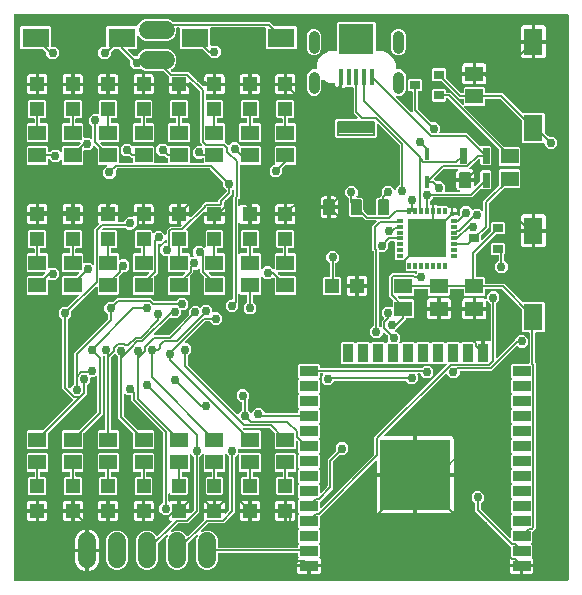
<source format=gbr>
G04 EAGLE Gerber RS-274X export*
G75*
%MOMM*%
%FSLAX34Y34*%
%LPD*%
%INTop Copper*%
%IPPOS*%
%AMOC8*
5,1,8,0,0,1.08239X$1,22.5*%
G01*
%ADD10R,1.500000X1.300000*%
%ADD11R,0.460000X1.040000*%
%ADD12C,0.148500*%
%ADD13C,0.088500*%
%ADD14R,1.500000X0.900000*%
%ADD15R,0.900000X1.500000*%
%ADD16R,6.000000X6.000000*%
%ADD17R,1.600000X2.300000*%
%ADD18R,1.200000X1.200000*%
%ADD19R,0.300000X0.600000*%
%ADD20R,0.600000X0.300000*%
%ADD21R,3.300000X3.300000*%
%ADD22R,0.435000X0.435000*%
%ADD23R,0.850000X0.750000*%
%ADD24C,0.139500*%
%ADD25C,0.196500*%
%ADD26R,0.400000X1.400000*%
%ADD27R,3.000000X2.600000*%
%ADD28C,0.958000*%
%ADD29R,2.300000X1.600000*%
%ADD30C,1.524000*%
%ADD31C,0.152400*%
%ADD32C,0.756400*%

G36*
X479098Y10164D02*
X479098Y10164D01*
X479117Y10162D01*
X479219Y10184D01*
X479321Y10200D01*
X479338Y10210D01*
X479358Y10214D01*
X479447Y10267D01*
X479538Y10316D01*
X479552Y10330D01*
X479569Y10340D01*
X479636Y10419D01*
X479708Y10494D01*
X479716Y10512D01*
X479729Y10527D01*
X479768Y10623D01*
X479811Y10717D01*
X479813Y10737D01*
X479821Y10755D01*
X479839Y10922D01*
X479839Y489078D01*
X479836Y489098D01*
X479838Y489117D01*
X479816Y489219D01*
X479800Y489321D01*
X479790Y489338D01*
X479786Y489358D01*
X479733Y489447D01*
X479684Y489538D01*
X479670Y489552D01*
X479660Y489569D01*
X479581Y489636D01*
X479506Y489708D01*
X479488Y489716D01*
X479473Y489729D01*
X479377Y489768D01*
X479283Y489811D01*
X479263Y489813D01*
X479245Y489821D01*
X479078Y489839D01*
X10922Y489839D01*
X10902Y489836D01*
X10883Y489838D01*
X10781Y489816D01*
X10679Y489800D01*
X10662Y489790D01*
X10642Y489786D01*
X10553Y489733D01*
X10462Y489684D01*
X10448Y489670D01*
X10431Y489660D01*
X10364Y489581D01*
X10292Y489506D01*
X10284Y489488D01*
X10271Y489473D01*
X10232Y489377D01*
X10189Y489283D01*
X10187Y489263D01*
X10179Y489245D01*
X10161Y489078D01*
X10161Y10922D01*
X10164Y10902D01*
X10162Y10883D01*
X10184Y10781D01*
X10200Y10679D01*
X10210Y10662D01*
X10214Y10642D01*
X10267Y10553D01*
X10316Y10462D01*
X10330Y10448D01*
X10340Y10431D01*
X10419Y10364D01*
X10494Y10292D01*
X10512Y10284D01*
X10527Y10271D01*
X10623Y10232D01*
X10717Y10189D01*
X10737Y10187D01*
X10755Y10179D01*
X10922Y10161D01*
X479078Y10161D01*
X479098Y10164D01*
G37*
%LPC*%
G36*
X121181Y19235D02*
X121181Y19235D01*
X117820Y20627D01*
X115247Y23200D01*
X113855Y26561D01*
X113855Y45439D01*
X115247Y48800D01*
X117820Y51373D01*
X121181Y52765D01*
X124819Y52765D01*
X128180Y51373D01*
X130753Y48800D01*
X130848Y48570D01*
X130872Y48531D01*
X130888Y48488D01*
X130936Y48427D01*
X130977Y48361D01*
X131013Y48332D01*
X131041Y48296D01*
X131107Y48254D01*
X131167Y48204D01*
X131210Y48188D01*
X131248Y48163D01*
X131324Y48144D01*
X131396Y48116D01*
X131442Y48114D01*
X131487Y48103D01*
X131564Y48109D01*
X131642Y48106D01*
X131686Y48119D01*
X131732Y48122D01*
X131804Y48153D01*
X131878Y48174D01*
X131916Y48200D01*
X131958Y48218D01*
X132065Y48304D01*
X132080Y48315D01*
X132083Y48319D01*
X132089Y48323D01*
X143569Y59803D01*
X143625Y59880D01*
X143686Y59953D01*
X143696Y59980D01*
X143713Y60003D01*
X143741Y60094D01*
X143775Y60183D01*
X143777Y60211D01*
X143785Y60238D01*
X143782Y60333D01*
X143787Y60428D01*
X143779Y60455D01*
X143779Y60484D01*
X143746Y60573D01*
X143720Y60665D01*
X143704Y60688D01*
X143694Y60715D01*
X143634Y60789D01*
X143581Y60868D01*
X143558Y60885D01*
X143540Y60907D01*
X143460Y60958D01*
X143384Y61016D01*
X143351Y61028D01*
X143334Y61040D01*
X143302Y61048D01*
X143228Y61077D01*
X143019Y61132D01*
X142440Y61467D01*
X141967Y61940D01*
X141632Y62519D01*
X141459Y63166D01*
X141459Y64932D01*
X141456Y64952D01*
X141458Y64971D01*
X141436Y65073D01*
X141420Y65175D01*
X141410Y65192D01*
X141406Y65212D01*
X141353Y65301D01*
X141304Y65392D01*
X141290Y65406D01*
X141280Y65423D01*
X141201Y65490D01*
X141126Y65562D01*
X141108Y65570D01*
X141093Y65583D01*
X140997Y65622D01*
X140903Y65665D01*
X140883Y65667D01*
X140865Y65675D01*
X140698Y65693D01*
X136496Y65693D01*
X133387Y68802D01*
X133387Y73198D01*
X136184Y75995D01*
X136237Y76069D01*
X136297Y76139D01*
X136309Y76169D01*
X136328Y76195D01*
X136355Y76282D01*
X136389Y76367D01*
X136393Y76408D01*
X136400Y76430D01*
X136399Y76462D01*
X136407Y76533D01*
X136407Y135233D01*
X136393Y135323D01*
X136385Y135414D01*
X136373Y135444D01*
X136368Y135476D01*
X136325Y135556D01*
X136289Y135640D01*
X136263Y135672D01*
X136252Y135693D01*
X136229Y135715D01*
X136184Y135771D01*
X109665Y162290D01*
X109665Y166859D01*
X109662Y166879D01*
X109664Y166898D01*
X109642Y167000D01*
X109626Y167102D01*
X109616Y167119D01*
X109612Y167139D01*
X109559Y167228D01*
X109510Y167319D01*
X109496Y167333D01*
X109486Y167350D01*
X109407Y167417D01*
X109332Y167488D01*
X109314Y167497D01*
X109299Y167510D01*
X109203Y167549D01*
X109109Y167592D01*
X109089Y167594D01*
X109071Y167602D01*
X108904Y167620D01*
X105875Y167620D01*
X104586Y168909D01*
X104528Y168951D01*
X104476Y169000D01*
X104429Y169022D01*
X104387Y169052D01*
X104318Y169074D01*
X104253Y169104D01*
X104201Y169109D01*
X104151Y169125D01*
X104080Y169123D01*
X104009Y169131D01*
X103958Y169120D01*
X103906Y169118D01*
X103838Y169094D01*
X103768Y169079D01*
X103723Y169052D01*
X103675Y169034D01*
X103619Y168989D01*
X103557Y168952D01*
X103523Y168913D01*
X103483Y168880D01*
X103444Y168820D01*
X103397Y168765D01*
X103378Y168717D01*
X103350Y168673D01*
X103332Y168604D01*
X103305Y168537D01*
X103297Y168466D01*
X103289Y168435D01*
X103291Y168412D01*
X103287Y168371D01*
X103287Y149763D01*
X103301Y149672D01*
X103309Y149582D01*
X103321Y149552D01*
X103326Y149520D01*
X103369Y149439D01*
X103405Y149355D01*
X103431Y149323D01*
X103442Y149302D01*
X103465Y149280D01*
X103510Y149224D01*
X114986Y137748D01*
X115060Y137695D01*
X115130Y137635D01*
X115160Y137623D01*
X115186Y137604D01*
X115273Y137577D01*
X115358Y137543D01*
X115399Y137539D01*
X115421Y137532D01*
X115453Y137533D01*
X115525Y137525D01*
X128132Y137525D01*
X129025Y136632D01*
X129025Y122368D01*
X128132Y121475D01*
X111868Y121475D01*
X110975Y122368D01*
X110975Y134975D01*
X110961Y135066D01*
X110953Y135156D01*
X110941Y135186D01*
X110936Y135218D01*
X110893Y135299D01*
X110857Y135383D01*
X110831Y135415D01*
X110820Y135436D01*
X110797Y135458D01*
X110752Y135514D01*
X98713Y147553D01*
X98713Y199467D01*
X98699Y199557D01*
X98691Y199648D01*
X98679Y199677D01*
X98674Y199709D01*
X98631Y199790D01*
X98595Y199874D01*
X98569Y199906D01*
X98558Y199927D01*
X98535Y199949D01*
X98490Y200005D01*
X96403Y202092D01*
X96387Y202104D01*
X96374Y202120D01*
X96287Y202176D01*
X96203Y202236D01*
X96184Y202242D01*
X96167Y202253D01*
X96067Y202278D01*
X95968Y202308D01*
X95948Y202308D01*
X95929Y202313D01*
X95826Y202305D01*
X95722Y202302D01*
X95703Y202295D01*
X95684Y202293D01*
X95589Y202253D01*
X95491Y202217D01*
X95475Y202205D01*
X95457Y202197D01*
X95326Y202092D01*
X92510Y199276D01*
X92457Y199202D01*
X92397Y199132D01*
X92385Y199102D01*
X92366Y199076D01*
X92339Y198989D01*
X92305Y198904D01*
X92301Y198863D01*
X92294Y198841D01*
X92295Y198809D01*
X92287Y198737D01*
X92287Y138286D01*
X92290Y138266D01*
X92288Y138247D01*
X92310Y138145D01*
X92326Y138043D01*
X92336Y138026D01*
X92340Y138006D01*
X92393Y137917D01*
X92442Y137826D01*
X92456Y137812D01*
X92466Y137795D01*
X92545Y137728D01*
X92620Y137656D01*
X92638Y137648D01*
X92653Y137635D01*
X92749Y137596D01*
X92843Y137553D01*
X92863Y137551D01*
X92881Y137543D01*
X93048Y137525D01*
X98132Y137525D01*
X99025Y136632D01*
X99025Y122368D01*
X98132Y121475D01*
X81868Y121475D01*
X80975Y122368D01*
X80975Y136632D01*
X81868Y137525D01*
X86952Y137525D01*
X86972Y137528D01*
X86991Y137526D01*
X87093Y137548D01*
X87195Y137564D01*
X87212Y137574D01*
X87232Y137578D01*
X87321Y137631D01*
X87412Y137680D01*
X87426Y137694D01*
X87443Y137704D01*
X87510Y137783D01*
X87582Y137858D01*
X87590Y137876D01*
X87603Y137891D01*
X87642Y137987D01*
X87685Y138081D01*
X87687Y138101D01*
X87695Y138119D01*
X87713Y138286D01*
X87713Y199932D01*
X87710Y199952D01*
X87712Y199971D01*
X87690Y200073D01*
X87674Y200175D01*
X87664Y200192D01*
X87660Y200212D01*
X87607Y200301D01*
X87558Y200392D01*
X87544Y200406D01*
X87534Y200423D01*
X87455Y200490D01*
X87380Y200562D01*
X87362Y200570D01*
X87347Y200583D01*
X87251Y200622D01*
X87157Y200665D01*
X87137Y200667D01*
X87119Y200675D01*
X86952Y200693D01*
X86048Y200693D01*
X86028Y200690D01*
X86009Y200692D01*
X85907Y200670D01*
X85805Y200654D01*
X85788Y200644D01*
X85768Y200640D01*
X85679Y200587D01*
X85588Y200538D01*
X85574Y200524D01*
X85557Y200514D01*
X85490Y200435D01*
X85418Y200360D01*
X85410Y200342D01*
X85397Y200327D01*
X85358Y200231D01*
X85315Y200137D01*
X85313Y200117D01*
X85305Y200099D01*
X85287Y199932D01*
X85287Y151553D01*
X83724Y149990D01*
X69248Y135514D01*
X69201Y135449D01*
X69187Y135434D01*
X69184Y135427D01*
X69135Y135370D01*
X69123Y135340D01*
X69104Y135314D01*
X69077Y135227D01*
X69043Y135142D01*
X69039Y135101D01*
X69032Y135079D01*
X69033Y135047D01*
X69025Y134976D01*
X69025Y122368D01*
X68132Y121475D01*
X51868Y121475D01*
X50975Y122368D01*
X50975Y136632D01*
X51868Y137525D01*
X64476Y137525D01*
X64566Y137539D01*
X64657Y137547D01*
X64686Y137559D01*
X64718Y137564D01*
X64799Y137607D01*
X64883Y137643D01*
X64915Y137669D01*
X64936Y137680D01*
X64958Y137703D01*
X65014Y137748D01*
X80490Y153224D01*
X80543Y153298D01*
X80603Y153368D01*
X80615Y153398D01*
X80634Y153424D01*
X80661Y153511D01*
X80695Y153596D01*
X80699Y153637D01*
X80706Y153659D01*
X80705Y153691D01*
X80713Y153762D01*
X80713Y183371D01*
X80702Y183441D01*
X80700Y183513D01*
X80682Y183562D01*
X80674Y183613D01*
X80640Y183677D01*
X80615Y183744D01*
X80583Y183785D01*
X80558Y183831D01*
X80506Y183880D01*
X80462Y183936D01*
X80418Y183964D01*
X80380Y184000D01*
X80315Y184030D01*
X80255Y184069D01*
X80204Y184082D01*
X80157Y184104D01*
X80086Y184112D01*
X80016Y184129D01*
X79964Y184125D01*
X79913Y184131D01*
X79842Y184116D01*
X79771Y184110D01*
X79723Y184090D01*
X79672Y184079D01*
X79611Y184042D01*
X79545Y184014D01*
X79489Y183969D01*
X79461Y183952D01*
X79446Y183935D01*
X79414Y183909D01*
X78198Y182693D01*
X75693Y182693D01*
X75673Y182690D01*
X75654Y182692D01*
X75552Y182670D01*
X75450Y182654D01*
X75433Y182644D01*
X75413Y182640D01*
X75324Y182587D01*
X75233Y182538D01*
X75219Y182524D01*
X75202Y182514D01*
X75135Y182435D01*
X75063Y182360D01*
X75055Y182342D01*
X75042Y182327D01*
X75003Y182231D01*
X74960Y182137D01*
X74958Y182117D01*
X74950Y182099D01*
X74932Y181932D01*
X74932Y178427D01*
X72135Y175630D01*
X72082Y175556D01*
X72022Y175486D01*
X72010Y175456D01*
X71991Y175430D01*
X71964Y175343D01*
X71930Y175258D01*
X71926Y175217D01*
X71919Y175195D01*
X71920Y175163D01*
X71912Y175092D01*
X71912Y168178D01*
X39248Y135514D01*
X39201Y135449D01*
X39187Y135434D01*
X39184Y135427D01*
X39135Y135370D01*
X39123Y135340D01*
X39104Y135314D01*
X39077Y135227D01*
X39043Y135142D01*
X39039Y135101D01*
X39032Y135079D01*
X39033Y135047D01*
X39025Y134975D01*
X39025Y122368D01*
X38132Y121475D01*
X21868Y121475D01*
X20975Y122368D01*
X20975Y136632D01*
X21868Y137525D01*
X34475Y137525D01*
X34566Y137539D01*
X34656Y137547D01*
X34686Y137559D01*
X34718Y137564D01*
X34799Y137607D01*
X34883Y137643D01*
X34915Y137669D01*
X34936Y137680D01*
X34958Y137703D01*
X35014Y137748D01*
X59966Y162699D01*
X59977Y162716D01*
X59993Y162728D01*
X60049Y162815D01*
X60109Y162899D01*
X60115Y162918D01*
X60126Y162935D01*
X60151Y163036D01*
X60181Y163134D01*
X60181Y163154D01*
X60186Y163174D01*
X60178Y163276D01*
X60175Y163380D01*
X60168Y163399D01*
X60167Y163419D01*
X60126Y163514D01*
X60091Y163611D01*
X60078Y163627D01*
X60070Y163645D01*
X59966Y163776D01*
X51145Y172596D01*
X51145Y230975D01*
X51131Y231065D01*
X51123Y231156D01*
X51111Y231185D01*
X51106Y231217D01*
X51063Y231298D01*
X51027Y231382D01*
X51001Y231414D01*
X50990Y231435D01*
X50967Y231457D01*
X50922Y231513D01*
X48125Y234310D01*
X48125Y238706D01*
X51234Y241815D01*
X55189Y241815D01*
X55280Y241830D01*
X55370Y241837D01*
X55400Y241849D01*
X55432Y241855D01*
X55513Y241897D01*
X55597Y241933D01*
X55629Y241959D01*
X55650Y241970D01*
X55672Y241993D01*
X55728Y242038D01*
X64866Y251176D01*
X64908Y251234D01*
X64957Y251286D01*
X64979Y251333D01*
X65009Y251375D01*
X65030Y251444D01*
X65061Y251509D01*
X65066Y251561D01*
X65082Y251611D01*
X65080Y251682D01*
X65088Y251753D01*
X65077Y251804D01*
X65075Y251856D01*
X65051Y251924D01*
X65035Y251994D01*
X65009Y252039D01*
X64991Y252087D01*
X64946Y252143D01*
X64909Y252205D01*
X64870Y252239D01*
X64837Y252279D01*
X64777Y252318D01*
X64722Y252365D01*
X64674Y252384D01*
X64630Y252412D01*
X64561Y252430D01*
X64494Y252457D01*
X64423Y252465D01*
X64392Y252473D01*
X64368Y252471D01*
X64327Y252475D01*
X51868Y252475D01*
X50975Y253368D01*
X50975Y267632D01*
X51868Y268525D01*
X63476Y268525D01*
X63566Y268539D01*
X63657Y268547D01*
X63686Y268559D01*
X63718Y268564D01*
X63799Y268607D01*
X63883Y268643D01*
X63915Y268669D01*
X63936Y268680D01*
X63958Y268703D01*
X64014Y268748D01*
X65442Y270176D01*
X65484Y270234D01*
X65533Y270286D01*
X65555Y270333D01*
X65585Y270375D01*
X65606Y270444D01*
X65637Y270509D01*
X65642Y270561D01*
X65658Y270611D01*
X65656Y270682D01*
X65664Y270753D01*
X65653Y270804D01*
X65651Y270856D01*
X65627Y270924D01*
X65612Y270994D01*
X65585Y271038D01*
X65567Y271087D01*
X65522Y271143D01*
X65485Y271205D01*
X65446Y271239D01*
X65413Y271279D01*
X65353Y271318D01*
X65298Y271365D01*
X65250Y271384D01*
X65206Y271412D01*
X65137Y271430D01*
X65070Y271457D01*
X64999Y271465D01*
X64968Y271473D01*
X64944Y271471D01*
X64904Y271475D01*
X51868Y271475D01*
X50975Y272368D01*
X50975Y286632D01*
X51868Y287525D01*
X56952Y287525D01*
X56972Y287528D01*
X56991Y287526D01*
X57093Y287548D01*
X57195Y287564D01*
X57212Y287574D01*
X57232Y287578D01*
X57321Y287631D01*
X57412Y287680D01*
X57426Y287694D01*
X57443Y287704D01*
X57510Y287783D01*
X57582Y287858D01*
X57590Y287876D01*
X57603Y287891D01*
X57642Y287987D01*
X57685Y288081D01*
X57687Y288101D01*
X57695Y288119D01*
X57713Y288286D01*
X57713Y291214D01*
X57710Y291234D01*
X57712Y291253D01*
X57690Y291355D01*
X57674Y291457D01*
X57664Y291474D01*
X57660Y291494D01*
X57607Y291583D01*
X57558Y291674D01*
X57544Y291688D01*
X57534Y291705D01*
X57455Y291772D01*
X57380Y291844D01*
X57362Y291852D01*
X57347Y291865D01*
X57251Y291904D01*
X57157Y291947D01*
X57137Y291949D01*
X57119Y291957D01*
X56952Y291975D01*
X53368Y291975D01*
X52475Y292868D01*
X52475Y306132D01*
X53368Y307025D01*
X66632Y307025D01*
X67525Y306132D01*
X67525Y292868D01*
X66632Y291975D01*
X63048Y291975D01*
X63028Y291972D01*
X63009Y291974D01*
X62907Y291952D01*
X62805Y291936D01*
X62788Y291926D01*
X62768Y291922D01*
X62679Y291869D01*
X62588Y291820D01*
X62574Y291806D01*
X62557Y291796D01*
X62490Y291717D01*
X62418Y291642D01*
X62410Y291624D01*
X62397Y291609D01*
X62358Y291513D01*
X62315Y291419D01*
X62313Y291399D01*
X62305Y291381D01*
X62287Y291214D01*
X62287Y288286D01*
X62290Y288266D01*
X62288Y288247D01*
X62310Y288145D01*
X62326Y288043D01*
X62336Y288026D01*
X62340Y288006D01*
X62393Y287917D01*
X62442Y287826D01*
X62456Y287812D01*
X62466Y287795D01*
X62545Y287728D01*
X62620Y287656D01*
X62638Y287648D01*
X62653Y287635D01*
X62749Y287596D01*
X62843Y287553D01*
X62863Y287551D01*
X62881Y287543D01*
X63048Y287525D01*
X68132Y287525D01*
X69025Y286632D01*
X69025Y279867D01*
X69036Y279797D01*
X69038Y279725D01*
X69056Y279676D01*
X69064Y279625D01*
X69098Y279561D01*
X69123Y279494D01*
X69155Y279453D01*
X69180Y279407D01*
X69232Y279358D01*
X69276Y279302D01*
X69320Y279274D01*
X69358Y279238D01*
X69423Y279208D01*
X69483Y279169D01*
X69534Y279156D01*
X69581Y279134D01*
X69652Y279126D01*
X69722Y279109D01*
X69774Y279113D01*
X69825Y279107D01*
X69896Y279122D01*
X69967Y279128D01*
X70015Y279148D01*
X70066Y279159D01*
X70127Y279196D01*
X70193Y279224D01*
X70249Y279269D01*
X70277Y279286D01*
X70292Y279303D01*
X70324Y279329D01*
X70608Y279613D01*
X75004Y279613D01*
X76628Y277989D01*
X76686Y277947D01*
X76738Y277898D01*
X76785Y277876D01*
X76827Y277846D01*
X76896Y277824D01*
X76961Y277794D01*
X77013Y277789D01*
X77063Y277773D01*
X77134Y277775D01*
X77205Y277767D01*
X77256Y277778D01*
X77308Y277780D01*
X77376Y277804D01*
X77446Y277819D01*
X77491Y277846D01*
X77539Y277864D01*
X77595Y277909D01*
X77657Y277946D01*
X77691Y277985D01*
X77731Y278018D01*
X77770Y278078D01*
X77817Y278133D01*
X77836Y278181D01*
X77864Y278225D01*
X77882Y278294D01*
X77909Y278361D01*
X77917Y278432D01*
X77925Y278463D01*
X77923Y278486D01*
X77927Y278527D01*
X77927Y307894D01*
X79490Y309457D01*
X81932Y311899D01*
X81943Y311915D01*
X81959Y311927D01*
X82015Y312014D01*
X82075Y312098D01*
X82081Y312117D01*
X82092Y312134D01*
X82117Y312235D01*
X82148Y312333D01*
X82147Y312353D01*
X82152Y312373D01*
X82144Y312476D01*
X82141Y312579D01*
X82134Y312598D01*
X82133Y312618D01*
X82092Y312713D01*
X82057Y312810D01*
X82044Y312826D01*
X82036Y312844D01*
X81985Y312909D01*
X81632Y313519D01*
X81459Y314166D01*
X81459Y318977D01*
X89238Y318977D01*
X89258Y318980D01*
X89277Y318978D01*
X89379Y319000D01*
X89481Y319017D01*
X89498Y319026D01*
X89518Y319030D01*
X89607Y319083D01*
X89698Y319132D01*
X89712Y319146D01*
X89729Y319156D01*
X89796Y319235D01*
X89867Y319310D01*
X89876Y319328D01*
X89889Y319343D01*
X89928Y319439D01*
X89971Y319533D01*
X89973Y319553D01*
X89981Y319571D01*
X89999Y319738D01*
X89999Y320501D01*
X90001Y320501D01*
X90001Y319738D01*
X90004Y319718D01*
X90002Y319699D01*
X90024Y319597D01*
X90041Y319495D01*
X90050Y319478D01*
X90054Y319458D01*
X90107Y319369D01*
X90156Y319278D01*
X90170Y319264D01*
X90180Y319247D01*
X90259Y319180D01*
X90334Y319109D01*
X90352Y319100D01*
X90367Y319087D01*
X90463Y319048D01*
X90557Y319005D01*
X90577Y319003D01*
X90595Y318995D01*
X90762Y318977D01*
X98541Y318977D01*
X98541Y314334D01*
X98544Y314314D01*
X98542Y314295D01*
X98564Y314193D01*
X98580Y314091D01*
X98590Y314074D01*
X98594Y314054D01*
X98647Y313965D01*
X98696Y313874D01*
X98710Y313860D01*
X98720Y313843D01*
X98799Y313776D01*
X98874Y313705D01*
X98892Y313696D01*
X98907Y313683D01*
X99003Y313644D01*
X99097Y313601D01*
X99117Y313599D01*
X99135Y313591D01*
X99302Y313573D01*
X102806Y313573D01*
X102826Y313576D01*
X102845Y313574D01*
X102947Y313596D01*
X103049Y313613D01*
X103066Y313622D01*
X103086Y313626D01*
X103175Y313679D01*
X103266Y313728D01*
X103280Y313742D01*
X103297Y313752D01*
X103364Y313831D01*
X103436Y313906D01*
X103444Y313924D01*
X103457Y313939D01*
X103496Y314035D01*
X103539Y314129D01*
X103541Y314149D01*
X103549Y314167D01*
X103567Y314334D01*
X103567Y315076D01*
X106676Y318185D01*
X110698Y318185D01*
X110718Y318188D01*
X110737Y318186D01*
X110839Y318208D01*
X110941Y318224D01*
X110958Y318234D01*
X110978Y318238D01*
X111067Y318291D01*
X111158Y318339D01*
X111172Y318354D01*
X111189Y318364D01*
X111256Y318443D01*
X111328Y318518D01*
X111336Y318536D01*
X111349Y318551D01*
X111388Y318647D01*
X111431Y318741D01*
X111433Y318761D01*
X111441Y318779D01*
X111459Y318946D01*
X111459Y318977D01*
X118477Y318977D01*
X118477Y311959D01*
X114942Y311959D01*
X114922Y311956D01*
X114903Y311958D01*
X114801Y311936D01*
X114699Y311920D01*
X114682Y311910D01*
X114662Y311906D01*
X114573Y311853D01*
X114482Y311804D01*
X114468Y311790D01*
X114451Y311780D01*
X114384Y311701D01*
X114312Y311626D01*
X114304Y311608D01*
X114291Y311593D01*
X114252Y311497D01*
X114209Y311403D01*
X114207Y311383D01*
X114199Y311365D01*
X114181Y311198D01*
X114181Y310680D01*
X111072Y307571D01*
X106676Y307571D01*
X105471Y308776D01*
X105397Y308830D01*
X105327Y308889D01*
X105297Y308901D01*
X105271Y308920D01*
X105184Y308947D01*
X105099Y308981D01*
X105058Y308985D01*
X105036Y308992D01*
X105004Y308991D01*
X104932Y308999D01*
X85816Y308999D01*
X85726Y308985D01*
X85635Y308977D01*
X85605Y308965D01*
X85573Y308960D01*
X85492Y308917D01*
X85408Y308881D01*
X85376Y308855D01*
X85356Y308844D01*
X85333Y308821D01*
X85277Y308776D01*
X84825Y308324D01*
X84783Y308266D01*
X84734Y308214D01*
X84712Y308167D01*
X84682Y308125D01*
X84661Y308056D01*
X84630Y307991D01*
X84625Y307939D01*
X84609Y307889D01*
X84611Y307818D01*
X84603Y307747D01*
X84614Y307696D01*
X84616Y307644D01*
X84640Y307576D01*
X84656Y307506D01*
X84682Y307462D01*
X84700Y307413D01*
X84745Y307357D01*
X84782Y307295D01*
X84821Y307261D01*
X84854Y307221D01*
X84914Y307182D01*
X84969Y307135D01*
X85017Y307116D01*
X85061Y307088D01*
X85130Y307070D01*
X85197Y307043D01*
X85268Y307035D01*
X85299Y307027D01*
X85323Y307029D01*
X85364Y307025D01*
X96632Y307025D01*
X97525Y306132D01*
X97525Y292868D01*
X96632Y291975D01*
X93048Y291975D01*
X93028Y291972D01*
X93009Y291974D01*
X92907Y291952D01*
X92805Y291936D01*
X92788Y291926D01*
X92768Y291922D01*
X92679Y291869D01*
X92588Y291820D01*
X92574Y291806D01*
X92557Y291796D01*
X92490Y291717D01*
X92418Y291642D01*
X92410Y291624D01*
X92397Y291609D01*
X92358Y291513D01*
X92315Y291419D01*
X92313Y291399D01*
X92305Y291381D01*
X92287Y291214D01*
X92287Y288286D01*
X92290Y288266D01*
X92288Y288247D01*
X92310Y288145D01*
X92326Y288043D01*
X92336Y288026D01*
X92340Y288006D01*
X92393Y287917D01*
X92442Y287826D01*
X92456Y287812D01*
X92466Y287795D01*
X92545Y287728D01*
X92620Y287656D01*
X92638Y287648D01*
X92653Y287635D01*
X92749Y287596D01*
X92843Y287553D01*
X92863Y287551D01*
X92881Y287543D01*
X93048Y287525D01*
X98132Y287525D01*
X99025Y286632D01*
X99025Y282561D01*
X99036Y282491D01*
X99038Y282419D01*
X99056Y282370D01*
X99064Y282319D01*
X99098Y282255D01*
X99123Y282188D01*
X99155Y282147D01*
X99180Y282101D01*
X99232Y282052D01*
X99276Y281996D01*
X99320Y281968D01*
X99358Y281932D01*
X99423Y281902D01*
X99483Y281863D01*
X99534Y281850D01*
X99581Y281828D01*
X99652Y281820D01*
X99722Y281803D01*
X99774Y281807D01*
X99825Y281801D01*
X99896Y281816D01*
X99967Y281822D01*
X100015Y281842D01*
X100066Y281853D01*
X100127Y281890D01*
X100193Y281918D01*
X100249Y281963D01*
X100277Y281980D01*
X100292Y281997D01*
X100324Y282023D01*
X100608Y282307D01*
X105004Y282307D01*
X108113Y279198D01*
X108113Y274802D01*
X105004Y271693D01*
X102834Y271693D01*
X102814Y271690D01*
X102795Y271692D01*
X102693Y271670D01*
X102591Y271654D01*
X102574Y271644D01*
X102554Y271640D01*
X102465Y271587D01*
X102374Y271538D01*
X102360Y271524D01*
X102343Y271514D01*
X102276Y271435D01*
X102204Y271360D01*
X102196Y271342D01*
X102183Y271327D01*
X102144Y271231D01*
X102101Y271137D01*
X102100Y271134D01*
X99248Y268281D01*
X99195Y268207D01*
X99135Y268137D01*
X99123Y268107D01*
X99104Y268081D01*
X99077Y267994D01*
X99043Y267909D01*
X99039Y267868D01*
X99032Y267846D01*
X99033Y267814D01*
X99025Y267743D01*
X99025Y253368D01*
X98132Y252475D01*
X81868Y252475D01*
X80975Y253368D01*
X80975Y258980D01*
X80964Y259050D01*
X80962Y259122D01*
X80944Y259171D01*
X80936Y259222D01*
X80902Y259286D01*
X80877Y259353D01*
X80845Y259394D01*
X80820Y259440D01*
X80768Y259489D01*
X80724Y259545D01*
X80680Y259573D01*
X80642Y259609D01*
X80577Y259639D01*
X80517Y259678D01*
X80466Y259691D01*
X80419Y259713D01*
X80348Y259721D01*
X80278Y259738D01*
X80226Y259734D01*
X80175Y259740D01*
X80104Y259725D01*
X80033Y259719D01*
X79985Y259699D01*
X79934Y259688D01*
X79873Y259651D01*
X79807Y259623D01*
X79751Y259578D01*
X79723Y259561D01*
X79708Y259544D01*
X79676Y259518D01*
X58962Y238804D01*
X58909Y238730D01*
X58849Y238660D01*
X58837Y238630D01*
X58818Y238604D01*
X58791Y238517D01*
X58757Y238432D01*
X58753Y238391D01*
X58746Y238369D01*
X58747Y238337D01*
X58739Y238266D01*
X58739Y234310D01*
X55942Y231513D01*
X55889Y231439D01*
X55829Y231370D01*
X55817Y231339D01*
X55798Y231313D01*
X55771Y231226D01*
X55737Y231141D01*
X55733Y231100D01*
X55726Y231078D01*
X55727Y231046D01*
X55719Y230975D01*
X55719Y174806D01*
X55733Y174716D01*
X55741Y174625D01*
X55753Y174595D01*
X55758Y174563D01*
X55801Y174483D01*
X55837Y174399D01*
X55863Y174367D01*
X55874Y174346D01*
X55897Y174324D01*
X55942Y174268D01*
X56951Y173259D01*
X57009Y173217D01*
X57061Y173167D01*
X57108Y173146D01*
X57150Y173115D01*
X57219Y173094D01*
X57284Y173064D01*
X57336Y173058D01*
X57386Y173043D01*
X57457Y173045D01*
X57528Y173037D01*
X57579Y173048D01*
X57631Y173049D01*
X57699Y173074D01*
X57769Y173089D01*
X57814Y173116D01*
X57862Y173134D01*
X57918Y173178D01*
X57980Y173215D01*
X58014Y173255D01*
X58054Y173287D01*
X58093Y173348D01*
X58140Y173402D01*
X58159Y173450D01*
X58187Y173494D01*
X58205Y173564D01*
X58232Y173630D01*
X58240Y173702D01*
X58248Y173733D01*
X58246Y173756D01*
X58250Y173797D01*
X58250Y174198D01*
X61047Y176995D01*
X61100Y177069D01*
X61160Y177139D01*
X61172Y177169D01*
X61191Y177195D01*
X61218Y177282D01*
X61252Y177367D01*
X61256Y177408D01*
X61263Y177430D01*
X61262Y177462D01*
X61270Y177533D01*
X61270Y203086D01*
X62833Y204648D01*
X89558Y231374D01*
X89611Y231448D01*
X89671Y231517D01*
X89683Y231547D01*
X89702Y231573D01*
X89729Y231660D01*
X89763Y231745D01*
X89767Y231786D01*
X89774Y231809D01*
X89773Y231841D01*
X89781Y231912D01*
X89781Y235467D01*
X89767Y235557D01*
X89759Y235648D01*
X89747Y235677D01*
X89742Y235709D01*
X89699Y235790D01*
X89663Y235874D01*
X89637Y235906D01*
X89626Y235927D01*
X89603Y235949D01*
X89580Y235978D01*
X89578Y235982D01*
X89575Y235984D01*
X89558Y236005D01*
X86761Y238802D01*
X86761Y243198D01*
X89870Y246307D01*
X93826Y246307D01*
X93916Y246321D01*
X94007Y246329D01*
X94036Y246341D01*
X94068Y246346D01*
X94149Y246389D01*
X94233Y246425D01*
X94265Y246451D01*
X94286Y246462D01*
X94308Y246485D01*
X94364Y246530D01*
X95714Y247880D01*
X97277Y249443D01*
X126461Y249443D01*
X128884Y247020D01*
X128957Y246967D01*
X129027Y246907D01*
X129057Y246895D01*
X129083Y246876D01*
X129170Y246850D01*
X129255Y246815D01*
X129296Y246811D01*
X129318Y246804D01*
X129351Y246805D01*
X129422Y246797D01*
X146977Y246797D01*
X147067Y246812D01*
X147158Y246819D01*
X147188Y246831D01*
X147219Y246837D01*
X147300Y246879D01*
X147384Y246915D01*
X147416Y246941D01*
X147437Y246952D01*
X147459Y246975D01*
X147515Y247020D01*
X150312Y249817D01*
X154708Y249817D01*
X157817Y246708D01*
X157817Y242312D01*
X154708Y239203D01*
X152236Y239203D01*
X152216Y239200D01*
X152197Y239202D01*
X152095Y239180D01*
X151993Y239164D01*
X151976Y239154D01*
X151956Y239150D01*
X151867Y239097D01*
X151776Y239049D01*
X151762Y239034D01*
X151745Y239024D01*
X151678Y238945D01*
X151606Y238870D01*
X151598Y238852D01*
X151585Y238837D01*
X151546Y238741D01*
X151503Y238647D01*
X151501Y238627D01*
X151493Y238609D01*
X151475Y238442D01*
X151475Y235802D01*
X148366Y232693D01*
X143970Y232693D01*
X143332Y233332D01*
X143315Y233343D01*
X143303Y233359D01*
X143216Y233415D01*
X143132Y233475D01*
X143113Y233481D01*
X143096Y233492D01*
X142996Y233517D01*
X142897Y233548D01*
X142877Y233547D01*
X142857Y233552D01*
X142755Y233544D01*
X142651Y233541D01*
X142632Y233534D01*
X142612Y233533D01*
X142517Y233492D01*
X142420Y233457D01*
X142404Y233444D01*
X142386Y233436D01*
X142255Y233332D01*
X128626Y219702D01*
X128584Y219644D01*
X128534Y219592D01*
X128512Y219545D01*
X128482Y219503D01*
X128461Y219434D01*
X128431Y219369D01*
X128425Y219317D01*
X128410Y219267D01*
X128412Y219196D01*
X128404Y219125D01*
X128415Y219074D01*
X128416Y219022D01*
X128441Y218954D01*
X128456Y218884D01*
X128483Y218839D01*
X128501Y218791D01*
X128545Y218735D01*
X128582Y218673D01*
X128622Y218639D01*
X128654Y218599D01*
X128715Y218560D01*
X128769Y218513D01*
X128817Y218494D01*
X128861Y218466D01*
X128931Y218448D01*
X128997Y218421D01*
X129069Y218413D01*
X129100Y218405D01*
X129123Y218407D01*
X129164Y218403D01*
X141130Y218403D01*
X141220Y218417D01*
X141311Y218425D01*
X141341Y218437D01*
X141373Y218442D01*
X141453Y218485D01*
X141537Y218521D01*
X141569Y218547D01*
X141590Y218558D01*
X141612Y218581D01*
X141668Y218626D01*
X158266Y235224D01*
X158319Y235298D01*
X158379Y235367D01*
X158391Y235397D01*
X158410Y235424D01*
X158437Y235510D01*
X158471Y235595D01*
X158475Y235636D01*
X158482Y235659D01*
X158481Y235691D01*
X158489Y235762D01*
X158489Y239718D01*
X161598Y242826D01*
X165994Y242826D01*
X167396Y241425D01*
X167412Y241413D01*
X167424Y241397D01*
X167512Y241341D01*
X167595Y241281D01*
X167614Y241275D01*
X167631Y241264D01*
X167732Y241239D01*
X167831Y241209D01*
X167850Y241209D01*
X167870Y241204D01*
X167973Y241212D01*
X168076Y241215D01*
X168095Y241222D01*
X168115Y241224D01*
X168210Y241264D01*
X168307Y241300D01*
X168323Y241312D01*
X168341Y241320D01*
X168472Y241425D01*
X170686Y243638D01*
X175082Y243638D01*
X178191Y240530D01*
X178191Y238136D01*
X178194Y238116D01*
X178192Y238097D01*
X178214Y237995D01*
X178230Y237893D01*
X178240Y237876D01*
X178244Y237856D01*
X178297Y237767D01*
X178346Y237676D01*
X178360Y237662D01*
X178370Y237645D01*
X178449Y237578D01*
X178524Y237506D01*
X178542Y237498D01*
X178557Y237485D01*
X178653Y237446D01*
X178747Y237403D01*
X178767Y237401D01*
X178785Y237393D01*
X178952Y237375D01*
X183198Y237375D01*
X186307Y234266D01*
X186307Y229870D01*
X183198Y226761D01*
X178802Y226761D01*
X175809Y229754D01*
X175735Y229807D01*
X175666Y229866D01*
X175636Y229879D01*
X175610Y229897D01*
X175523Y229924D01*
X175438Y229958D01*
X175397Y229963D01*
X175375Y229970D01*
X175342Y229969D01*
X175271Y229977D01*
X172695Y229977D01*
X172604Y229962D01*
X172514Y229955D01*
X172484Y229942D01*
X172452Y229937D01*
X172371Y229894D01*
X172287Y229859D01*
X172255Y229833D01*
X172234Y229822D01*
X172212Y229799D01*
X172156Y229754D01*
X155009Y212606D01*
X154967Y212548D01*
X154917Y212496D01*
X154895Y212449D01*
X154865Y212407D01*
X154844Y212338D01*
X154814Y212273D01*
X154808Y212221D01*
X154793Y212171D01*
X154795Y212100D01*
X154787Y212029D01*
X154798Y211978D01*
X154799Y211926D01*
X154824Y211858D01*
X154839Y211788D01*
X154866Y211743D01*
X154884Y211695D01*
X154928Y211639D01*
X154965Y211577D01*
X155005Y211543D01*
X155037Y211503D01*
X155098Y211464D01*
X155152Y211417D01*
X155200Y211398D01*
X155244Y211370D01*
X155314Y211352D01*
X155380Y211325D01*
X155452Y211317D01*
X155483Y211309D01*
X155506Y211311D01*
X155547Y211307D01*
X157198Y211307D01*
X160307Y208198D01*
X160307Y203802D01*
X157510Y201005D01*
X157467Y200945D01*
X157425Y200901D01*
X157418Y200886D01*
X157397Y200861D01*
X157385Y200831D01*
X157366Y200805D01*
X157339Y200718D01*
X157335Y200707D01*
X157322Y200678D01*
X157321Y200672D01*
X157305Y200633D01*
X157301Y200592D01*
X157294Y200570D01*
X157295Y200538D01*
X157287Y200467D01*
X157287Y193263D01*
X157301Y193172D01*
X157309Y193082D01*
X157321Y193052D01*
X157326Y193020D01*
X157369Y192939D01*
X157405Y192855D01*
X157431Y192823D01*
X157442Y192802D01*
X157465Y192780D01*
X157510Y192724D01*
X199184Y151049D01*
X199243Y151008D01*
X199295Y150958D01*
X199342Y150936D01*
X199384Y150906D01*
X199453Y150885D01*
X199518Y150855D01*
X199570Y150849D01*
X199619Y150834D01*
X199691Y150835D01*
X199762Y150827D01*
X199813Y150839D01*
X199865Y150840D01*
X199933Y150865D01*
X200003Y150880D01*
X200047Y150906D01*
X200096Y150924D01*
X200152Y150969D01*
X200214Y151006D01*
X200248Y151045D01*
X200288Y151078D01*
X200327Y151138D01*
X200374Y151193D01*
X200393Y151241D01*
X200421Y151285D01*
X200439Y151354D01*
X200466Y151421D01*
X200473Y151492D01*
X200481Y151523D01*
X200479Y151547D01*
X200484Y151588D01*
X200484Y151989D01*
X203281Y154786D01*
X203334Y154860D01*
X203394Y154929D01*
X203406Y154959D01*
X203425Y154986D01*
X203451Y155073D01*
X203486Y155157D01*
X203490Y155198D01*
X203497Y155221D01*
X203496Y155253D01*
X203504Y155324D01*
X203504Y160932D01*
X203501Y160952D01*
X203503Y160971D01*
X203481Y161073D01*
X203464Y161175D01*
X203455Y161192D01*
X203451Y161212D01*
X203398Y161301D01*
X203349Y161392D01*
X203335Y161406D01*
X203325Y161423D01*
X203246Y161490D01*
X203171Y161562D01*
X203153Y161570D01*
X203138Y161583D01*
X203041Y161622D01*
X202948Y161665D01*
X202928Y161667D01*
X202909Y161675D01*
X202743Y161693D01*
X201802Y161693D01*
X198693Y164802D01*
X198693Y169198D01*
X201802Y172307D01*
X206198Y172307D01*
X209307Y169198D01*
X209307Y164802D01*
X208300Y163796D01*
X208247Y163722D01*
X208188Y163652D01*
X208176Y163622D01*
X208157Y163596D01*
X208130Y163509D01*
X208096Y163424D01*
X208091Y163383D01*
X208085Y163361D01*
X208085Y163329D01*
X208077Y163257D01*
X208077Y155324D01*
X208092Y155234D01*
X208099Y155143D01*
X208112Y155113D01*
X208117Y155081D01*
X208160Y155001D01*
X208196Y154917D01*
X208221Y154885D01*
X208232Y154864D01*
X208256Y154842D01*
X208300Y154786D01*
X210394Y152693D01*
X210452Y152651D01*
X210504Y152601D01*
X210551Y152579D01*
X210593Y152549D01*
X210662Y152528D01*
X210727Y152498D01*
X210779Y152492D01*
X210829Y152477D01*
X210900Y152479D01*
X210971Y152471D01*
X211022Y152482D01*
X211074Y152483D01*
X211142Y152508D01*
X211212Y152523D01*
X211257Y152550D01*
X211305Y152568D01*
X211361Y152612D01*
X211423Y152649D01*
X211457Y152689D01*
X211497Y152721D01*
X211536Y152782D01*
X211583Y152836D01*
X211602Y152884D01*
X211630Y152928D01*
X211648Y152998D01*
X211675Y153064D01*
X211683Y153136D01*
X211691Y153167D01*
X211689Y153190D01*
X211693Y153231D01*
X211693Y153314D01*
X214802Y156423D01*
X219198Y156423D01*
X222307Y153314D01*
X222307Y153048D01*
X222310Y153028D01*
X222308Y153009D01*
X222330Y152907D01*
X222346Y152805D01*
X222356Y152788D01*
X222360Y152768D01*
X222413Y152679D01*
X222462Y152588D01*
X222476Y152574D01*
X222486Y152557D01*
X222565Y152490D01*
X222640Y152418D01*
X222658Y152410D01*
X222673Y152397D01*
X222769Y152358D01*
X222863Y152315D01*
X222883Y152313D01*
X222901Y152305D01*
X223068Y152287D01*
X250214Y152287D01*
X250234Y152290D01*
X250253Y152288D01*
X250355Y152310D01*
X250457Y152326D01*
X250474Y152336D01*
X250494Y152340D01*
X250583Y152393D01*
X250674Y152442D01*
X250688Y152456D01*
X250705Y152466D01*
X250772Y152545D01*
X250844Y152620D01*
X250852Y152638D01*
X250865Y152653D01*
X250904Y152749D01*
X250947Y152843D01*
X250949Y152863D01*
X250957Y152881D01*
X250975Y153048D01*
X250975Y155132D01*
X251655Y155812D01*
X251667Y155828D01*
X251683Y155840D01*
X251714Y155889D01*
X251717Y155893D01*
X251720Y155899D01*
X251739Y155928D01*
X251799Y156011D01*
X251805Y156030D01*
X251816Y156047D01*
X251841Y156148D01*
X251871Y156247D01*
X251871Y156266D01*
X251876Y156286D01*
X251868Y156389D01*
X251865Y156492D01*
X251858Y156511D01*
X251857Y156531D01*
X251816Y156626D01*
X251781Y156723D01*
X251768Y156739D01*
X251760Y156757D01*
X251655Y156888D01*
X250975Y157568D01*
X250975Y167832D01*
X251655Y168512D01*
X251667Y168528D01*
X251683Y168540D01*
X251739Y168628D01*
X251799Y168711D01*
X251805Y168730D01*
X251816Y168747D01*
X251841Y168848D01*
X251871Y168947D01*
X251871Y168966D01*
X251876Y168986D01*
X251868Y169089D01*
X251865Y169192D01*
X251858Y169211D01*
X251857Y169231D01*
X251816Y169326D01*
X251781Y169423D01*
X251768Y169439D01*
X251760Y169457D01*
X251655Y169588D01*
X250975Y170268D01*
X250975Y180532D01*
X251655Y181212D01*
X251667Y181228D01*
X251683Y181240D01*
X251739Y181328D01*
X251799Y181411D01*
X251805Y181430D01*
X251816Y181447D01*
X251841Y181548D01*
X251871Y181647D01*
X251871Y181666D01*
X251876Y181686D01*
X251868Y181789D01*
X251865Y181892D01*
X251858Y181911D01*
X251857Y181931D01*
X251816Y182026D01*
X251781Y182123D01*
X251768Y182139D01*
X251760Y182157D01*
X251655Y182288D01*
X250975Y182968D01*
X250975Y193232D01*
X251868Y194125D01*
X268132Y194125D01*
X269025Y193232D01*
X269025Y191148D01*
X269028Y191128D01*
X269026Y191109D01*
X269048Y191007D01*
X269064Y190905D01*
X269074Y190888D01*
X269078Y190868D01*
X269131Y190779D01*
X269180Y190688D01*
X269194Y190674D01*
X269204Y190657D01*
X269283Y190590D01*
X269358Y190518D01*
X269376Y190510D01*
X269391Y190497D01*
X269487Y190458D01*
X269581Y190415D01*
X269601Y190413D01*
X269619Y190405D01*
X269786Y190387D01*
X355567Y190387D01*
X355657Y190401D01*
X355748Y190409D01*
X355777Y190421D01*
X355809Y190426D01*
X355890Y190469D01*
X355974Y190505D01*
X356006Y190531D01*
X356027Y190542D01*
X356049Y190565D01*
X356105Y190610D01*
X357802Y192307D01*
X362198Y192307D01*
X365307Y189198D01*
X365307Y184802D01*
X362198Y181693D01*
X357802Y181693D01*
X354693Y184802D01*
X354693Y185052D01*
X354690Y185072D01*
X354692Y185091D01*
X354670Y185193D01*
X354654Y185295D01*
X354644Y185312D01*
X354640Y185332D01*
X354587Y185421D01*
X354538Y185512D01*
X354524Y185526D01*
X354514Y185543D01*
X354435Y185610D01*
X354360Y185682D01*
X354342Y185690D01*
X354327Y185703D01*
X354231Y185742D01*
X354137Y185785D01*
X354117Y185787D01*
X354099Y185795D01*
X353932Y185813D01*
X352529Y185813D01*
X352459Y185802D01*
X352387Y185800D01*
X352338Y185782D01*
X352287Y185774D01*
X352223Y185740D01*
X352156Y185715D01*
X352115Y185683D01*
X352069Y185658D01*
X352020Y185606D01*
X351964Y185562D01*
X351936Y185518D01*
X351900Y185480D01*
X351870Y185415D01*
X351831Y185355D01*
X351818Y185304D01*
X351796Y185257D01*
X351788Y185186D01*
X351771Y185116D01*
X351775Y185064D01*
X351769Y185013D01*
X351784Y184942D01*
X351790Y184871D01*
X351810Y184823D01*
X351821Y184772D01*
X351858Y184711D01*
X351886Y184645D01*
X351931Y184589D01*
X351948Y184561D01*
X351965Y184546D01*
X351991Y184514D01*
X352307Y184198D01*
X352307Y179802D01*
X349198Y176693D01*
X344802Y176693D01*
X342005Y179490D01*
X341931Y179543D01*
X341861Y179603D01*
X341831Y179615D01*
X341805Y179634D01*
X341718Y179661D01*
X341633Y179695D01*
X341592Y179699D01*
X341570Y179706D01*
X341538Y179705D01*
X341467Y179713D01*
X282068Y179713D01*
X282048Y179710D01*
X282029Y179712D01*
X281927Y179690D01*
X281825Y179674D01*
X281808Y179664D01*
X281788Y179660D01*
X281699Y179607D01*
X281608Y179558D01*
X281594Y179544D01*
X281577Y179534D01*
X281510Y179455D01*
X281438Y179380D01*
X281430Y179362D01*
X281417Y179347D01*
X281378Y179251D01*
X281335Y179157D01*
X281333Y179137D01*
X281325Y179119D01*
X281307Y178952D01*
X281307Y178802D01*
X278198Y175693D01*
X273802Y175693D01*
X270693Y178802D01*
X270693Y183198D01*
X272009Y184514D01*
X272051Y184572D01*
X272100Y184624D01*
X272122Y184671D01*
X272152Y184713D01*
X272174Y184782D01*
X272204Y184847D01*
X272209Y184899D01*
X272225Y184949D01*
X272223Y185020D01*
X272231Y185091D01*
X272220Y185142D01*
X272218Y185194D01*
X272194Y185262D01*
X272179Y185332D01*
X272152Y185377D01*
X272134Y185425D01*
X272089Y185481D01*
X272052Y185543D01*
X272013Y185577D01*
X271980Y185617D01*
X271920Y185656D01*
X271865Y185703D01*
X271817Y185722D01*
X271773Y185750D01*
X271704Y185768D01*
X271637Y185795D01*
X271566Y185803D01*
X271535Y185811D01*
X271512Y185809D01*
X271471Y185813D01*
X269786Y185813D01*
X269766Y185810D01*
X269747Y185812D01*
X269645Y185790D01*
X269543Y185774D01*
X269526Y185764D01*
X269506Y185760D01*
X269417Y185707D01*
X269326Y185658D01*
X269312Y185644D01*
X269295Y185634D01*
X269228Y185555D01*
X269156Y185480D01*
X269148Y185462D01*
X269135Y185447D01*
X269096Y185351D01*
X269053Y185257D01*
X269051Y185237D01*
X269043Y185219D01*
X269025Y185052D01*
X269025Y182968D01*
X268345Y182288D01*
X268333Y182272D01*
X268317Y182260D01*
X268261Y182172D01*
X268201Y182089D01*
X268195Y182070D01*
X268184Y182053D01*
X268159Y181952D01*
X268129Y181853D01*
X268129Y181834D01*
X268124Y181814D01*
X268132Y181711D01*
X268135Y181608D01*
X268142Y181589D01*
X268143Y181569D01*
X268184Y181474D01*
X268219Y181377D01*
X268232Y181361D01*
X268240Y181343D01*
X268345Y181212D01*
X269025Y180532D01*
X269025Y170268D01*
X268345Y169588D01*
X268333Y169572D01*
X268317Y169560D01*
X268261Y169472D01*
X268201Y169389D01*
X268195Y169370D01*
X268184Y169353D01*
X268159Y169252D01*
X268129Y169153D01*
X268129Y169134D01*
X268124Y169114D01*
X268132Y169011D01*
X268135Y168908D01*
X268142Y168889D01*
X268143Y168869D01*
X268184Y168774D01*
X268219Y168677D01*
X268232Y168661D01*
X268240Y168643D01*
X268345Y168512D01*
X269025Y167832D01*
X269025Y157568D01*
X268345Y156888D01*
X268333Y156872D01*
X268317Y156860D01*
X268261Y156772D01*
X268201Y156689D01*
X268195Y156670D01*
X268184Y156653D01*
X268159Y156552D01*
X268129Y156453D01*
X268129Y156434D01*
X268124Y156414D01*
X268132Y156311D01*
X268135Y156208D01*
X268142Y156189D01*
X268143Y156169D01*
X268184Y156074D01*
X268219Y155977D01*
X268232Y155961D01*
X268240Y155943D01*
X268345Y155812D01*
X269025Y155132D01*
X269025Y144868D01*
X268345Y144188D01*
X268333Y144172D01*
X268317Y144160D01*
X268261Y144072D01*
X268201Y143989D01*
X268195Y143970D01*
X268184Y143953D01*
X268159Y143852D01*
X268129Y143753D01*
X268129Y143734D01*
X268124Y143714D01*
X268132Y143611D01*
X268135Y143508D01*
X268142Y143489D01*
X268143Y143469D01*
X268184Y143374D01*
X268219Y143277D01*
X268232Y143261D01*
X268240Y143243D01*
X268345Y143112D01*
X269025Y142432D01*
X269025Y132168D01*
X268345Y131488D01*
X268333Y131472D01*
X268317Y131460D01*
X268261Y131372D01*
X268201Y131289D01*
X268195Y131270D01*
X268184Y131253D01*
X268159Y131152D01*
X268129Y131053D01*
X268129Y131034D01*
X268124Y131014D01*
X268132Y130911D01*
X268135Y130808D01*
X268142Y130789D01*
X268143Y130769D01*
X268184Y130674D01*
X268219Y130577D01*
X268232Y130561D01*
X268240Y130543D01*
X268345Y130412D01*
X269025Y129732D01*
X269025Y119468D01*
X268345Y118788D01*
X268333Y118772D01*
X268317Y118760D01*
X268288Y118714D01*
X268262Y118686D01*
X268244Y118648D01*
X268201Y118589D01*
X268195Y118570D01*
X268184Y118553D01*
X268166Y118482D01*
X268158Y118463D01*
X268155Y118440D01*
X268129Y118353D01*
X268129Y118334D01*
X268124Y118314D01*
X268131Y118224D01*
X268131Y118219D01*
X268132Y118212D01*
X268132Y118211D01*
X268135Y118108D01*
X268142Y118089D01*
X268143Y118069D01*
X268184Y117974D01*
X268219Y117877D01*
X268232Y117861D01*
X268240Y117843D01*
X268345Y117712D01*
X269025Y117032D01*
X269025Y106768D01*
X268345Y106088D01*
X268333Y106072D01*
X268317Y106060D01*
X268261Y105972D01*
X268201Y105889D01*
X268195Y105870D01*
X268184Y105853D01*
X268159Y105752D01*
X268129Y105653D01*
X268129Y105634D01*
X268124Y105614D01*
X268132Y105511D01*
X268135Y105408D01*
X268142Y105389D01*
X268143Y105369D01*
X268184Y105274D01*
X268219Y105177D01*
X268232Y105161D01*
X268240Y105143D01*
X268345Y105012D01*
X269025Y104332D01*
X269025Y94068D01*
X268345Y93388D01*
X268333Y93372D01*
X268317Y93360D01*
X268261Y93272D01*
X268201Y93189D01*
X268195Y93170D01*
X268184Y93153D01*
X268159Y93052D01*
X268129Y92953D01*
X268129Y92934D01*
X268124Y92914D01*
X268132Y92811D01*
X268135Y92708D01*
X268142Y92689D01*
X268143Y92669D01*
X268184Y92574D01*
X268219Y92477D01*
X268232Y92461D01*
X268240Y92443D01*
X268345Y92312D01*
X269025Y91632D01*
X269025Y85364D01*
X269036Y85293D01*
X269038Y85221D01*
X269056Y85172D01*
X269064Y85121D01*
X269098Y85057D01*
X269123Y84990D01*
X269155Y84949D01*
X269180Y84903D01*
X269232Y84854D01*
X269276Y84798D01*
X269320Y84770D01*
X269358Y84734D01*
X269423Y84704D01*
X269483Y84665D01*
X269534Y84652D01*
X269581Y84630D01*
X269652Y84623D01*
X269722Y84605D01*
X269774Y84609D01*
X269825Y84603D01*
X269896Y84619D01*
X269967Y84624D01*
X270015Y84645D01*
X270066Y84656D01*
X270127Y84692D01*
X270193Y84720D01*
X270249Y84765D01*
X270277Y84782D01*
X270292Y84800D01*
X270324Y84825D01*
X275490Y89991D01*
X275543Y90065D01*
X275603Y90135D01*
X275615Y90165D01*
X275634Y90191D01*
X275661Y90278D01*
X275695Y90363D01*
X275699Y90404D01*
X275706Y90426D01*
X275705Y90458D01*
X275713Y90530D01*
X275713Y112947D01*
X282470Y119704D01*
X282523Y119778D01*
X282583Y119848D01*
X282595Y119878D01*
X282614Y119904D01*
X282641Y119991D01*
X282675Y120076D01*
X282679Y120117D01*
X282686Y120139D01*
X282685Y120171D01*
X282693Y120243D01*
X282693Y124198D01*
X285802Y127307D01*
X290198Y127307D01*
X293307Y124198D01*
X293307Y119802D01*
X290198Y116693D01*
X286243Y116693D01*
X286152Y116679D01*
X286062Y116671D01*
X286032Y116659D01*
X286000Y116654D01*
X285919Y116611D01*
X285835Y116575D01*
X285803Y116549D01*
X285782Y116538D01*
X285760Y116515D01*
X285704Y116470D01*
X280510Y111276D01*
X280457Y111202D01*
X280397Y111132D01*
X280385Y111102D01*
X280366Y111076D01*
X280339Y110989D01*
X280305Y110904D01*
X280301Y110863D01*
X280294Y110841D01*
X280295Y110809D01*
X280287Y110737D01*
X280287Y88320D01*
X269248Y77281D01*
X269195Y77207D01*
X269135Y77137D01*
X269123Y77107D01*
X269104Y77081D01*
X269077Y76994D01*
X269043Y76909D01*
X269039Y76868D01*
X269032Y76846D01*
X269033Y76814D01*
X269025Y76743D01*
X269025Y72664D01*
X269036Y72593D01*
X269038Y72521D01*
X269056Y72472D01*
X269064Y72421D01*
X269098Y72357D01*
X269123Y72290D01*
X269155Y72249D01*
X269180Y72203D01*
X269232Y72154D01*
X269276Y72098D01*
X269320Y72070D01*
X269358Y72034D01*
X269423Y72004D01*
X269483Y71965D01*
X269534Y71952D01*
X269581Y71930D01*
X269652Y71923D01*
X269722Y71905D01*
X269774Y71909D01*
X269825Y71903D01*
X269896Y71919D01*
X269967Y71924D01*
X270015Y71945D01*
X270066Y71956D01*
X270127Y71992D01*
X270193Y72020D01*
X270249Y72065D01*
X270277Y72082D01*
X270292Y72100D01*
X270324Y72125D01*
X315204Y117005D01*
X315257Y117079D01*
X315317Y117149D01*
X315329Y117179D01*
X315348Y117205D01*
X315375Y117292D01*
X315409Y117377D01*
X315413Y117418D01*
X315420Y117440D01*
X315419Y117472D01*
X315427Y117544D01*
X315427Y131894D01*
X376525Y192992D01*
X376537Y193008D01*
X376552Y193021D01*
X376608Y193108D01*
X376669Y193192D01*
X376675Y193211D01*
X376685Y193227D01*
X376711Y193328D01*
X376741Y193427D01*
X376741Y193447D01*
X376745Y193466D01*
X376737Y193569D01*
X376735Y193673D01*
X376728Y193691D01*
X376726Y193711D01*
X376686Y193806D01*
X376650Y193904D01*
X376638Y193919D01*
X376630Y193938D01*
X376525Y194069D01*
X375938Y194655D01*
X375922Y194667D01*
X375910Y194683D01*
X375823Y194739D01*
X375739Y194799D01*
X375720Y194805D01*
X375703Y194816D01*
X375602Y194841D01*
X375503Y194871D01*
X375484Y194871D01*
X375464Y194876D01*
X375361Y194868D01*
X375258Y194865D01*
X375239Y194858D01*
X375219Y194857D01*
X375124Y194816D01*
X375027Y194781D01*
X375011Y194768D01*
X374993Y194760D01*
X374862Y194655D01*
X374182Y193975D01*
X363918Y193975D01*
X363238Y194655D01*
X363222Y194667D01*
X363210Y194683D01*
X363122Y194739D01*
X363039Y194799D01*
X363020Y194805D01*
X363003Y194816D01*
X362902Y194841D01*
X362803Y194871D01*
X362784Y194871D01*
X362764Y194876D01*
X362661Y194868D01*
X362558Y194865D01*
X362539Y194858D01*
X362519Y194857D01*
X362424Y194816D01*
X362327Y194781D01*
X362311Y194768D01*
X362293Y194760D01*
X362162Y194655D01*
X361482Y193975D01*
X351218Y193975D01*
X350538Y194655D01*
X350522Y194667D01*
X350510Y194683D01*
X350422Y194739D01*
X350339Y194799D01*
X350320Y194805D01*
X350303Y194816D01*
X350202Y194841D01*
X350103Y194871D01*
X350084Y194871D01*
X350064Y194876D01*
X349961Y194868D01*
X349858Y194865D01*
X349839Y194858D01*
X349819Y194857D01*
X349724Y194816D01*
X349627Y194781D01*
X349611Y194768D01*
X349593Y194760D01*
X349462Y194655D01*
X348782Y193975D01*
X338518Y193975D01*
X337838Y194655D01*
X337822Y194667D01*
X337810Y194683D01*
X337722Y194739D01*
X337639Y194799D01*
X337620Y194805D01*
X337603Y194816D01*
X337502Y194841D01*
X337403Y194871D01*
X337384Y194871D01*
X337364Y194876D01*
X337261Y194868D01*
X337158Y194865D01*
X337139Y194858D01*
X337119Y194857D01*
X337024Y194816D01*
X336927Y194781D01*
X336911Y194768D01*
X336893Y194760D01*
X336762Y194655D01*
X336082Y193975D01*
X325818Y193975D01*
X325138Y194655D01*
X325122Y194667D01*
X325110Y194683D01*
X325022Y194739D01*
X324939Y194799D01*
X324920Y194805D01*
X324903Y194816D01*
X324802Y194841D01*
X324703Y194871D01*
X324684Y194871D01*
X324664Y194876D01*
X324561Y194868D01*
X324458Y194865D01*
X324439Y194858D01*
X324419Y194857D01*
X324324Y194816D01*
X324227Y194781D01*
X324211Y194768D01*
X324193Y194760D01*
X324062Y194655D01*
X323382Y193975D01*
X313118Y193975D01*
X312438Y194655D01*
X312422Y194667D01*
X312410Y194683D01*
X312322Y194739D01*
X312239Y194799D01*
X312220Y194805D01*
X312203Y194816D01*
X312102Y194841D01*
X312003Y194871D01*
X311984Y194871D01*
X311964Y194876D01*
X311861Y194868D01*
X311758Y194865D01*
X311739Y194858D01*
X311719Y194857D01*
X311624Y194816D01*
X311527Y194781D01*
X311511Y194768D01*
X311493Y194760D01*
X311362Y194655D01*
X310682Y193975D01*
X300418Y193975D01*
X299738Y194655D01*
X299722Y194667D01*
X299710Y194683D01*
X299622Y194739D01*
X299539Y194799D01*
X299520Y194805D01*
X299503Y194816D01*
X299402Y194841D01*
X299303Y194871D01*
X299284Y194871D01*
X299264Y194876D01*
X299161Y194868D01*
X299058Y194865D01*
X299039Y194858D01*
X299019Y194857D01*
X298924Y194816D01*
X298827Y194781D01*
X298811Y194768D01*
X298793Y194760D01*
X298662Y194655D01*
X297982Y193975D01*
X287718Y193975D01*
X286825Y194868D01*
X286825Y211132D01*
X287718Y212025D01*
X297982Y212025D01*
X298662Y211345D01*
X298678Y211333D01*
X298690Y211317D01*
X298757Y211275D01*
X298796Y211241D01*
X298818Y211232D01*
X298861Y211201D01*
X298880Y211195D01*
X298897Y211184D01*
X298998Y211159D01*
X299006Y211157D01*
X299024Y211149D01*
X299033Y211148D01*
X299097Y211129D01*
X299116Y211129D01*
X299136Y211124D01*
X299239Y211132D01*
X299342Y211135D01*
X299361Y211142D01*
X299381Y211143D01*
X299440Y211169D01*
X299452Y211170D01*
X299480Y211185D01*
X299573Y211219D01*
X299589Y211232D01*
X299607Y211240D01*
X299655Y211278D01*
X299669Y211286D01*
X299684Y211301D01*
X299738Y211345D01*
X300418Y212025D01*
X310682Y212025D01*
X311362Y211345D01*
X311378Y211333D01*
X311390Y211317D01*
X311457Y211275D01*
X311496Y211241D01*
X311518Y211232D01*
X311561Y211201D01*
X311580Y211195D01*
X311597Y211184D01*
X311698Y211159D01*
X311706Y211157D01*
X311724Y211149D01*
X311733Y211148D01*
X311797Y211129D01*
X311816Y211129D01*
X311836Y211124D01*
X311939Y211132D01*
X312042Y211135D01*
X312061Y211142D01*
X312081Y211143D01*
X312140Y211169D01*
X312152Y211170D01*
X312180Y211185D01*
X312273Y211219D01*
X312289Y211232D01*
X312307Y211240D01*
X312355Y211278D01*
X312369Y211286D01*
X312384Y211301D01*
X312438Y211345D01*
X313118Y212025D01*
X323382Y212025D01*
X324062Y211345D01*
X324078Y211333D01*
X324090Y211317D01*
X324157Y211275D01*
X324196Y211241D01*
X324218Y211232D01*
X324261Y211201D01*
X324280Y211195D01*
X324297Y211184D01*
X324398Y211159D01*
X324406Y211157D01*
X324424Y211149D01*
X324433Y211148D01*
X324497Y211129D01*
X324516Y211129D01*
X324536Y211124D01*
X324639Y211132D01*
X324742Y211135D01*
X324761Y211142D01*
X324781Y211143D01*
X324840Y211169D01*
X324852Y211170D01*
X324880Y211185D01*
X324973Y211219D01*
X324989Y211232D01*
X325007Y211240D01*
X325055Y211278D01*
X325069Y211286D01*
X325084Y211301D01*
X325138Y211345D01*
X325818Y212025D01*
X326439Y212025D01*
X326509Y212036D01*
X326581Y212038D01*
X326630Y212056D01*
X326681Y212064D01*
X326745Y212098D01*
X326812Y212123D01*
X326853Y212155D01*
X326899Y212180D01*
X326948Y212232D01*
X327004Y212276D01*
X327032Y212320D01*
X327068Y212358D01*
X327098Y212423D01*
X327137Y212483D01*
X327150Y212534D01*
X327172Y212581D01*
X327180Y212652D01*
X327197Y212722D01*
X327193Y212774D01*
X327199Y212825D01*
X327184Y212896D01*
X327178Y212967D01*
X327158Y213015D01*
X327147Y213066D01*
X327110Y213127D01*
X327082Y213193D01*
X327037Y213249D01*
X327020Y213277D01*
X327003Y213292D01*
X326977Y213324D01*
X326693Y213608D01*
X326693Y217563D01*
X326679Y217654D01*
X326671Y217744D01*
X326659Y217774D01*
X326654Y217806D01*
X326611Y217887D01*
X326575Y217971D01*
X326549Y218003D01*
X326538Y218024D01*
X326515Y218046D01*
X326470Y218102D01*
X323606Y220966D01*
X323548Y221008D01*
X323496Y221057D01*
X323449Y221079D01*
X323407Y221109D01*
X323338Y221130D01*
X323273Y221161D01*
X323221Y221166D01*
X323171Y221182D01*
X323100Y221180D01*
X323029Y221188D01*
X322978Y221177D01*
X322926Y221175D01*
X322858Y221151D01*
X322788Y221136D01*
X322743Y221109D01*
X322695Y221091D01*
X322639Y221046D01*
X322577Y221009D01*
X322543Y220970D01*
X322503Y220937D01*
X322464Y220877D01*
X322417Y220822D01*
X322398Y220774D01*
X322370Y220730D01*
X322352Y220661D01*
X322325Y220594D01*
X322317Y220523D01*
X322309Y220492D01*
X322311Y220468D01*
X322307Y220428D01*
X322307Y218734D01*
X319198Y215625D01*
X314802Y215625D01*
X311693Y218734D01*
X311693Y223130D01*
X314490Y225927D01*
X314543Y226001D01*
X314603Y226071D01*
X314615Y226101D01*
X314634Y226127D01*
X314661Y226214D01*
X314695Y226299D01*
X314699Y226340D01*
X314706Y226362D01*
X314705Y226394D01*
X314713Y226465D01*
X314713Y289156D01*
X314699Y289246D01*
X314691Y289337D01*
X314679Y289367D01*
X314674Y289399D01*
X314631Y289479D01*
X314595Y289563D01*
X314569Y289595D01*
X314558Y289616D01*
X314535Y289638D01*
X314490Y289694D01*
X313645Y290539D01*
X313645Y310612D01*
X315208Y312175D01*
X317161Y314128D01*
X317203Y314186D01*
X317252Y314238D01*
X317274Y314285D01*
X317304Y314327D01*
X317326Y314396D01*
X317356Y314461D01*
X317362Y314513D01*
X317377Y314563D01*
X317375Y314634D01*
X317383Y314705D01*
X317372Y314756D01*
X317370Y314808D01*
X317346Y314876D01*
X317331Y314946D01*
X317304Y314991D01*
X317286Y315039D01*
X317241Y315095D01*
X317204Y315157D01*
X317165Y315191D01*
X317132Y315231D01*
X317072Y315270D01*
X317018Y315317D01*
X316969Y315336D01*
X316925Y315364D01*
X316856Y315382D01*
X316789Y315409D01*
X316718Y315417D01*
X316687Y315425D01*
X316664Y315423D01*
X316623Y315427D01*
X307889Y315427D01*
X306326Y316990D01*
X305064Y318252D01*
X304990Y318305D01*
X304920Y318365D01*
X304890Y318377D01*
X304864Y318396D01*
X304777Y318423D01*
X304692Y318457D01*
X304651Y318461D01*
X304629Y318468D01*
X304597Y318467D01*
X304526Y318475D01*
X295127Y318475D01*
X293825Y319777D01*
X293825Y329176D01*
X293811Y329266D01*
X293803Y329357D01*
X293791Y329386D01*
X293786Y329418D01*
X293743Y329499D01*
X293713Y329568D01*
X293713Y333467D01*
X293699Y333557D01*
X293691Y333648D01*
X293679Y333677D01*
X293674Y333709D01*
X293631Y333790D01*
X293595Y333874D01*
X293569Y333906D01*
X293558Y333927D01*
X293535Y333949D01*
X293490Y334005D01*
X290693Y336802D01*
X290693Y341198D01*
X293802Y344307D01*
X298198Y344307D01*
X301307Y341198D01*
X301307Y336802D01*
X300429Y335924D01*
X300387Y335866D01*
X300338Y335814D01*
X300316Y335767D01*
X300286Y335725D01*
X300264Y335656D01*
X300234Y335591D01*
X300229Y335539D01*
X300213Y335489D01*
X300215Y335418D01*
X300207Y335347D01*
X300218Y335296D01*
X300220Y335244D01*
X300244Y335176D01*
X300259Y335106D01*
X300286Y335061D01*
X300304Y335013D01*
X300349Y334957D01*
X300386Y334895D01*
X300425Y334861D01*
X300458Y334821D01*
X300518Y334782D01*
X300573Y334735D01*
X300621Y334716D01*
X300665Y334688D01*
X300734Y334670D01*
X300801Y334643D01*
X300872Y334635D01*
X300903Y334627D01*
X300926Y334629D01*
X300967Y334625D01*
X304873Y334625D01*
X306175Y333323D01*
X306175Y323924D01*
X306189Y323834D01*
X306197Y323743D01*
X306209Y323714D01*
X306214Y323682D01*
X306257Y323601D01*
X306293Y323517D01*
X306319Y323485D01*
X306330Y323464D01*
X306353Y323442D01*
X306398Y323386D01*
X309560Y320224D01*
X309634Y320171D01*
X309704Y320111D01*
X309734Y320099D01*
X309760Y320080D01*
X309847Y320053D01*
X309932Y320019D01*
X309973Y320015D01*
X309995Y320008D01*
X310027Y320009D01*
X310099Y320001D01*
X315964Y320001D01*
X315984Y320004D01*
X316003Y320002D01*
X316105Y320024D01*
X316207Y320040D01*
X316224Y320050D01*
X316244Y320054D01*
X316333Y320107D01*
X316424Y320156D01*
X316438Y320170D01*
X316455Y320180D01*
X316522Y320259D01*
X316594Y320334D01*
X316602Y320352D01*
X316615Y320367D01*
X316654Y320463D01*
X316697Y320557D01*
X316699Y320577D01*
X316707Y320595D01*
X316725Y320762D01*
X316725Y333323D01*
X318027Y334625D01*
X319852Y334625D01*
X319872Y334628D01*
X319891Y334626D01*
X319993Y334648D01*
X320095Y334664D01*
X320112Y334674D01*
X320132Y334678D01*
X320221Y334731D01*
X320312Y334780D01*
X320326Y334794D01*
X320343Y334804D01*
X320410Y334883D01*
X320482Y334958D01*
X320490Y334976D01*
X320503Y334991D01*
X320542Y335087D01*
X320585Y335181D01*
X320587Y335201D01*
X320595Y335219D01*
X320613Y335386D01*
X320613Y335847D01*
X321470Y336704D01*
X321523Y336778D01*
X321583Y336848D01*
X321595Y336878D01*
X321614Y336904D01*
X321641Y336991D01*
X321675Y337076D01*
X321679Y337117D01*
X321686Y337139D01*
X321685Y337171D01*
X321693Y337243D01*
X321693Y341198D01*
X324802Y344307D01*
X329198Y344307D01*
X332394Y341111D01*
X332452Y341069D01*
X332504Y341020D01*
X332551Y340998D01*
X332593Y340968D01*
X332662Y340946D01*
X332727Y340916D01*
X332779Y340911D01*
X332829Y340895D01*
X332900Y340897D01*
X332971Y340889D01*
X333022Y340900D01*
X333074Y340902D01*
X333142Y340926D01*
X333212Y340941D01*
X333257Y340968D01*
X333305Y340986D01*
X333361Y341031D01*
X333423Y341068D01*
X333457Y341107D01*
X333497Y341140D01*
X333536Y341200D01*
X333583Y341255D01*
X333602Y341303D01*
X333630Y341347D01*
X333648Y341416D01*
X333675Y341483D01*
X333683Y341554D01*
X333691Y341585D01*
X333689Y341608D01*
X333693Y341649D01*
X333693Y342198D01*
X336490Y344995D01*
X336543Y345069D01*
X336603Y345139D01*
X336615Y345169D01*
X336634Y345195D01*
X336661Y345282D01*
X336695Y345367D01*
X336699Y345408D01*
X336706Y345430D01*
X336705Y345462D01*
X336713Y345533D01*
X336713Y378595D01*
X336699Y378685D01*
X336691Y378776D01*
X336679Y378806D01*
X336674Y378838D01*
X336650Y378882D01*
X336649Y378886D01*
X336641Y378900D01*
X336631Y378918D01*
X336595Y379002D01*
X336569Y379034D01*
X336558Y379055D01*
X336535Y379077D01*
X336533Y379080D01*
X336523Y379097D01*
X336512Y379106D01*
X336490Y379133D01*
X319024Y396599D01*
X318966Y396641D01*
X318914Y396690D01*
X318867Y396712D01*
X318825Y396743D01*
X318756Y396764D01*
X318691Y396794D01*
X318639Y396800D01*
X318589Y396815D01*
X318518Y396813D01*
X318447Y396821D01*
X318396Y396810D01*
X318344Y396809D01*
X318276Y396784D01*
X318206Y396769D01*
X318161Y396742D01*
X318113Y396724D01*
X318057Y396679D01*
X317995Y396643D01*
X317961Y396603D01*
X317921Y396571D01*
X317882Y396510D01*
X317835Y396456D01*
X317816Y396407D01*
X317788Y396364D01*
X317770Y396294D01*
X317743Y396228D01*
X317735Y396156D01*
X317727Y396125D01*
X317729Y396102D01*
X317725Y396061D01*
X317725Y386844D01*
X316256Y385375D01*
X283744Y385375D01*
X282275Y386844D01*
X282275Y400056D01*
X283744Y401525D01*
X300404Y401525D01*
X300474Y401536D01*
X300546Y401538D01*
X300595Y401556D01*
X300646Y401564D01*
X300710Y401598D01*
X300777Y401623D01*
X300818Y401655D01*
X300864Y401680D01*
X300913Y401732D01*
X300969Y401776D01*
X300997Y401820D01*
X301033Y401858D01*
X301063Y401923D01*
X301102Y401983D01*
X301115Y402034D01*
X301137Y402081D01*
X301145Y402152D01*
X301162Y402222D01*
X301158Y402274D01*
X301164Y402325D01*
X301149Y402396D01*
X301143Y402467D01*
X301123Y402515D01*
X301112Y402566D01*
X301075Y402627D01*
X301047Y402693D01*
X301002Y402749D01*
X300985Y402777D01*
X300968Y402792D01*
X300942Y402824D01*
X297713Y406053D01*
X297713Y427815D01*
X297699Y427905D01*
X297691Y427996D01*
X297679Y428026D01*
X297674Y428058D01*
X297631Y428138D01*
X297595Y428222D01*
X297569Y428255D01*
X297558Y428275D01*
X297535Y428297D01*
X297490Y428353D01*
X297288Y428555D01*
X297272Y428567D01*
X297260Y428583D01*
X297173Y428639D01*
X297089Y428699D01*
X297070Y428705D01*
X297053Y428716D01*
X296953Y428741D01*
X296854Y428771D01*
X296834Y428771D01*
X296814Y428776D01*
X296711Y428768D01*
X296608Y428765D01*
X296589Y428758D01*
X296569Y428757D01*
X296474Y428716D01*
X296377Y428681D01*
X296361Y428668D01*
X296343Y428660D01*
X296212Y428555D01*
X296132Y428475D01*
X291384Y428475D01*
X291294Y428461D01*
X291203Y428453D01*
X291173Y428441D01*
X291141Y428436D01*
X291060Y428393D01*
X290976Y428357D01*
X290944Y428331D01*
X290924Y428320D01*
X290901Y428297D01*
X290845Y428252D01*
X290560Y427967D01*
X289981Y427632D01*
X289334Y427459D01*
X287999Y427459D01*
X287999Y432908D01*
X287992Y432954D01*
X287994Y433000D01*
X287972Y433074D01*
X287960Y433151D01*
X287938Y433192D01*
X287925Y433236D01*
X287881Y433300D01*
X287844Y433369D01*
X287811Y433400D01*
X287785Y433438D01*
X287722Y433484D01*
X287666Y433538D01*
X287624Y433557D01*
X287588Y433585D01*
X287514Y433609D01*
X287443Y433642D01*
X287397Y433647D01*
X287354Y433661D01*
X287276Y433660D01*
X287199Y433669D01*
X287154Y433659D01*
X287108Y433658D01*
X286976Y433620D01*
X286958Y433616D01*
X286954Y433614D01*
X286947Y433612D01*
X286471Y433415D01*
X286371Y433353D01*
X286271Y433293D01*
X286267Y433288D01*
X286262Y433285D01*
X286187Y433194D01*
X286111Y433106D01*
X286109Y433100D01*
X286105Y433095D01*
X286063Y432986D01*
X286019Y432878D01*
X286018Y432870D01*
X286017Y432866D01*
X286016Y432848D01*
X286001Y432711D01*
X286001Y427459D01*
X284666Y427459D01*
X284019Y427632D01*
X283440Y427967D01*
X282967Y428440D01*
X282632Y429019D01*
X282459Y429666D01*
X282459Y431078D01*
X282456Y431098D01*
X282458Y431117D01*
X282436Y431219D01*
X282420Y431321D01*
X282410Y431338D01*
X282406Y431358D01*
X282353Y431447D01*
X282304Y431538D01*
X282290Y431552D01*
X282280Y431569D01*
X282201Y431636D01*
X282126Y431708D01*
X282108Y431716D01*
X282093Y431729D01*
X281997Y431768D01*
X281903Y431811D01*
X281883Y431813D01*
X281865Y431821D01*
X281698Y431839D01*
X277332Y431839D01*
X272403Y433881D01*
X271864Y434420D01*
X271806Y434462D01*
X271754Y434511D01*
X271707Y434533D01*
X271665Y434564D01*
X271596Y434585D01*
X271531Y434615D01*
X271479Y434621D01*
X271429Y434636D01*
X271358Y434634D01*
X271287Y434642D01*
X271236Y434631D01*
X271184Y434630D01*
X271116Y434605D01*
X271046Y434590D01*
X271001Y434563D01*
X270953Y434545D01*
X270897Y434500D01*
X270835Y434464D01*
X270801Y434424D01*
X270761Y434391D01*
X270722Y434331D01*
X270675Y434277D01*
X270656Y434228D01*
X270628Y434185D01*
X270610Y434115D01*
X270583Y434049D01*
X270575Y433977D01*
X270567Y433946D01*
X270569Y433923D01*
X270565Y433882D01*
X270565Y425954D01*
X269603Y423633D01*
X267827Y421857D01*
X265506Y420895D01*
X262994Y420895D01*
X260673Y421857D01*
X258897Y423633D01*
X257935Y425954D01*
X257935Y438046D01*
X258897Y440367D01*
X260673Y442143D01*
X262994Y443105D01*
X265506Y443105D01*
X265537Y443092D01*
X265581Y443082D01*
X265623Y443062D01*
X265700Y443054D01*
X265776Y443036D01*
X265822Y443040D01*
X265867Y443035D01*
X265944Y443052D01*
X266021Y443059D01*
X266063Y443078D01*
X266108Y443087D01*
X266175Y443127D01*
X266246Y443159D01*
X266280Y443190D01*
X266319Y443214D01*
X266370Y443273D01*
X266427Y443325D01*
X266449Y443366D01*
X266479Y443400D01*
X266508Y443473D01*
X266545Y443541D01*
X266554Y443586D01*
X266571Y443629D01*
X266586Y443765D01*
X266589Y443783D01*
X266588Y443788D01*
X266589Y443795D01*
X266589Y447918D01*
X268631Y452847D01*
X272403Y456619D01*
X277332Y458661D01*
X282714Y458661D01*
X282734Y458664D01*
X282753Y458662D01*
X282855Y458684D01*
X282957Y458700D01*
X282974Y458710D01*
X282994Y458714D01*
X283083Y458767D01*
X283174Y458816D01*
X283188Y458830D01*
X283205Y458840D01*
X283272Y458919D01*
X283344Y458994D01*
X283352Y459012D01*
X283365Y459027D01*
X283404Y459123D01*
X283447Y459217D01*
X283449Y459237D01*
X283457Y459255D01*
X283475Y459422D01*
X283475Y482632D01*
X284368Y483525D01*
X315632Y483525D01*
X316525Y482632D01*
X316525Y459422D01*
X316528Y459402D01*
X316526Y459383D01*
X316548Y459281D01*
X316564Y459179D01*
X316574Y459162D01*
X316578Y459142D01*
X316631Y459053D01*
X316680Y458962D01*
X316694Y458948D01*
X316704Y458931D01*
X316783Y458864D01*
X316858Y458792D01*
X316876Y458784D01*
X316891Y458771D01*
X316987Y458732D01*
X317081Y458689D01*
X317101Y458687D01*
X317119Y458679D01*
X317286Y458661D01*
X322668Y458661D01*
X327597Y456619D01*
X331369Y452847D01*
X333411Y447918D01*
X333411Y443795D01*
X333418Y443750D01*
X333416Y443704D01*
X333438Y443629D01*
X333450Y443553D01*
X333472Y443512D01*
X333485Y443468D01*
X333529Y443404D01*
X333566Y443335D01*
X333599Y443304D01*
X333625Y443266D01*
X333687Y443219D01*
X333744Y443166D01*
X333786Y443147D01*
X333822Y443119D01*
X333896Y443095D01*
X333967Y443062D01*
X334013Y443057D01*
X334056Y443043D01*
X334134Y443044D01*
X334211Y443035D01*
X334256Y443045D01*
X334302Y443045D01*
X334434Y443083D01*
X334452Y443087D01*
X334456Y443090D01*
X334463Y443092D01*
X334494Y443105D01*
X337006Y443105D01*
X339327Y442143D01*
X341103Y440367D01*
X342065Y438046D01*
X342065Y425954D01*
X341103Y423633D01*
X339327Y421857D01*
X337006Y420895D01*
X334494Y420895D01*
X334350Y420955D01*
X334256Y420977D01*
X334163Y421006D01*
X334136Y421005D01*
X334111Y421011D01*
X334014Y421002D01*
X333917Y420999D01*
X333892Y420990D01*
X333866Y420988D01*
X333777Y420948D01*
X333686Y420915D01*
X333665Y420898D01*
X333641Y420888D01*
X333570Y420822D01*
X333494Y420761D01*
X333479Y420739D01*
X333460Y420721D01*
X333413Y420636D01*
X333361Y420554D01*
X333354Y420529D01*
X333342Y420506D01*
X333324Y420410D01*
X333301Y420316D01*
X333303Y420290D01*
X333298Y420264D01*
X333312Y420167D01*
X333320Y420070D01*
X333330Y420046D01*
X333334Y420020D01*
X333378Y419933D01*
X333416Y419844D01*
X333436Y419819D01*
X333445Y419801D01*
X333469Y419778D01*
X333521Y419713D01*
X346414Y406820D01*
X346472Y406778D01*
X346524Y406729D01*
X346571Y406707D01*
X346613Y406677D01*
X346682Y406656D01*
X346747Y406625D01*
X346799Y406620D01*
X346849Y406604D01*
X346920Y406606D01*
X346991Y406598D01*
X347042Y406609D01*
X347094Y406611D01*
X347162Y406635D01*
X347232Y406650D01*
X347276Y406677D01*
X347325Y406695D01*
X347381Y406740D01*
X347443Y406777D01*
X347477Y406816D01*
X347517Y406849D01*
X347556Y406909D01*
X347603Y406964D01*
X347622Y407012D01*
X347650Y407056D01*
X347668Y407125D01*
X347695Y407192D01*
X347703Y407263D01*
X347711Y407294D01*
X347709Y407318D01*
X347713Y407358D01*
X347713Y423964D01*
X347710Y423984D01*
X347712Y424003D01*
X347690Y424105D01*
X347674Y424207D01*
X347664Y424224D01*
X347660Y424244D01*
X347607Y424333D01*
X347558Y424424D01*
X347544Y424438D01*
X347534Y424455D01*
X347455Y424522D01*
X347380Y424594D01*
X347362Y424602D01*
X347347Y424615D01*
X347251Y424654D01*
X347157Y424697D01*
X347137Y424699D01*
X347119Y424707D01*
X346952Y424725D01*
X345118Y424725D01*
X344225Y425618D01*
X344225Y434382D01*
X345118Y435275D01*
X354882Y435275D01*
X355775Y434382D01*
X355775Y425618D01*
X354882Y424725D01*
X353048Y424725D01*
X353028Y424722D01*
X353009Y424724D01*
X352907Y424702D01*
X352805Y424686D01*
X352788Y424676D01*
X352768Y424672D01*
X352679Y424619D01*
X352588Y424570D01*
X352574Y424556D01*
X352557Y424546D01*
X352490Y424467D01*
X352418Y424392D01*
X352410Y424374D01*
X352397Y424359D01*
X352358Y424262D01*
X352315Y424169D01*
X352313Y424149D01*
X352305Y424131D01*
X352287Y423964D01*
X352287Y409844D01*
X352301Y409754D01*
X352309Y409663D01*
X352321Y409633D01*
X352326Y409601D01*
X352369Y409521D01*
X352405Y409437D01*
X352431Y409405D01*
X352442Y409384D01*
X352465Y409362D01*
X352493Y409327D01*
X352493Y409326D01*
X352494Y409325D01*
X352510Y409306D01*
X363218Y398598D01*
X363292Y398545D01*
X363361Y398485D01*
X363391Y398473D01*
X363417Y398454D01*
X363504Y398427D01*
X363589Y398393D01*
X363630Y398389D01*
X363653Y398382D01*
X363685Y398383D01*
X363756Y398375D01*
X367712Y398375D01*
X370820Y395266D01*
X370820Y390870D01*
X370537Y390586D01*
X370495Y390528D01*
X370445Y390476D01*
X370423Y390429D01*
X370393Y390387D01*
X370372Y390318D01*
X370342Y390253D01*
X370336Y390201D01*
X370321Y390151D01*
X370323Y390080D01*
X370315Y390009D01*
X370326Y389958D01*
X370327Y389906D01*
X370352Y389838D01*
X370367Y389768D01*
X370394Y389723D01*
X370412Y389675D01*
X370456Y389619D01*
X370493Y389557D01*
X370533Y389523D01*
X370565Y389483D01*
X370625Y389444D01*
X370680Y389397D01*
X370728Y389378D01*
X370772Y389350D01*
X370841Y389332D01*
X370908Y389305D01*
X370979Y389297D01*
X371011Y389289D01*
X371034Y389291D01*
X371075Y389287D01*
X393797Y389287D01*
X395360Y387724D01*
X405005Y378079D01*
X405021Y378067D01*
X405034Y378052D01*
X405121Y377996D01*
X405205Y377935D01*
X405224Y377929D01*
X405241Y377919D01*
X405341Y377893D01*
X405440Y377863D01*
X405460Y377863D01*
X405479Y377859D01*
X405582Y377867D01*
X405686Y377869D01*
X405705Y377876D01*
X405724Y377878D01*
X405819Y377918D01*
X405917Y377954D01*
X405932Y377966D01*
X405951Y377974D01*
X406082Y378079D01*
X406278Y378275D01*
X412922Y378275D01*
X414075Y377122D01*
X414075Y363378D01*
X412922Y362225D01*
X406278Y362225D01*
X405125Y363378D01*
X405125Y367202D01*
X405123Y367216D01*
X405124Y367226D01*
X405123Y367232D01*
X405124Y367241D01*
X405102Y367343D01*
X405086Y367445D01*
X405076Y367462D01*
X405072Y367482D01*
X405019Y367571D01*
X404970Y367662D01*
X404956Y367676D01*
X404946Y367693D01*
X404867Y367760D01*
X404792Y367832D01*
X404774Y367840D01*
X404759Y367853D01*
X404663Y367892D01*
X404569Y367935D01*
X404549Y367937D01*
X404531Y367945D01*
X404364Y367963D01*
X404086Y367963D01*
X403996Y367949D01*
X403905Y367941D01*
X403875Y367929D01*
X403843Y367924D01*
X403763Y367881D01*
X403679Y367845D01*
X403647Y367819D01*
X403626Y367808D01*
X403613Y367794D01*
X403611Y367793D01*
X403601Y367783D01*
X403548Y367740D01*
X396450Y360642D01*
X396449Y360642D01*
X395898Y360090D01*
X395856Y360032D01*
X395807Y359980D01*
X395785Y359933D01*
X395754Y359891D01*
X395733Y359822D01*
X395703Y359757D01*
X395697Y359705D01*
X395682Y359655D01*
X395684Y359584D01*
X395676Y359513D01*
X395687Y359462D01*
X395688Y359410D01*
X395713Y359342D01*
X395728Y359272D01*
X395755Y359227D01*
X395773Y359179D01*
X395818Y359123D01*
X395854Y359061D01*
X395894Y359027D01*
X395926Y358987D01*
X395987Y358948D01*
X396041Y358901D01*
X396090Y358882D01*
X396133Y358854D01*
X396203Y358836D01*
X396269Y358809D01*
X396341Y358801D01*
X396372Y358793D01*
X396395Y358795D01*
X396436Y358791D01*
X397040Y358791D01*
X397875Y358567D01*
X398623Y358135D01*
X399235Y357523D01*
X399667Y356775D01*
X399891Y355940D01*
X399891Y351273D01*
X393162Y351273D01*
X393142Y351270D01*
X393123Y351272D01*
X393021Y351250D01*
X392919Y351233D01*
X392902Y351224D01*
X392882Y351220D01*
X392793Y351167D01*
X392702Y351118D01*
X392688Y351104D01*
X392671Y351094D01*
X392604Y351015D01*
X392533Y350940D01*
X392524Y350922D01*
X392511Y350907D01*
X392472Y350811D01*
X392429Y350717D01*
X392427Y350697D01*
X392419Y350679D01*
X392401Y350512D01*
X392401Y348988D01*
X392404Y348968D01*
X392402Y348949D01*
X392424Y348847D01*
X392441Y348745D01*
X392450Y348728D01*
X392454Y348708D01*
X392507Y348619D01*
X392556Y348528D01*
X392570Y348514D01*
X392580Y348497D01*
X392659Y348430D01*
X392734Y348359D01*
X392752Y348350D01*
X392767Y348337D01*
X392863Y348298D01*
X392957Y348255D01*
X392977Y348253D01*
X392995Y348245D01*
X393162Y348227D01*
X399891Y348227D01*
X399891Y345112D01*
X399902Y345042D01*
X399904Y344970D01*
X399922Y344921D01*
X399930Y344870D01*
X399964Y344806D01*
X399989Y344739D01*
X400021Y344698D01*
X400046Y344652D01*
X400097Y344603D01*
X400142Y344547D01*
X400186Y344519D01*
X400224Y344483D01*
X400289Y344453D01*
X400349Y344414D01*
X400400Y344401D01*
X400447Y344379D01*
X400518Y344371D01*
X400588Y344354D01*
X400640Y344358D01*
X400691Y344352D01*
X400762Y344367D01*
X400833Y344373D01*
X400881Y344393D01*
X400932Y344404D01*
X400993Y344441D01*
X401059Y344469D01*
X401115Y344514D01*
X401143Y344531D01*
X401158Y344548D01*
X401190Y344574D01*
X404902Y348286D01*
X404955Y348360D01*
X405015Y348430D01*
X405027Y348460D01*
X405046Y348486D01*
X405073Y348573D01*
X405107Y348658D01*
X405111Y348699D01*
X405118Y348721D01*
X405117Y348753D01*
X405125Y348825D01*
X405125Y356622D01*
X406278Y357775D01*
X412922Y357775D01*
X414075Y356622D01*
X414075Y342878D01*
X412922Y341725D01*
X406278Y341725D01*
X406082Y341921D01*
X406066Y341933D01*
X406053Y341948D01*
X405966Y342005D01*
X405882Y342065D01*
X405863Y342071D01*
X405846Y342081D01*
X405746Y342107D01*
X405647Y342137D01*
X405627Y342137D01*
X405608Y342141D01*
X405505Y342133D01*
X405401Y342131D01*
X405382Y342124D01*
X405362Y342122D01*
X405267Y342082D01*
X405170Y342046D01*
X405154Y342034D01*
X405136Y342026D01*
X405005Y341921D01*
X397797Y334713D01*
X365387Y334713D01*
X365297Y334699D01*
X365206Y334691D01*
X365177Y334679D01*
X365145Y334674D01*
X365064Y334631D01*
X364980Y334595D01*
X364948Y334569D01*
X364927Y334558D01*
X364905Y334535D01*
X364849Y334490D01*
X362364Y332005D01*
X362311Y331931D01*
X362251Y331861D01*
X362239Y331831D01*
X362220Y331805D01*
X362193Y331718D01*
X362159Y331633D01*
X362155Y331592D01*
X362148Y331570D01*
X362149Y331538D01*
X362141Y331467D01*
X362141Y329258D01*
X362160Y329143D01*
X362178Y329023D01*
X362180Y329020D01*
X362180Y329015D01*
X362236Y328911D01*
X362291Y328805D01*
X362294Y328802D01*
X362296Y328798D01*
X362382Y328716D01*
X362467Y328633D01*
X362471Y328632D01*
X362474Y328629D01*
X362582Y328578D01*
X362689Y328527D01*
X362693Y328527D01*
X362697Y328525D01*
X362814Y328512D01*
X362933Y328498D01*
X362938Y328498D01*
X362941Y328498D01*
X362955Y328501D01*
X363099Y328523D01*
X363165Y328541D01*
X364239Y328541D01*
X364239Y323000D01*
X364242Y322981D01*
X364240Y322961D01*
X364262Y322860D01*
X364278Y322758D01*
X364288Y322740D01*
X364292Y322721D01*
X364345Y322631D01*
X364393Y322540D01*
X364408Y322527D01*
X364418Y322509D01*
X364497Y322442D01*
X364572Y322371D01*
X364590Y322362D01*
X364605Y322349D01*
X364701Y322311D01*
X364795Y322267D01*
X364815Y322265D01*
X364833Y322258D01*
X365000Y322239D01*
X365020Y322242D01*
X365039Y322240D01*
X365040Y322240D01*
X365141Y322262D01*
X365243Y322279D01*
X365260Y322288D01*
X365280Y322292D01*
X365369Y322346D01*
X365460Y322394D01*
X365474Y322408D01*
X365491Y322419D01*
X365558Y322497D01*
X365630Y322572D01*
X365638Y322590D01*
X365651Y322605D01*
X365690Y322702D01*
X365733Y322795D01*
X365735Y322815D01*
X365743Y322834D01*
X365761Y323000D01*
X365761Y328541D01*
X366834Y328541D01*
X367481Y328368D01*
X368060Y328033D01*
X368345Y327748D01*
X368419Y327695D01*
X368489Y327635D01*
X368519Y327623D01*
X368545Y327604D01*
X368632Y327577D01*
X368717Y327543D01*
X368758Y327539D01*
X368780Y327532D01*
X368812Y327533D01*
X368884Y327525D01*
X372236Y327525D01*
X372298Y327509D01*
X372397Y327479D01*
X372417Y327479D01*
X372436Y327474D01*
X372539Y327482D01*
X372642Y327485D01*
X372661Y327492D01*
X372681Y327493D01*
X372755Y327525D01*
X377132Y327525D01*
X378025Y326632D01*
X378025Y326502D01*
X378028Y326482D01*
X378026Y326463D01*
X378048Y326361D01*
X378064Y326259D01*
X378074Y326242D01*
X378078Y326222D01*
X378131Y326133D01*
X378180Y326042D01*
X378194Y326028D01*
X378204Y326011D01*
X378283Y325944D01*
X378358Y325872D01*
X378376Y325864D01*
X378391Y325851D01*
X378487Y325812D01*
X378581Y325769D01*
X378601Y325767D01*
X378619Y325759D01*
X378786Y325741D01*
X379938Y325741D01*
X379938Y321351D01*
X379941Y321331D01*
X379939Y321311D01*
X379961Y321210D01*
X379978Y321108D01*
X379987Y321090D01*
X379991Y321071D01*
X380045Y320982D01*
X380093Y320891D01*
X380107Y320877D01*
X380118Y320860D01*
X380196Y320792D01*
X380271Y320721D01*
X380289Y320713D01*
X380305Y320700D01*
X380401Y320661D01*
X380494Y320618D01*
X380514Y320615D01*
X380533Y320608D01*
X380604Y320600D01*
X380612Y320559D01*
X380629Y320457D01*
X380638Y320439D01*
X380643Y320420D01*
X380696Y320331D01*
X380744Y320239D01*
X380759Y320226D01*
X380769Y320209D01*
X380848Y320141D01*
X380923Y320070D01*
X380941Y320062D01*
X380956Y320049D01*
X381052Y320010D01*
X381146Y319966D01*
X381165Y319964D01*
X381184Y319957D01*
X381351Y319938D01*
X385741Y319938D01*
X385741Y319812D01*
X385752Y319742D01*
X385754Y319670D01*
X385772Y319621D01*
X385780Y319570D01*
X385814Y319506D01*
X385839Y319439D01*
X385871Y319398D01*
X385896Y319352D01*
X385947Y319303D01*
X385992Y319247D01*
X386036Y319219D01*
X386074Y319183D01*
X386139Y319153D01*
X386199Y319114D01*
X386250Y319101D01*
X386297Y319079D01*
X386368Y319071D01*
X386438Y319054D01*
X386490Y319058D01*
X386541Y319052D01*
X386612Y319067D01*
X386683Y319073D01*
X386731Y319093D01*
X386782Y319104D01*
X386843Y319141D01*
X386909Y319169D01*
X386965Y319214D01*
X386993Y319231D01*
X387008Y319248D01*
X387040Y319274D01*
X387470Y319704D01*
X387524Y319778D01*
X387583Y319848D01*
X387595Y319878D01*
X387614Y319904D01*
X387641Y319991D01*
X387675Y320076D01*
X387679Y320117D01*
X387686Y320139D01*
X387685Y320171D01*
X387693Y320243D01*
X387693Y324198D01*
X390802Y327307D01*
X395198Y327307D01*
X398006Y324499D01*
X398022Y324488D01*
X398034Y324472D01*
X398122Y324416D01*
X398205Y324356D01*
X398224Y324350D01*
X398241Y324339D01*
X398342Y324314D01*
X398441Y324283D01*
X398460Y324284D01*
X398480Y324279D01*
X398583Y324287D01*
X398686Y324290D01*
X398705Y324296D01*
X398725Y324298D01*
X398820Y324338D01*
X398917Y324374D01*
X398933Y324387D01*
X398951Y324394D01*
X399082Y324499D01*
X399890Y325307D01*
X404286Y325307D01*
X406414Y323179D01*
X406472Y323137D01*
X406524Y323088D01*
X406571Y323066D01*
X406613Y323036D01*
X406682Y323014D01*
X406747Y322984D01*
X406799Y322979D01*
X406849Y322963D01*
X406920Y322965D01*
X406991Y322957D01*
X407042Y322968D01*
X407094Y322970D01*
X407162Y322994D01*
X407232Y323009D01*
X407277Y323036D01*
X407325Y323054D01*
X407381Y323099D01*
X407443Y323136D01*
X407477Y323175D01*
X407517Y323208D01*
X407556Y323268D01*
X407603Y323323D01*
X407622Y323371D01*
X407650Y323415D01*
X407668Y323484D01*
X407695Y323551D01*
X407703Y323622D01*
X407711Y323653D01*
X407709Y323676D01*
X407713Y323717D01*
X407713Y331447D01*
X420752Y344486D01*
X420805Y344560D01*
X420865Y344630D01*
X420877Y344660D01*
X420896Y344686D01*
X420923Y344773D01*
X420957Y344858D01*
X420961Y344899D01*
X420968Y344921D01*
X420967Y344953D01*
X420975Y345025D01*
X420975Y357632D01*
X421868Y358525D01*
X438132Y358525D01*
X439025Y357632D01*
X439025Y343368D01*
X438132Y342475D01*
X425525Y342475D01*
X425434Y342461D01*
X425344Y342453D01*
X425314Y342441D01*
X425282Y342436D01*
X425201Y342393D01*
X425117Y342357D01*
X425085Y342331D01*
X425064Y342320D01*
X425042Y342297D01*
X424986Y342252D01*
X412510Y329776D01*
X412457Y329702D01*
X412397Y329632D01*
X412385Y329602D01*
X412366Y329576D01*
X412339Y329489D01*
X412305Y329404D01*
X412301Y329363D01*
X412294Y329341D01*
X412295Y329309D01*
X412287Y329237D01*
X412287Y309053D01*
X405998Y302764D01*
X405945Y302690D01*
X405885Y302620D01*
X405873Y302590D01*
X405854Y302564D01*
X405827Y302477D01*
X405793Y302392D01*
X405789Y302351D01*
X405782Y302329D01*
X405783Y302297D01*
X405775Y302225D01*
X405775Y299596D01*
X405786Y299526D01*
X405788Y299454D01*
X405806Y299405D01*
X405814Y299354D01*
X405848Y299290D01*
X405873Y299223D01*
X405905Y299182D01*
X405930Y299136D01*
X405982Y299087D01*
X406026Y299031D01*
X406070Y299003D01*
X406108Y298967D01*
X406173Y298937D01*
X406233Y298898D01*
X406284Y298885D01*
X406331Y298863D01*
X406402Y298855D01*
X406472Y298838D01*
X406524Y298842D01*
X406575Y298836D01*
X406646Y298851D01*
X406717Y298857D01*
X406765Y298877D01*
X406816Y298888D01*
X406877Y298925D01*
X406943Y298953D01*
X406999Y298998D01*
X407027Y299015D01*
X407042Y299032D01*
X407074Y299058D01*
X414002Y305986D01*
X414055Y306060D01*
X414115Y306130D01*
X414127Y306160D01*
X414146Y306186D01*
X414173Y306273D01*
X414207Y306358D01*
X414211Y306399D01*
X414218Y306421D01*
X414217Y306453D01*
X414225Y306525D01*
X414225Y313132D01*
X415118Y314025D01*
X424882Y314025D01*
X425775Y313132D01*
X425775Y304368D01*
X424882Y303475D01*
X418275Y303475D01*
X418184Y303461D01*
X418094Y303453D01*
X418064Y303441D01*
X418032Y303436D01*
X417951Y303393D01*
X417867Y303357D01*
X417835Y303331D01*
X417814Y303320D01*
X417792Y303297D01*
X417736Y303252D01*
X401510Y287026D01*
X401467Y286966D01*
X401425Y286923D01*
X401418Y286907D01*
X401397Y286882D01*
X401385Y286852D01*
X401366Y286826D01*
X401339Y286739D01*
X401334Y286725D01*
X401322Y286699D01*
X401321Y286694D01*
X401305Y286654D01*
X401301Y286613D01*
X401294Y286591D01*
X401295Y286559D01*
X401287Y286487D01*
X401287Y268286D01*
X401290Y268266D01*
X401288Y268247D01*
X401310Y268145D01*
X401326Y268043D01*
X401336Y268026D01*
X401340Y268006D01*
X401393Y267917D01*
X401442Y267826D01*
X401456Y267812D01*
X401466Y267795D01*
X401545Y267728D01*
X401620Y267656D01*
X401638Y267648D01*
X401653Y267635D01*
X401749Y267596D01*
X401843Y267553D01*
X401863Y267551D01*
X401881Y267543D01*
X402048Y267525D01*
X408132Y267525D01*
X409025Y266632D01*
X409025Y262548D01*
X409028Y262528D01*
X409026Y262509D01*
X409048Y262407D01*
X409064Y262305D01*
X409074Y262288D01*
X409078Y262268D01*
X409131Y262179D01*
X409180Y262088D01*
X409194Y262074D01*
X409204Y262057D01*
X409283Y261990D01*
X409358Y261918D01*
X409376Y261910D01*
X409391Y261897D01*
X409487Y261858D01*
X409581Y261815D01*
X409601Y261813D01*
X409619Y261805D01*
X409786Y261787D01*
X424947Y261787D01*
X426510Y260224D01*
X440251Y246483D01*
X440267Y246472D01*
X440279Y246456D01*
X440367Y246400D01*
X440450Y246340D01*
X440469Y246334D01*
X440486Y246323D01*
X440587Y246298D01*
X440685Y246267D01*
X440705Y246268D01*
X440725Y246263D01*
X440828Y246271D01*
X440931Y246274D01*
X440950Y246281D01*
X440970Y246282D01*
X441065Y246323D01*
X441162Y246358D01*
X441178Y246371D01*
X441196Y246379D01*
X441327Y246483D01*
X441368Y246525D01*
X458632Y246525D01*
X459525Y245632D01*
X459525Y221368D01*
X458632Y220475D01*
X452298Y220475D01*
X452278Y220472D01*
X452259Y220474D01*
X452157Y220452D01*
X452055Y220436D01*
X452038Y220426D01*
X452018Y220422D01*
X451929Y220369D01*
X451838Y220320D01*
X451824Y220306D01*
X451807Y220296D01*
X451740Y220217D01*
X451668Y220142D01*
X451660Y220124D01*
X451647Y220109D01*
X451608Y220013D01*
X451565Y219919D01*
X451563Y219899D01*
X451555Y219881D01*
X451537Y219714D01*
X451537Y195345D01*
X451551Y195255D01*
X451559Y195164D01*
X451571Y195135D01*
X451576Y195103D01*
X451619Y195022D01*
X451655Y194938D01*
X451681Y194906D01*
X451692Y194885D01*
X451715Y194863D01*
X451760Y194807D01*
X452073Y194494D01*
X452073Y54706D01*
X449248Y51881D01*
X449195Y51807D01*
X449135Y51737D01*
X449123Y51707D01*
X449104Y51681D01*
X449077Y51594D01*
X449043Y51509D01*
X449039Y51468D01*
X449032Y51446D01*
X449033Y51414D01*
X449025Y51343D01*
X449025Y43268D01*
X448345Y42588D01*
X448333Y42572D01*
X448317Y42560D01*
X448261Y42472D01*
X448201Y42389D01*
X448195Y42370D01*
X448184Y42353D01*
X448159Y42252D01*
X448129Y42153D01*
X448129Y42134D01*
X448124Y42114D01*
X448132Y42011D01*
X448135Y41908D01*
X448142Y41889D01*
X448143Y41869D01*
X448184Y41774D01*
X448219Y41677D01*
X448232Y41661D01*
X448240Y41643D01*
X448345Y41512D01*
X449025Y40832D01*
X449025Y30561D01*
X448980Y30491D01*
X448919Y30407D01*
X448914Y30388D01*
X448903Y30371D01*
X448878Y30271D01*
X448847Y30172D01*
X448848Y30152D01*
X448843Y30133D01*
X448851Y30030D01*
X448853Y29926D01*
X448860Y29907D01*
X448862Y29887D01*
X448902Y29792D01*
X448938Y29695D01*
X448950Y29679D01*
X448958Y29661D01*
X449063Y29530D01*
X449533Y29060D01*
X449868Y28481D01*
X450041Y27834D01*
X450041Y24523D01*
X440762Y24523D01*
X440742Y24520D01*
X440723Y24522D01*
X440621Y24500D01*
X440519Y24483D01*
X440502Y24474D01*
X440482Y24470D01*
X440393Y24417D01*
X440302Y24368D01*
X440288Y24354D01*
X440271Y24344D01*
X440204Y24265D01*
X440133Y24190D01*
X440124Y24172D01*
X440111Y24157D01*
X440072Y24061D01*
X440029Y23967D01*
X440027Y23947D01*
X440019Y23929D01*
X440001Y23762D01*
X440001Y22999D01*
X439999Y22999D01*
X439999Y23762D01*
X439996Y23782D01*
X439998Y23801D01*
X439976Y23903D01*
X439959Y24005D01*
X439950Y24022D01*
X439946Y24042D01*
X439893Y24131D01*
X439844Y24222D01*
X439830Y24236D01*
X439820Y24253D01*
X439741Y24320D01*
X439666Y24391D01*
X439648Y24400D01*
X439633Y24413D01*
X439537Y24452D01*
X439443Y24495D01*
X439423Y24497D01*
X439405Y24505D01*
X439238Y24523D01*
X429959Y24523D01*
X429959Y27834D01*
X430132Y28481D01*
X430467Y29060D01*
X430937Y29530D01*
X430949Y29546D01*
X430964Y29559D01*
X431020Y29646D01*
X431081Y29730D01*
X431086Y29749D01*
X431097Y29766D01*
X431122Y29866D01*
X431153Y29965D01*
X431152Y29985D01*
X431157Y30004D01*
X431149Y30107D01*
X431147Y30211D01*
X431140Y30230D01*
X431138Y30249D01*
X431098Y30345D01*
X431062Y30442D01*
X431050Y30457D01*
X431042Y30476D01*
X430975Y30559D01*
X430975Y38643D01*
X430961Y38733D01*
X430953Y38824D01*
X430941Y38853D01*
X430936Y38885D01*
X430893Y38966D01*
X430857Y39050D01*
X430831Y39082D01*
X430820Y39103D01*
X430797Y39125D01*
X430752Y39181D01*
X400713Y69220D01*
X400713Y75467D01*
X400699Y75557D01*
X400691Y75648D01*
X400679Y75677D01*
X400674Y75709D01*
X400631Y75790D01*
X400595Y75874D01*
X400569Y75906D01*
X400558Y75927D01*
X400535Y75949D01*
X400490Y76005D01*
X397693Y78802D01*
X397693Y83198D01*
X400802Y86307D01*
X405198Y86307D01*
X408307Y83198D01*
X408307Y78802D01*
X405510Y76005D01*
X405457Y75931D01*
X405397Y75861D01*
X405385Y75831D01*
X405366Y75805D01*
X405339Y75718D01*
X405305Y75633D01*
X405301Y75592D01*
X405294Y75570D01*
X405295Y75538D01*
X405287Y75467D01*
X405287Y71430D01*
X405301Y71340D01*
X405309Y71249D01*
X405321Y71219D01*
X405326Y71187D01*
X405369Y71106D01*
X405405Y71022D01*
X405431Y70990D01*
X405442Y70970D01*
X405465Y70947D01*
X405510Y70891D01*
X429676Y46725D01*
X429734Y46683D01*
X429786Y46634D01*
X429833Y46612D01*
X429875Y46582D01*
X429944Y46561D01*
X430009Y46530D01*
X430061Y46525D01*
X430111Y46509D01*
X430182Y46511D01*
X430253Y46503D01*
X430304Y46514D01*
X430356Y46516D01*
X430424Y46540D01*
X430494Y46556D01*
X430539Y46582D01*
X430587Y46600D01*
X430643Y46645D01*
X430705Y46682D01*
X430739Y46721D01*
X430779Y46754D01*
X430818Y46814D01*
X430865Y46869D01*
X430884Y46917D01*
X430912Y46961D01*
X430930Y47030D01*
X430957Y47097D01*
X430965Y47168D01*
X430973Y47199D01*
X430971Y47223D01*
X430975Y47264D01*
X430975Y53532D01*
X431655Y54212D01*
X431667Y54228D01*
X431683Y54240D01*
X431739Y54328D01*
X431799Y54411D01*
X431805Y54430D01*
X431816Y54447D01*
X431841Y54548D01*
X431871Y54647D01*
X431871Y54666D01*
X431876Y54686D01*
X431868Y54789D01*
X431865Y54892D01*
X431858Y54911D01*
X431857Y54931D01*
X431816Y55026D01*
X431781Y55123D01*
X431768Y55139D01*
X431760Y55157D01*
X431655Y55288D01*
X430975Y55968D01*
X430975Y66232D01*
X431655Y66912D01*
X431667Y66928D01*
X431683Y66940D01*
X431739Y67028D01*
X431799Y67111D01*
X431805Y67130D01*
X431816Y67147D01*
X431841Y67248D01*
X431871Y67347D01*
X431871Y67366D01*
X431876Y67386D01*
X431868Y67489D01*
X431865Y67592D01*
X431858Y67611D01*
X431857Y67631D01*
X431816Y67726D01*
X431781Y67823D01*
X431768Y67839D01*
X431760Y67857D01*
X431655Y67988D01*
X430975Y68668D01*
X430975Y78932D01*
X431655Y79612D01*
X431667Y79628D01*
X431683Y79640D01*
X431739Y79728D01*
X431799Y79811D01*
X431805Y79830D01*
X431816Y79847D01*
X431841Y79948D01*
X431871Y80047D01*
X431871Y80066D01*
X431876Y80086D01*
X431868Y80189D01*
X431865Y80292D01*
X431858Y80311D01*
X431857Y80331D01*
X431816Y80426D01*
X431781Y80523D01*
X431768Y80539D01*
X431760Y80557D01*
X431655Y80688D01*
X430975Y81368D01*
X430975Y91632D01*
X431655Y92312D01*
X431667Y92328D01*
X431683Y92340D01*
X431739Y92428D01*
X431799Y92511D01*
X431805Y92530D01*
X431816Y92547D01*
X431841Y92648D01*
X431871Y92747D01*
X431871Y92766D01*
X431876Y92786D01*
X431868Y92889D01*
X431865Y92992D01*
X431858Y93011D01*
X431857Y93031D01*
X431816Y93126D01*
X431781Y93223D01*
X431768Y93239D01*
X431760Y93257D01*
X431655Y93388D01*
X430975Y94068D01*
X430975Y104332D01*
X431655Y105012D01*
X431667Y105028D01*
X431683Y105040D01*
X431739Y105128D01*
X431799Y105211D01*
X431805Y105230D01*
X431816Y105247D01*
X431841Y105348D01*
X431871Y105447D01*
X431871Y105466D01*
X431876Y105486D01*
X431868Y105589D01*
X431865Y105692D01*
X431858Y105711D01*
X431857Y105731D01*
X431816Y105826D01*
X431781Y105923D01*
X431768Y105939D01*
X431760Y105957D01*
X431655Y106088D01*
X430975Y106768D01*
X430975Y117032D01*
X431655Y117712D01*
X431667Y117728D01*
X431683Y117740D01*
X431739Y117828D01*
X431799Y117911D01*
X431805Y117930D01*
X431816Y117947D01*
X431841Y118048D01*
X431871Y118147D01*
X431871Y118166D01*
X431876Y118186D01*
X431868Y118286D01*
X431869Y118298D01*
X431867Y118307D01*
X431865Y118392D01*
X431858Y118411D01*
X431857Y118431D01*
X431823Y118510D01*
X431817Y118538D01*
X431804Y118560D01*
X431781Y118623D01*
X431768Y118639D01*
X431760Y118657D01*
X431702Y118730D01*
X431691Y118749D01*
X431678Y118760D01*
X431655Y118788D01*
X430975Y119468D01*
X430975Y129732D01*
X431655Y130412D01*
X431667Y130428D01*
X431683Y130440D01*
X431739Y130528D01*
X431799Y130611D01*
X431805Y130630D01*
X431816Y130647D01*
X431841Y130748D01*
X431871Y130847D01*
X431871Y130866D01*
X431876Y130886D01*
X431868Y130989D01*
X431865Y131092D01*
X431858Y131111D01*
X431857Y131131D01*
X431816Y131226D01*
X431781Y131323D01*
X431768Y131339D01*
X431760Y131357D01*
X431655Y131488D01*
X430975Y132168D01*
X430975Y142432D01*
X431655Y143112D01*
X431667Y143128D01*
X431683Y143140D01*
X431739Y143228D01*
X431799Y143311D01*
X431805Y143330D01*
X431816Y143347D01*
X431841Y143448D01*
X431871Y143547D01*
X431871Y143566D01*
X431876Y143586D01*
X431868Y143689D01*
X431865Y143792D01*
X431858Y143811D01*
X431857Y143831D01*
X431816Y143926D01*
X431781Y144023D01*
X431768Y144039D01*
X431760Y144057D01*
X431655Y144188D01*
X430975Y144868D01*
X430975Y155132D01*
X431655Y155812D01*
X431667Y155828D01*
X431683Y155840D01*
X431714Y155889D01*
X431717Y155893D01*
X431720Y155899D01*
X431739Y155928D01*
X431799Y156011D01*
X431805Y156030D01*
X431816Y156047D01*
X431841Y156148D01*
X431871Y156247D01*
X431871Y156266D01*
X431876Y156286D01*
X431868Y156389D01*
X431865Y156492D01*
X431858Y156511D01*
X431857Y156531D01*
X431816Y156626D01*
X431781Y156723D01*
X431768Y156739D01*
X431760Y156757D01*
X431655Y156888D01*
X430975Y157568D01*
X430975Y167832D01*
X431655Y168512D01*
X431667Y168528D01*
X431683Y168540D01*
X431739Y168628D01*
X431799Y168711D01*
X431805Y168730D01*
X431816Y168747D01*
X431841Y168848D01*
X431871Y168947D01*
X431871Y168966D01*
X431876Y168986D01*
X431868Y169089D01*
X431865Y169192D01*
X431858Y169211D01*
X431857Y169231D01*
X431816Y169326D01*
X431781Y169423D01*
X431768Y169439D01*
X431760Y169457D01*
X431655Y169588D01*
X430975Y170268D01*
X430975Y180532D01*
X431655Y181212D01*
X431667Y181228D01*
X431683Y181240D01*
X431739Y181328D01*
X431799Y181411D01*
X431805Y181430D01*
X431816Y181447D01*
X431841Y181548D01*
X431871Y181647D01*
X431871Y181666D01*
X431876Y181686D01*
X431868Y181789D01*
X431865Y181892D01*
X431858Y181911D01*
X431857Y181931D01*
X431816Y182026D01*
X431781Y182123D01*
X431768Y182139D01*
X431760Y182157D01*
X431655Y182288D01*
X430975Y182968D01*
X430975Y193232D01*
X431868Y194125D01*
X446202Y194125D01*
X446222Y194128D01*
X446241Y194126D01*
X446343Y194148D01*
X446445Y194164D01*
X446462Y194174D01*
X446482Y194178D01*
X446571Y194231D01*
X446662Y194280D01*
X446676Y194294D01*
X446693Y194304D01*
X446760Y194383D01*
X446832Y194458D01*
X446840Y194476D01*
X446853Y194491D01*
X446892Y194587D01*
X446935Y194681D01*
X446937Y194701D01*
X446945Y194719D01*
X446963Y194886D01*
X446963Y219714D01*
X446960Y219734D01*
X446962Y219753D01*
X446940Y219855D01*
X446924Y219957D01*
X446914Y219974D01*
X446910Y219994D01*
X446857Y220083D01*
X446808Y220174D01*
X446794Y220188D01*
X446784Y220205D01*
X446705Y220272D01*
X446630Y220344D01*
X446612Y220352D01*
X446597Y220365D01*
X446501Y220404D01*
X446407Y220447D01*
X446387Y220449D01*
X446369Y220457D01*
X446202Y220475D01*
X441368Y220475D01*
X440475Y221368D01*
X440475Y239476D01*
X440461Y239566D01*
X440453Y239657D01*
X440441Y239686D01*
X440436Y239718D01*
X440393Y239799D01*
X440357Y239883D01*
X440331Y239915D01*
X440320Y239936D01*
X440297Y239958D01*
X440252Y240014D01*
X423276Y256990D01*
X423202Y257043D01*
X423132Y257103D01*
X423102Y257115D01*
X423076Y257134D01*
X422989Y257161D01*
X422904Y257195D01*
X422863Y257199D01*
X422841Y257206D01*
X422809Y257205D01*
X422737Y257213D01*
X409786Y257213D01*
X409766Y257210D01*
X409747Y257212D01*
X409645Y257190D01*
X409543Y257174D01*
X409526Y257164D01*
X409506Y257160D01*
X409417Y257107D01*
X409326Y257058D01*
X409312Y257044D01*
X409295Y257034D01*
X409228Y256955D01*
X409156Y256880D01*
X409148Y256862D01*
X409135Y256847D01*
X409096Y256751D01*
X409053Y256657D01*
X409051Y256637D01*
X409043Y256619D01*
X409025Y256452D01*
X409025Y252368D01*
X408132Y251475D01*
X391868Y251475D01*
X390975Y252368D01*
X390975Y256452D01*
X390972Y256472D01*
X390974Y256491D01*
X390952Y256593D01*
X390936Y256695D01*
X390926Y256712D01*
X390922Y256732D01*
X390869Y256821D01*
X390820Y256912D01*
X390806Y256926D01*
X390796Y256943D01*
X390717Y257010D01*
X390642Y257082D01*
X390624Y257090D01*
X390609Y257103D01*
X390513Y257142D01*
X390419Y257185D01*
X390399Y257187D01*
X390381Y257195D01*
X390214Y257213D01*
X379786Y257213D01*
X379766Y257210D01*
X379747Y257212D01*
X379645Y257190D01*
X379543Y257174D01*
X379526Y257164D01*
X379506Y257160D01*
X379417Y257107D01*
X379326Y257058D01*
X379312Y257044D01*
X379295Y257034D01*
X379228Y256955D01*
X379156Y256880D01*
X379148Y256862D01*
X379135Y256847D01*
X379096Y256751D01*
X379053Y256657D01*
X379051Y256637D01*
X379043Y256619D01*
X379025Y256452D01*
X379025Y252368D01*
X378132Y251475D01*
X361868Y251475D01*
X360975Y252368D01*
X360975Y256452D01*
X360972Y256472D01*
X360974Y256491D01*
X360952Y256593D01*
X360936Y256695D01*
X360926Y256712D01*
X360922Y256732D01*
X360869Y256821D01*
X360820Y256912D01*
X360806Y256926D01*
X360796Y256943D01*
X360717Y257010D01*
X360642Y257082D01*
X360624Y257090D01*
X360609Y257103D01*
X360513Y257142D01*
X360419Y257185D01*
X360399Y257187D01*
X360381Y257195D01*
X360214Y257213D01*
X349786Y257213D01*
X349766Y257210D01*
X349747Y257212D01*
X349645Y257190D01*
X349543Y257174D01*
X349526Y257164D01*
X349506Y257160D01*
X349417Y257107D01*
X349326Y257058D01*
X349312Y257044D01*
X349295Y257034D01*
X349228Y256955D01*
X349156Y256880D01*
X349148Y256862D01*
X349135Y256847D01*
X349096Y256751D01*
X349053Y256657D01*
X349051Y256637D01*
X349043Y256619D01*
X349025Y256452D01*
X349025Y252368D01*
X348132Y251475D01*
X335864Y251475D01*
X335793Y251464D01*
X335721Y251462D01*
X335672Y251444D01*
X335621Y251436D01*
X335558Y251402D01*
X335490Y251377D01*
X335449Y251345D01*
X335403Y251320D01*
X335354Y251269D01*
X335298Y251224D01*
X335270Y251180D01*
X335234Y251142D01*
X335204Y251077D01*
X335165Y251017D01*
X335152Y250966D01*
X335130Y250919D01*
X335123Y250848D01*
X335105Y250778D01*
X335109Y250726D01*
X335103Y250675D01*
X335119Y250604D01*
X335124Y250533D01*
X335145Y250485D01*
X335156Y250434D01*
X335192Y250373D01*
X335220Y250307D01*
X335265Y250251D01*
X335282Y250223D01*
X335300Y250208D01*
X335325Y250176D01*
X336753Y248748D01*
X336827Y248695D01*
X336897Y248635D01*
X336927Y248623D01*
X336953Y248604D01*
X337040Y248577D01*
X337125Y248543D01*
X337166Y248539D01*
X337188Y248532D01*
X337220Y248533D01*
X337292Y248525D01*
X348132Y248525D01*
X349025Y247632D01*
X349025Y233368D01*
X348132Y232475D01*
X343025Y232475D01*
X342934Y232461D01*
X342844Y232453D01*
X342814Y232441D01*
X342782Y232436D01*
X342701Y232393D01*
X342617Y232357D01*
X342585Y232331D01*
X342564Y232320D01*
X342542Y232297D01*
X342486Y232252D01*
X335530Y225296D01*
X335477Y225222D01*
X335417Y225152D01*
X335405Y225122D01*
X335386Y225096D01*
X335359Y225009D01*
X335325Y224924D01*
X335321Y224883D01*
X335314Y224861D01*
X335315Y224829D01*
X335312Y224807D01*
X332917Y222412D01*
X332875Y222354D01*
X332826Y222302D01*
X332804Y222255D01*
X332774Y222213D01*
X332752Y222144D01*
X332722Y222079D01*
X332717Y222027D01*
X332701Y221977D01*
X332703Y221906D01*
X332695Y221835D01*
X332706Y221784D01*
X332708Y221732D01*
X332732Y221664D01*
X332747Y221594D01*
X332774Y221549D01*
X332792Y221501D01*
X332837Y221445D01*
X332874Y221383D01*
X332913Y221349D01*
X332946Y221309D01*
X333006Y221270D01*
X333061Y221223D01*
X333109Y221204D01*
X333153Y221176D01*
X333222Y221158D01*
X333289Y221131D01*
X333360Y221123D01*
X333391Y221115D01*
X333414Y221117D01*
X333455Y221113D01*
X334198Y221113D01*
X337307Y218004D01*
X337307Y213608D01*
X336441Y212742D01*
X336429Y212726D01*
X336414Y212713D01*
X336358Y212626D01*
X336297Y212542D01*
X336291Y212523D01*
X336281Y212506D01*
X336255Y212406D01*
X336225Y212307D01*
X336225Y212287D01*
X336221Y212268D01*
X336229Y212165D01*
X336231Y212061D01*
X336238Y212043D01*
X336240Y212023D01*
X336280Y211928D01*
X336316Y211830D01*
X336328Y211815D01*
X336336Y211796D01*
X336441Y211665D01*
X336762Y211345D01*
X336778Y211333D01*
X336790Y211317D01*
X336857Y211275D01*
X336896Y211241D01*
X336918Y211232D01*
X336961Y211201D01*
X336980Y211195D01*
X336997Y211184D01*
X337098Y211159D01*
X337106Y211157D01*
X337124Y211149D01*
X337133Y211148D01*
X337197Y211129D01*
X337216Y211129D01*
X337236Y211124D01*
X337339Y211132D01*
X337442Y211135D01*
X337461Y211142D01*
X337481Y211143D01*
X337540Y211169D01*
X337552Y211170D01*
X337580Y211185D01*
X337673Y211219D01*
X337689Y211232D01*
X337707Y211240D01*
X337755Y211278D01*
X337769Y211286D01*
X337784Y211301D01*
X337838Y211345D01*
X338518Y212025D01*
X348782Y212025D01*
X349462Y211345D01*
X349478Y211333D01*
X349490Y211317D01*
X349557Y211275D01*
X349596Y211241D01*
X349618Y211232D01*
X349661Y211201D01*
X349680Y211195D01*
X349697Y211184D01*
X349798Y211159D01*
X349806Y211157D01*
X349824Y211149D01*
X349833Y211148D01*
X349897Y211129D01*
X349916Y211129D01*
X349936Y211124D01*
X350039Y211132D01*
X350142Y211135D01*
X350161Y211142D01*
X350181Y211143D01*
X350240Y211169D01*
X350252Y211170D01*
X350280Y211185D01*
X350373Y211219D01*
X350389Y211232D01*
X350407Y211240D01*
X350455Y211278D01*
X350469Y211286D01*
X350484Y211301D01*
X350538Y211345D01*
X351218Y212025D01*
X361482Y212025D01*
X362162Y211345D01*
X362178Y211333D01*
X362190Y211317D01*
X362257Y211275D01*
X362296Y211241D01*
X362318Y211232D01*
X362361Y211201D01*
X362380Y211195D01*
X362397Y211184D01*
X362498Y211159D01*
X362506Y211157D01*
X362524Y211149D01*
X362533Y211148D01*
X362597Y211129D01*
X362616Y211129D01*
X362636Y211124D01*
X362739Y211132D01*
X362842Y211135D01*
X362861Y211142D01*
X362881Y211143D01*
X362940Y211169D01*
X362952Y211170D01*
X362980Y211185D01*
X363073Y211219D01*
X363089Y211232D01*
X363107Y211240D01*
X363155Y211278D01*
X363169Y211286D01*
X363184Y211301D01*
X363238Y211345D01*
X363918Y212025D01*
X374182Y212025D01*
X374862Y211345D01*
X374878Y211333D01*
X374890Y211317D01*
X374957Y211275D01*
X374996Y211241D01*
X375018Y211232D01*
X375061Y211201D01*
X375080Y211195D01*
X375097Y211184D01*
X375198Y211159D01*
X375206Y211157D01*
X375224Y211149D01*
X375233Y211148D01*
X375297Y211129D01*
X375316Y211129D01*
X375336Y211124D01*
X375439Y211132D01*
X375542Y211135D01*
X375561Y211142D01*
X375581Y211143D01*
X375640Y211169D01*
X375652Y211170D01*
X375680Y211185D01*
X375773Y211219D01*
X375789Y211232D01*
X375807Y211240D01*
X375855Y211278D01*
X375869Y211286D01*
X375884Y211301D01*
X375938Y211345D01*
X376618Y212025D01*
X386882Y212025D01*
X387562Y211345D01*
X387578Y211333D01*
X387590Y211317D01*
X387657Y211275D01*
X387696Y211241D01*
X387718Y211232D01*
X387761Y211201D01*
X387780Y211195D01*
X387797Y211184D01*
X387898Y211159D01*
X387906Y211157D01*
X387924Y211149D01*
X387933Y211148D01*
X387997Y211129D01*
X388016Y211129D01*
X388036Y211124D01*
X388139Y211132D01*
X388242Y211135D01*
X388261Y211142D01*
X388281Y211143D01*
X388340Y211169D01*
X388352Y211170D01*
X388380Y211185D01*
X388473Y211219D01*
X388489Y211232D01*
X388507Y211240D01*
X388555Y211278D01*
X388569Y211286D01*
X388584Y211301D01*
X388638Y211345D01*
X389318Y212025D01*
X399589Y212025D01*
X399659Y211980D01*
X399743Y211919D01*
X399762Y211914D01*
X399779Y211903D01*
X399879Y211878D01*
X399978Y211847D01*
X399998Y211848D01*
X400017Y211843D01*
X400120Y211851D01*
X400224Y211853D01*
X400243Y211860D01*
X400263Y211862D01*
X400358Y211902D01*
X400455Y211938D01*
X400471Y211950D01*
X400489Y211958D01*
X400620Y212063D01*
X401090Y212533D01*
X401669Y212868D01*
X402316Y213041D01*
X405627Y213041D01*
X405627Y203762D01*
X405630Y203742D01*
X405628Y203723D01*
X405650Y203621D01*
X405667Y203519D01*
X405676Y203502D01*
X405680Y203482D01*
X405733Y203393D01*
X405782Y203302D01*
X405796Y203288D01*
X405806Y203271D01*
X405885Y203204D01*
X405960Y203133D01*
X405978Y203124D01*
X405993Y203111D01*
X406089Y203072D01*
X406183Y203029D01*
X406203Y203027D01*
X406221Y203019D01*
X406388Y203001D01*
X407912Y203001D01*
X407932Y203004D01*
X407951Y203002D01*
X408053Y203024D01*
X408155Y203041D01*
X408172Y203050D01*
X408192Y203054D01*
X408281Y203107D01*
X408372Y203156D01*
X408386Y203170D01*
X408403Y203180D01*
X408470Y203259D01*
X408541Y203334D01*
X408550Y203352D01*
X408563Y203367D01*
X408602Y203463D01*
X408645Y203557D01*
X408647Y203577D01*
X408655Y203595D01*
X408673Y203762D01*
X408673Y213041D01*
X411984Y213041D01*
X412704Y212848D01*
X412747Y212828D01*
X412775Y212825D01*
X412801Y212815D01*
X412897Y212811D01*
X412991Y212801D01*
X413019Y212807D01*
X413047Y212806D01*
X413138Y212833D01*
X413232Y212853D01*
X413256Y212867D01*
X413283Y212875D01*
X413361Y212930D01*
X413443Y212979D01*
X413461Y213000D01*
X413484Y213017D01*
X413541Y213093D01*
X413603Y213166D01*
X413613Y213192D01*
X413630Y213215D01*
X413659Y213306D01*
X413695Y213394D01*
X413699Y213429D01*
X413705Y213449D01*
X413704Y213482D01*
X413713Y213561D01*
X413713Y244467D01*
X413699Y244557D01*
X413691Y244648D01*
X413679Y244677D01*
X413674Y244709D01*
X413631Y244790D01*
X413595Y244874D01*
X413569Y244906D01*
X413558Y244927D01*
X413535Y244949D01*
X413490Y245005D01*
X411340Y247155D01*
X411282Y247197D01*
X411230Y247246D01*
X411183Y247268D01*
X411141Y247298D01*
X411072Y247319D01*
X411007Y247350D01*
X410955Y247355D01*
X410905Y247371D01*
X410834Y247369D01*
X410763Y247377D01*
X410712Y247366D01*
X410660Y247364D01*
X410592Y247340D01*
X410522Y247325D01*
X410478Y247298D01*
X410429Y247280D01*
X410373Y247235D01*
X410311Y247198D01*
X410277Y247159D01*
X410237Y247126D01*
X410198Y247066D01*
X410151Y247011D01*
X410132Y246963D01*
X410104Y246919D01*
X410086Y246850D01*
X410059Y246783D01*
X410051Y246712D01*
X410043Y246681D01*
X410045Y246658D01*
X410041Y246617D01*
X410041Y242023D01*
X401523Y242023D01*
X401523Y249541D01*
X407834Y249541D01*
X408481Y249368D01*
X409060Y249033D01*
X409394Y248699D01*
X409452Y248658D01*
X409504Y248608D01*
X409551Y248586D01*
X409593Y248556D01*
X409662Y248535D01*
X409727Y248505D01*
X409779Y248499D01*
X409829Y248483D01*
X409900Y248485D01*
X409971Y248477D01*
X410022Y248489D01*
X410074Y248490D01*
X410142Y248514D01*
X410212Y248530D01*
X410257Y248556D01*
X410305Y248574D01*
X410361Y248619D01*
X410423Y248656D01*
X410457Y248695D01*
X410497Y248728D01*
X410536Y248788D01*
X410583Y248843D01*
X410602Y248891D01*
X410630Y248935D01*
X410648Y249004D01*
X410675Y249071D01*
X410683Y249142D01*
X410691Y249173D01*
X410689Y249197D01*
X410693Y249238D01*
X410693Y252198D01*
X413802Y255307D01*
X418198Y255307D01*
X421307Y252198D01*
X421307Y247802D01*
X418510Y245005D01*
X418457Y244931D01*
X418397Y244861D01*
X418385Y244831D01*
X418366Y244805D01*
X418339Y244718D01*
X418305Y244633D01*
X418301Y244592D01*
X418294Y244570D01*
X418295Y244538D01*
X418287Y244467D01*
X418287Y199665D01*
X418298Y199594D01*
X418300Y199523D01*
X418318Y199474D01*
X418326Y199422D01*
X418360Y199359D01*
X418385Y199292D01*
X418417Y199251D01*
X418442Y199205D01*
X418494Y199156D01*
X418538Y199100D01*
X418582Y199071D01*
X418620Y199036D01*
X418685Y199005D01*
X418745Y198967D01*
X418796Y198954D01*
X418843Y198932D01*
X418914Y198924D01*
X418984Y198906D01*
X419036Y198911D01*
X419087Y198905D01*
X419158Y198920D01*
X419229Y198926D01*
X419277Y198946D01*
X419328Y198957D01*
X419389Y198994D01*
X419455Y199022D01*
X419511Y199067D01*
X419539Y199083D01*
X419554Y199101D01*
X419586Y199127D01*
X434470Y214011D01*
X434523Y214085D01*
X434583Y214154D01*
X434595Y214184D01*
X434614Y214211D01*
X434641Y214297D01*
X434675Y214382D01*
X434679Y214423D01*
X434686Y214446D01*
X434685Y214478D01*
X434693Y214549D01*
X434693Y215198D01*
X437802Y218307D01*
X442198Y218307D01*
X445307Y215198D01*
X445307Y210802D01*
X442198Y207693D01*
X437802Y207693D01*
X436750Y208746D01*
X436733Y208757D01*
X436721Y208773D01*
X436634Y208829D01*
X436550Y208889D01*
X436531Y208895D01*
X436514Y208906D01*
X436414Y208931D01*
X436315Y208962D01*
X436295Y208961D01*
X436275Y208966D01*
X436173Y208958D01*
X436069Y208955D01*
X436050Y208948D01*
X436030Y208947D01*
X435935Y208906D01*
X435838Y208871D01*
X435822Y208858D01*
X435804Y208850D01*
X435673Y208746D01*
X414807Y187879D01*
X388242Y187879D01*
X388223Y187876D01*
X388203Y187878D01*
X388102Y187856D01*
X388000Y187840D01*
X387982Y187830D01*
X387962Y187826D01*
X387873Y187773D01*
X387782Y187724D01*
X387768Y187710D01*
X387751Y187700D01*
X387684Y187621D01*
X387613Y187546D01*
X387604Y187528D01*
X387591Y187513D01*
X387553Y187417D01*
X387509Y187323D01*
X387507Y187303D01*
X387500Y187285D01*
X387481Y187118D01*
X387481Y184628D01*
X384372Y181519D01*
X379976Y181519D01*
X376868Y184628D01*
X376868Y185029D01*
X376856Y185099D01*
X376854Y185171D01*
X376836Y185220D01*
X376828Y185271D01*
X376794Y185335D01*
X376770Y185402D01*
X376737Y185443D01*
X376713Y185489D01*
X376661Y185538D01*
X376616Y185594D01*
X376572Y185622D01*
X376534Y185658D01*
X376469Y185688D01*
X376409Y185727D01*
X376359Y185740D01*
X376311Y185762D01*
X376240Y185770D01*
X376171Y185787D01*
X376119Y185783D01*
X376067Y185789D01*
X375997Y185774D01*
X375925Y185768D01*
X375878Y185748D01*
X375827Y185737D01*
X375765Y185700D01*
X375699Y185672D01*
X375643Y185627D01*
X375615Y185611D01*
X375600Y185593D01*
X375568Y185567D01*
X323841Y133840D01*
X323799Y133782D01*
X323750Y133730D01*
X323728Y133683D01*
X323698Y133641D01*
X323677Y133572D01*
X323646Y133507D01*
X323641Y133455D01*
X323625Y133405D01*
X323627Y133334D01*
X323619Y133263D01*
X323630Y133212D01*
X323632Y133160D01*
X323656Y133092D01*
X323672Y133022D01*
X323698Y132978D01*
X323716Y132929D01*
X323761Y132873D01*
X323798Y132811D01*
X323837Y132777D01*
X323870Y132737D01*
X323930Y132698D01*
X323985Y132651D01*
X324033Y132632D01*
X324077Y132604D01*
X324146Y132586D01*
X324213Y132559D01*
X324284Y132551D01*
X324315Y132543D01*
X324339Y132545D01*
X324380Y132541D01*
X348477Y132541D01*
X348477Y101523D01*
X317459Y101523D01*
X317459Y110955D01*
X317448Y111025D01*
X317446Y111097D01*
X317428Y111146D01*
X317420Y111197D01*
X317386Y111261D01*
X317361Y111328D01*
X317329Y111369D01*
X317304Y111415D01*
X317252Y111464D01*
X317208Y111520D01*
X317164Y111548D01*
X317126Y111584D01*
X317061Y111614D01*
X317001Y111653D01*
X316950Y111666D01*
X316903Y111688D01*
X316832Y111696D01*
X316762Y111713D01*
X316710Y111709D01*
X316659Y111715D01*
X316588Y111700D01*
X316517Y111694D01*
X316469Y111674D01*
X316418Y111663D01*
X316357Y111626D01*
X316291Y111598D01*
X316235Y111553D01*
X316207Y111536D01*
X316192Y111519D01*
X316160Y111493D01*
X269248Y64581D01*
X269195Y64507D01*
X269135Y64437D01*
X269123Y64407D01*
X269104Y64381D01*
X269077Y64294D01*
X269043Y64209D01*
X269039Y64168D01*
X269032Y64146D01*
X269033Y64114D01*
X269025Y64043D01*
X269025Y55968D01*
X268345Y55288D01*
X268333Y55272D01*
X268317Y55260D01*
X268261Y55172D01*
X268201Y55089D01*
X268195Y55070D01*
X268184Y55053D01*
X268159Y54952D01*
X268129Y54853D01*
X268129Y54834D01*
X268124Y54814D01*
X268132Y54711D01*
X268135Y54608D01*
X268142Y54589D01*
X268143Y54569D01*
X268184Y54474D01*
X268219Y54377D01*
X268232Y54361D01*
X268240Y54343D01*
X268345Y54212D01*
X269025Y53532D01*
X269025Y43268D01*
X268345Y42588D01*
X268333Y42572D01*
X268317Y42560D01*
X268261Y42472D01*
X268201Y42389D01*
X268195Y42370D01*
X268184Y42353D01*
X268159Y42252D01*
X268129Y42153D01*
X268129Y42134D01*
X268124Y42114D01*
X268132Y42011D01*
X268135Y41908D01*
X268142Y41889D01*
X268143Y41869D01*
X268184Y41774D01*
X268219Y41677D01*
X268232Y41661D01*
X268240Y41643D01*
X268345Y41512D01*
X269025Y40832D01*
X269025Y30561D01*
X268980Y30491D01*
X268919Y30407D01*
X268914Y30388D01*
X268903Y30371D01*
X268878Y30271D01*
X268847Y30172D01*
X268848Y30152D01*
X268843Y30133D01*
X268851Y30030D01*
X268853Y29926D01*
X268860Y29907D01*
X268862Y29887D01*
X268902Y29792D01*
X268938Y29695D01*
X268950Y29679D01*
X268958Y29661D01*
X269063Y29530D01*
X269533Y29060D01*
X269868Y28481D01*
X270041Y27834D01*
X270041Y24523D01*
X260762Y24523D01*
X260742Y24520D01*
X260723Y24522D01*
X260621Y24500D01*
X260519Y24483D01*
X260502Y24474D01*
X260482Y24470D01*
X260393Y24417D01*
X260302Y24368D01*
X260288Y24354D01*
X260271Y24344D01*
X260204Y24265D01*
X260133Y24190D01*
X260124Y24172D01*
X260111Y24157D01*
X260072Y24061D01*
X260029Y23967D01*
X260027Y23947D01*
X260019Y23929D01*
X260001Y23762D01*
X260001Y22999D01*
X259999Y22999D01*
X259999Y23762D01*
X259996Y23782D01*
X259998Y23801D01*
X259976Y23903D01*
X259959Y24005D01*
X259950Y24022D01*
X259946Y24042D01*
X259893Y24131D01*
X259844Y24222D01*
X259830Y24236D01*
X259820Y24253D01*
X259741Y24320D01*
X259666Y24391D01*
X259648Y24400D01*
X259633Y24413D01*
X259537Y24452D01*
X259443Y24495D01*
X259423Y24497D01*
X259405Y24505D01*
X259238Y24523D01*
X249959Y24523D01*
X249959Y27834D01*
X250132Y28481D01*
X250467Y29060D01*
X250937Y29530D01*
X250949Y29546D01*
X250964Y29559D01*
X251020Y29646D01*
X251081Y29730D01*
X251086Y29749D01*
X251097Y29766D01*
X251122Y29866D01*
X251153Y29965D01*
X251152Y29985D01*
X251157Y30004D01*
X251149Y30107D01*
X251147Y30211D01*
X251140Y30230D01*
X251138Y30249D01*
X251098Y30345D01*
X251062Y30442D01*
X251050Y30457D01*
X251042Y30476D01*
X250975Y30559D01*
X250975Y32952D01*
X250972Y32972D01*
X250974Y32991D01*
X250952Y33093D01*
X250936Y33195D01*
X250926Y33212D01*
X250922Y33232D01*
X250869Y33321D01*
X250820Y33412D01*
X250806Y33426D01*
X250796Y33443D01*
X250717Y33510D01*
X250642Y33582D01*
X250624Y33590D01*
X250609Y33603D01*
X250513Y33642D01*
X250419Y33685D01*
X250399Y33687D01*
X250381Y33695D01*
X250214Y33713D01*
X183706Y33713D01*
X183686Y33710D01*
X183667Y33712D01*
X183565Y33690D01*
X183463Y33674D01*
X183446Y33664D01*
X183426Y33660D01*
X183337Y33607D01*
X183246Y33558D01*
X183232Y33544D01*
X183215Y33534D01*
X183148Y33455D01*
X183076Y33380D01*
X183068Y33362D01*
X183055Y33347D01*
X183016Y33251D01*
X182973Y33157D01*
X182971Y33137D01*
X182963Y33119D01*
X182945Y32952D01*
X182945Y26561D01*
X181553Y23200D01*
X178980Y20627D01*
X175619Y19235D01*
X171981Y19235D01*
X168620Y20627D01*
X166047Y23200D01*
X164655Y26561D01*
X164655Y45439D01*
X165724Y48019D01*
X165746Y48114D01*
X165775Y48207D01*
X165774Y48233D01*
X165780Y48258D01*
X165771Y48355D01*
X165768Y48452D01*
X165759Y48477D01*
X165757Y48503D01*
X165717Y48592D01*
X165684Y48683D01*
X165668Y48704D01*
X165657Y48728D01*
X165591Y48800D01*
X165530Y48876D01*
X165508Y48890D01*
X165490Y48909D01*
X165405Y48956D01*
X165323Y49009D01*
X165298Y49015D01*
X165275Y49028D01*
X165179Y49045D01*
X165085Y49069D01*
X165059Y49067D01*
X165033Y49071D01*
X164936Y49057D01*
X164840Y49049D01*
X164816Y49039D01*
X164790Y49035D01*
X164703Y48991D01*
X164613Y48953D01*
X164588Y48933D01*
X164570Y48924D01*
X164547Y48900D01*
X164482Y48848D01*
X157768Y42134D01*
X157715Y42060D01*
X157655Y41990D01*
X157643Y41960D01*
X157624Y41934D01*
X157597Y41847D01*
X157563Y41762D01*
X157559Y41721D01*
X157552Y41699D01*
X157553Y41667D01*
X157545Y41595D01*
X157545Y26561D01*
X156153Y23200D01*
X153580Y20627D01*
X150219Y19235D01*
X146581Y19235D01*
X143220Y20627D01*
X140647Y23200D01*
X139255Y26561D01*
X139255Y45439D01*
X140324Y48019D01*
X140346Y48114D01*
X140375Y48207D01*
X140374Y48233D01*
X140380Y48258D01*
X140371Y48355D01*
X140368Y48453D01*
X140359Y48477D01*
X140357Y48503D01*
X140317Y48592D01*
X140284Y48684D01*
X140268Y48704D01*
X140257Y48728D01*
X140191Y48799D01*
X140130Y48876D01*
X140108Y48890D01*
X140091Y48909D01*
X140005Y48956D01*
X139923Y49009D01*
X139898Y49015D01*
X139875Y49028D01*
X139779Y49045D01*
X139685Y49069D01*
X139659Y49067D01*
X139633Y49071D01*
X139536Y49057D01*
X139440Y49049D01*
X139416Y49039D01*
X139390Y49035D01*
X139303Y48991D01*
X139213Y48953D01*
X139188Y48933D01*
X139170Y48924D01*
X139147Y48900D01*
X139082Y48848D01*
X132368Y42134D01*
X132315Y42060D01*
X132255Y41990D01*
X132243Y41960D01*
X132224Y41934D01*
X132197Y41847D01*
X132163Y41762D01*
X132159Y41721D01*
X132152Y41699D01*
X132153Y41667D01*
X132145Y41596D01*
X132145Y26561D01*
X130753Y23200D01*
X128180Y20627D01*
X124819Y19235D01*
X121181Y19235D01*
G37*
%LPD*%
%LPC*%
G36*
X207802Y235693D02*
X207802Y235693D01*
X204693Y238802D01*
X204693Y243198D01*
X207490Y245995D01*
X207543Y246069D01*
X207603Y246139D01*
X207615Y246169D01*
X207634Y246195D01*
X207661Y246282D01*
X207695Y246367D01*
X207699Y246408D01*
X207706Y246430D01*
X207705Y246462D01*
X207713Y246533D01*
X207713Y251714D01*
X207710Y251734D01*
X207712Y251753D01*
X207690Y251855D01*
X207674Y251957D01*
X207664Y251974D01*
X207660Y251994D01*
X207607Y252083D01*
X207558Y252174D01*
X207544Y252188D01*
X207534Y252205D01*
X207455Y252272D01*
X207380Y252344D01*
X207362Y252352D01*
X207347Y252365D01*
X207251Y252404D01*
X207157Y252447D01*
X207137Y252449D01*
X207119Y252457D01*
X206952Y252475D01*
X201868Y252475D01*
X201518Y252825D01*
X201460Y252867D01*
X201408Y252917D01*
X201361Y252939D01*
X201319Y252969D01*
X201250Y252990D01*
X201185Y253020D01*
X201133Y253026D01*
X201083Y253041D01*
X201012Y253039D01*
X200941Y253047D01*
X200890Y253036D01*
X200838Y253035D01*
X200770Y253010D01*
X200700Y252995D01*
X200655Y252968D01*
X200607Y252951D01*
X200551Y252906D01*
X200489Y252869D01*
X200455Y252829D01*
X200415Y252797D01*
X200376Y252737D01*
X200329Y252682D01*
X200310Y252634D01*
X200282Y252590D01*
X200264Y252521D01*
X200237Y252454D01*
X200229Y252383D01*
X200221Y252351D01*
X200223Y252328D01*
X200219Y252287D01*
X200219Y245601D01*
X200233Y245511D01*
X200241Y245420D01*
X200253Y245391D01*
X200258Y245359D01*
X200301Y245278D01*
X200307Y245265D01*
X200307Y240802D01*
X197198Y237693D01*
X192802Y237693D01*
X189693Y240802D01*
X189693Y245198D01*
X192802Y248307D01*
X194884Y248307D01*
X194904Y248310D01*
X194923Y248308D01*
X195025Y248330D01*
X195127Y248346D01*
X195144Y248356D01*
X195164Y248360D01*
X195253Y248413D01*
X195344Y248462D01*
X195358Y248476D01*
X195375Y248486D01*
X195442Y248565D01*
X195514Y248640D01*
X195522Y248658D01*
X195535Y248673D01*
X195574Y248769D01*
X195617Y248863D01*
X195619Y248883D01*
X195627Y248901D01*
X195645Y249068D01*
X195645Y335461D01*
X196490Y336306D01*
X196543Y336380D01*
X196603Y336449D01*
X196615Y336479D01*
X196634Y336505D01*
X196661Y336592D01*
X196695Y336677D01*
X196699Y336718D01*
X196706Y336741D01*
X196705Y336773D01*
X196713Y336844D01*
X196713Y340373D01*
X196702Y340443D01*
X196700Y340515D01*
X196682Y340564D01*
X196674Y340615D01*
X196640Y340679D01*
X196615Y340746D01*
X196583Y340787D01*
X196558Y340833D01*
X196506Y340882D01*
X196462Y340938D01*
X196418Y340966D01*
X196380Y341002D01*
X196315Y341032D01*
X196255Y341071D01*
X196204Y341084D01*
X196157Y341106D01*
X196086Y341114D01*
X196016Y341131D01*
X195964Y341127D01*
X195913Y341133D01*
X195842Y341118D01*
X195771Y341112D01*
X195723Y341092D01*
X195672Y341081D01*
X195611Y341044D01*
X195545Y341016D01*
X195489Y340971D01*
X195461Y340954D01*
X195446Y340937D01*
X195414Y340911D01*
X195228Y340725D01*
X195174Y340651D01*
X195115Y340581D01*
X195103Y340551D01*
X195084Y340525D01*
X195057Y340438D01*
X195023Y340353D01*
X195019Y340312D01*
X195012Y340290D01*
X195013Y340258D01*
X195005Y340187D01*
X195005Y337504D01*
X188160Y330659D01*
X188107Y330585D01*
X188047Y330515D01*
X188035Y330485D01*
X188016Y330459D01*
X187989Y330372D01*
X187955Y330287D01*
X187951Y330246D01*
X187944Y330224D01*
X187945Y330192D01*
X187937Y330120D01*
X187937Y328431D01*
X187955Y328318D01*
X187971Y328204D01*
X187975Y328195D01*
X187976Y328188D01*
X187987Y328169D01*
X188039Y328050D01*
X188368Y327481D01*
X188541Y326834D01*
X188541Y322023D01*
X180762Y322023D01*
X180742Y322020D01*
X180723Y322022D01*
X180621Y322000D01*
X180519Y321983D01*
X180502Y321974D01*
X180482Y321970D01*
X180393Y321917D01*
X180302Y321868D01*
X180288Y321854D01*
X180271Y321844D01*
X180204Y321765D01*
X180133Y321690D01*
X180124Y321672D01*
X180111Y321657D01*
X180072Y321561D01*
X180029Y321467D01*
X180027Y321447D01*
X180019Y321429D01*
X180001Y321262D01*
X180001Y320499D01*
X179999Y320499D01*
X179999Y321262D01*
X179996Y321282D01*
X179998Y321301D01*
X179976Y321403D01*
X179959Y321505D01*
X179950Y321522D01*
X179946Y321542D01*
X179893Y321631D01*
X179844Y321722D01*
X179830Y321736D01*
X179820Y321753D01*
X179741Y321820D01*
X179666Y321891D01*
X179648Y321900D01*
X179633Y321913D01*
X179537Y321952D01*
X179443Y321995D01*
X179423Y321997D01*
X179405Y322005D01*
X179238Y322023D01*
X171363Y322023D01*
X171361Y322028D01*
X171329Y322069D01*
X171304Y322115D01*
X171253Y322164D01*
X171208Y322220D01*
X171164Y322248D01*
X171126Y322284D01*
X171061Y322314D01*
X171001Y322353D01*
X170950Y322366D01*
X170903Y322388D01*
X170832Y322396D01*
X170762Y322413D01*
X170710Y322409D01*
X170659Y322415D01*
X170588Y322400D01*
X170517Y322394D01*
X170469Y322374D01*
X170418Y322363D01*
X170357Y322326D01*
X170291Y322298D01*
X170235Y322253D01*
X170207Y322236D01*
X170192Y322219D01*
X170160Y322193D01*
X156291Y308324D01*
X156249Y308266D01*
X156200Y308214D01*
X156178Y308167D01*
X156148Y308125D01*
X156126Y308056D01*
X156096Y307991D01*
X156090Y307939D01*
X156075Y307889D01*
X156077Y307818D01*
X156069Y307747D01*
X156080Y307696D01*
X156082Y307644D01*
X156106Y307576D01*
X156121Y307506D01*
X156148Y307462D01*
X156166Y307413D01*
X156211Y307357D01*
X156248Y307295D01*
X156287Y307261D01*
X156320Y307221D01*
X156380Y307182D01*
X156434Y307135D01*
X156483Y307116D01*
X156527Y307088D01*
X156583Y307073D01*
X157525Y306132D01*
X157525Y292868D01*
X156632Y291975D01*
X153048Y291975D01*
X153028Y291972D01*
X153009Y291974D01*
X152907Y291952D01*
X152805Y291936D01*
X152788Y291926D01*
X152768Y291922D01*
X152679Y291869D01*
X152588Y291820D01*
X152574Y291806D01*
X152557Y291796D01*
X152490Y291717D01*
X152418Y291642D01*
X152410Y291624D01*
X152397Y291609D01*
X152358Y291513D01*
X152315Y291419D01*
X152313Y291399D01*
X152305Y291381D01*
X152287Y291214D01*
X152287Y288286D01*
X152290Y288266D01*
X152288Y288247D01*
X152310Y288145D01*
X152326Y288043D01*
X152336Y288026D01*
X152340Y288006D01*
X152393Y287917D01*
X152442Y287826D01*
X152456Y287812D01*
X152466Y287795D01*
X152545Y287728D01*
X152620Y287656D01*
X152638Y287648D01*
X152653Y287635D01*
X152749Y287596D01*
X152843Y287553D01*
X152863Y287551D01*
X152881Y287543D01*
X153048Y287525D01*
X158132Y287525D01*
X159025Y286632D01*
X159025Y284561D01*
X159036Y284491D01*
X159038Y284419D01*
X159056Y284370D01*
X159064Y284319D01*
X159098Y284255D01*
X159123Y284188D01*
X159155Y284147D01*
X159180Y284101D01*
X159232Y284052D01*
X159276Y283996D01*
X159320Y283968D01*
X159358Y283932D01*
X159423Y283902D01*
X159483Y283863D01*
X159534Y283850D01*
X159581Y283828D01*
X159652Y283820D01*
X159722Y283803D01*
X159774Y283807D01*
X159825Y283801D01*
X159896Y283816D01*
X159967Y283822D01*
X160015Y283842D01*
X160066Y283853D01*
X160127Y283890D01*
X160193Y283918D01*
X160249Y283963D01*
X160277Y283980D01*
X160292Y283997D01*
X160324Y284023D01*
X160608Y284307D01*
X162347Y284307D01*
X162418Y284318D01*
X162489Y284320D01*
X162538Y284338D01*
X162590Y284346D01*
X162653Y284380D01*
X162720Y284405D01*
X162761Y284437D01*
X162807Y284462D01*
X162856Y284514D01*
X162912Y284558D01*
X162940Y284602D01*
X162976Y284640D01*
X163007Y284705D01*
X163045Y284765D01*
X163058Y284816D01*
X163080Y284863D01*
X163088Y284934D01*
X163105Y285004D01*
X163101Y285056D01*
X163107Y285107D01*
X163092Y285178D01*
X163086Y285249D01*
X163066Y285297D01*
X163055Y285348D01*
X163018Y285409D01*
X162990Y285475D01*
X162945Y285531D01*
X162929Y285559D01*
X162911Y285574D01*
X162885Y285606D01*
X162189Y286302D01*
X162189Y290698D01*
X165298Y293807D01*
X169694Y293807D01*
X171176Y292325D01*
X171234Y292283D01*
X171286Y292234D01*
X171333Y292212D01*
X171375Y292182D01*
X171444Y292161D01*
X171509Y292130D01*
X171561Y292125D01*
X171611Y292109D01*
X171682Y292111D01*
X171753Y292103D01*
X171804Y292114D01*
X171856Y292116D01*
X171924Y292140D01*
X171994Y292156D01*
X172039Y292182D01*
X172087Y292200D01*
X172143Y292245D01*
X172205Y292282D01*
X172239Y292321D01*
X172279Y292354D01*
X172318Y292414D01*
X172365Y292469D01*
X172384Y292517D01*
X172412Y292561D01*
X172430Y292630D01*
X172457Y292697D01*
X172465Y292768D01*
X172473Y292799D01*
X172471Y292823D01*
X172475Y292864D01*
X172475Y306132D01*
X173368Y307025D01*
X186632Y307025D01*
X187525Y306132D01*
X187525Y292868D01*
X186632Y291975D01*
X183048Y291975D01*
X183028Y291972D01*
X183009Y291974D01*
X182907Y291952D01*
X182805Y291936D01*
X182788Y291926D01*
X182768Y291922D01*
X182679Y291869D01*
X182588Y291820D01*
X182574Y291806D01*
X182557Y291796D01*
X182490Y291717D01*
X182418Y291642D01*
X182410Y291624D01*
X182397Y291609D01*
X182358Y291513D01*
X182315Y291419D01*
X182313Y291399D01*
X182305Y291381D01*
X182287Y291214D01*
X182287Y288286D01*
X182290Y288266D01*
X182288Y288247D01*
X182310Y288145D01*
X182326Y288043D01*
X182336Y288026D01*
X182340Y288006D01*
X182393Y287917D01*
X182442Y287826D01*
X182456Y287812D01*
X182466Y287795D01*
X182545Y287728D01*
X182620Y287656D01*
X182638Y287648D01*
X182653Y287635D01*
X182749Y287596D01*
X182843Y287553D01*
X182863Y287551D01*
X182881Y287543D01*
X183048Y287525D01*
X188132Y287525D01*
X189025Y286632D01*
X189025Y272368D01*
X188132Y271475D01*
X175864Y271475D01*
X175793Y271464D01*
X175721Y271462D01*
X175672Y271444D01*
X175621Y271436D01*
X175558Y271402D01*
X175490Y271377D01*
X175449Y271345D01*
X175403Y271320D01*
X175354Y271269D01*
X175298Y271224D01*
X175270Y271180D01*
X175234Y271142D01*
X175204Y271077D01*
X175165Y271017D01*
X175152Y270966D01*
X175130Y270919D01*
X175123Y270848D01*
X175105Y270778D01*
X175109Y270726D01*
X175103Y270675D01*
X175119Y270604D01*
X175124Y270533D01*
X175145Y270485D01*
X175156Y270434D01*
X175192Y270373D01*
X175220Y270307D01*
X175265Y270251D01*
X175282Y270223D01*
X175300Y270208D01*
X175325Y270176D01*
X176753Y268748D01*
X176827Y268695D01*
X176897Y268635D01*
X176927Y268623D01*
X176953Y268604D01*
X177040Y268577D01*
X177125Y268543D01*
X177166Y268539D01*
X177188Y268532D01*
X177220Y268533D01*
X177292Y268525D01*
X188132Y268525D01*
X189025Y267632D01*
X189025Y253368D01*
X188132Y252475D01*
X171868Y252475D01*
X170975Y253368D01*
X170975Y267743D01*
X170961Y267833D01*
X170953Y267924D01*
X170941Y267953D01*
X170936Y267985D01*
X170893Y268066D01*
X170857Y268150D01*
X170831Y268182D01*
X170820Y268203D01*
X170797Y268225D01*
X170752Y268281D01*
X169490Y269543D01*
X167927Y271106D01*
X167927Y274779D01*
X167916Y274849D01*
X167914Y274921D01*
X167896Y274970D01*
X167888Y275021D01*
X167854Y275085D01*
X167829Y275152D01*
X167797Y275193D01*
X167772Y275239D01*
X167720Y275288D01*
X167676Y275344D01*
X167632Y275372D01*
X167594Y275408D01*
X167529Y275438D01*
X167469Y275477D01*
X167418Y275490D01*
X167371Y275512D01*
X167300Y275520D01*
X167230Y275537D01*
X167178Y275533D01*
X167127Y275539D01*
X167056Y275524D01*
X166985Y275518D01*
X166937Y275498D01*
X166886Y275487D01*
X166825Y275450D01*
X166759Y275422D01*
X166703Y275377D01*
X166675Y275360D01*
X166660Y275343D01*
X166628Y275317D01*
X165004Y273693D01*
X162834Y273693D01*
X162814Y273690D01*
X162795Y273692D01*
X162693Y273670D01*
X162591Y273654D01*
X162574Y273644D01*
X162554Y273640D01*
X162465Y273587D01*
X162374Y273538D01*
X162360Y273524D01*
X162343Y273514D01*
X162276Y273435D01*
X162204Y273360D01*
X162196Y273342D01*
X162183Y273327D01*
X162144Y273231D01*
X162101Y273137D01*
X162099Y273117D01*
X162091Y273099D01*
X162073Y272932D01*
X162073Y271106D01*
X160510Y269544D01*
X160510Y269543D01*
X159248Y268281D01*
X159195Y268207D01*
X159135Y268138D01*
X159123Y268107D01*
X159104Y268081D01*
X159077Y267994D01*
X159043Y267909D01*
X159039Y267868D01*
X159032Y267846D01*
X159033Y267814D01*
X159025Y267743D01*
X159025Y253368D01*
X158132Y252475D01*
X141868Y252475D01*
X140975Y253368D01*
X140975Y267632D01*
X141868Y268525D01*
X152708Y268525D01*
X152798Y268539D01*
X152889Y268547D01*
X152919Y268559D01*
X152951Y268564D01*
X153032Y268607D01*
X153116Y268643D01*
X153148Y268669D01*
X153169Y268680D01*
X153191Y268703D01*
X153247Y268748D01*
X154675Y270176D01*
X154717Y270234D01*
X154766Y270286D01*
X154788Y270333D01*
X154818Y270375D01*
X154839Y270444D01*
X154870Y270509D01*
X154875Y270561D01*
X154891Y270611D01*
X154889Y270682D01*
X154897Y270753D01*
X154886Y270804D01*
X154884Y270856D01*
X154860Y270924D01*
X154844Y270994D01*
X154818Y271038D01*
X154800Y271087D01*
X154755Y271143D01*
X154718Y271205D01*
X154679Y271239D01*
X154646Y271279D01*
X154586Y271318D01*
X154531Y271365D01*
X154483Y271384D01*
X154439Y271412D01*
X154370Y271430D01*
X154303Y271457D01*
X154232Y271465D01*
X154201Y271473D01*
X154177Y271471D01*
X154136Y271475D01*
X141868Y271475D01*
X140975Y272368D01*
X140975Y284432D01*
X140972Y284452D01*
X140974Y284471D01*
X140952Y284573D01*
X140936Y284675D01*
X140926Y284692D01*
X140922Y284712D01*
X140869Y284801D01*
X140820Y284892D01*
X140806Y284906D01*
X140796Y284923D01*
X140717Y284990D01*
X140642Y285062D01*
X140624Y285070D01*
X140609Y285083D01*
X140513Y285122D01*
X140419Y285165D01*
X140399Y285167D01*
X140381Y285175D01*
X140214Y285193D01*
X137298Y285193D01*
X134189Y288302D01*
X134189Y292698D01*
X137298Y295807D01*
X138666Y295807D01*
X138686Y295810D01*
X138705Y295808D01*
X138807Y295830D01*
X138909Y295846D01*
X138926Y295856D01*
X138946Y295860D01*
X139035Y295913D01*
X139126Y295962D01*
X139140Y295976D01*
X139157Y295986D01*
X139224Y296065D01*
X139296Y296140D01*
X139304Y296158D01*
X139317Y296173D01*
X139356Y296269D01*
X139399Y296363D01*
X139401Y296383D01*
X139409Y296401D01*
X139427Y296568D01*
X139427Y298279D01*
X139416Y298349D01*
X139414Y298421D01*
X139396Y298470D01*
X139388Y298521D01*
X139354Y298585D01*
X139329Y298652D01*
X139297Y298693D01*
X139272Y298739D01*
X139220Y298788D01*
X139176Y298844D01*
X139132Y298872D01*
X139094Y298908D01*
X139029Y298938D01*
X138969Y298977D01*
X138918Y298990D01*
X138871Y299012D01*
X138800Y299020D01*
X138730Y299037D01*
X138678Y299033D01*
X138627Y299039D01*
X138556Y299024D01*
X138485Y299018D01*
X138437Y298998D01*
X138386Y298987D01*
X138325Y298950D01*
X138259Y298922D01*
X138203Y298877D01*
X138175Y298860D01*
X138160Y298843D01*
X138128Y298817D01*
X135004Y295693D01*
X132834Y295693D01*
X132814Y295690D01*
X132795Y295692D01*
X132693Y295670D01*
X132591Y295654D01*
X132574Y295644D01*
X132554Y295640D01*
X132465Y295587D01*
X132374Y295538D01*
X132360Y295524D01*
X132343Y295514D01*
X132276Y295435D01*
X132204Y295360D01*
X132196Y295342D01*
X132183Y295327D01*
X132144Y295231D01*
X132101Y295137D01*
X132099Y295117D01*
X132091Y295099D01*
X132073Y294932D01*
X132073Y271106D01*
X129248Y268281D01*
X129195Y268207D01*
X129135Y268137D01*
X129123Y268107D01*
X129104Y268081D01*
X129077Y267994D01*
X129043Y267909D01*
X129039Y267868D01*
X129032Y267846D01*
X129033Y267814D01*
X129025Y267743D01*
X129025Y253368D01*
X128132Y252475D01*
X111868Y252475D01*
X110975Y253368D01*
X110975Y267632D01*
X111868Y268525D01*
X122708Y268525D01*
X122798Y268539D01*
X122889Y268547D01*
X122919Y268559D01*
X122951Y268564D01*
X123032Y268607D01*
X123116Y268643D01*
X123148Y268669D01*
X123168Y268680D01*
X123191Y268703D01*
X123247Y268748D01*
X124675Y270176D01*
X124717Y270234D01*
X124766Y270286D01*
X124788Y270333D01*
X124818Y270375D01*
X124839Y270444D01*
X124870Y270509D01*
X124875Y270561D01*
X124891Y270611D01*
X124889Y270682D01*
X124897Y270753D01*
X124886Y270804D01*
X124884Y270856D01*
X124860Y270924D01*
X124844Y270994D01*
X124818Y271039D01*
X124800Y271087D01*
X124755Y271143D01*
X124718Y271205D01*
X124679Y271239D01*
X124646Y271279D01*
X124586Y271318D01*
X124531Y271365D01*
X124483Y271384D01*
X124439Y271412D01*
X124370Y271430D01*
X124303Y271457D01*
X124232Y271465D01*
X124201Y271473D01*
X124177Y271471D01*
X124136Y271475D01*
X111868Y271475D01*
X110975Y272368D01*
X110975Y286632D01*
X111868Y287525D01*
X116952Y287525D01*
X116972Y287528D01*
X116991Y287526D01*
X117093Y287548D01*
X117195Y287564D01*
X117212Y287574D01*
X117232Y287578D01*
X117321Y287631D01*
X117412Y287680D01*
X117426Y287694D01*
X117443Y287704D01*
X117510Y287783D01*
X117582Y287858D01*
X117590Y287876D01*
X117603Y287891D01*
X117642Y287987D01*
X117685Y288081D01*
X117687Y288101D01*
X117695Y288119D01*
X117713Y288286D01*
X117713Y291214D01*
X117710Y291234D01*
X117712Y291253D01*
X117690Y291355D01*
X117674Y291457D01*
X117664Y291474D01*
X117660Y291494D01*
X117607Y291583D01*
X117558Y291674D01*
X117544Y291688D01*
X117534Y291705D01*
X117455Y291772D01*
X117380Y291844D01*
X117362Y291852D01*
X117347Y291865D01*
X117251Y291904D01*
X117157Y291947D01*
X117137Y291949D01*
X117119Y291957D01*
X116952Y291975D01*
X113368Y291975D01*
X112475Y292868D01*
X112475Y306132D01*
X113368Y307025D01*
X126632Y307025D01*
X127525Y306132D01*
X127525Y305061D01*
X127536Y304991D01*
X127538Y304919D01*
X127556Y304870D01*
X127564Y304819D01*
X127598Y304755D01*
X127623Y304688D01*
X127655Y304647D01*
X127680Y304601D01*
X127732Y304552D01*
X127776Y304496D01*
X127820Y304468D01*
X127858Y304432D01*
X127923Y304402D01*
X127983Y304363D01*
X128034Y304350D01*
X128081Y304328D01*
X128152Y304320D01*
X128222Y304303D01*
X128274Y304307D01*
X128325Y304301D01*
X128396Y304316D01*
X128467Y304322D01*
X128515Y304342D01*
X128566Y304353D01*
X128627Y304390D01*
X128693Y304418D01*
X128749Y304463D01*
X128777Y304480D01*
X128792Y304497D01*
X128824Y304523D01*
X130608Y306307D01*
X135004Y306307D01*
X138128Y303183D01*
X138186Y303141D01*
X138238Y303092D01*
X138285Y303070D01*
X138327Y303040D01*
X138396Y303018D01*
X138461Y302988D01*
X138513Y302983D01*
X138563Y302967D01*
X138634Y302969D01*
X138705Y302961D01*
X138756Y302972D01*
X138808Y302974D01*
X138876Y302998D01*
X138946Y303013D01*
X138991Y303040D01*
X139039Y303058D01*
X139095Y303103D01*
X139157Y303140D01*
X139191Y303179D01*
X139231Y303212D01*
X139270Y303272D01*
X139317Y303327D01*
X139336Y303375D01*
X139364Y303419D01*
X139382Y303488D01*
X139409Y303555D01*
X139417Y303626D01*
X139425Y303657D01*
X139423Y303680D01*
X139427Y303721D01*
X139427Y307394D01*
X142106Y310073D01*
X151256Y310073D01*
X151346Y310087D01*
X151437Y310095D01*
X151467Y310107D01*
X151499Y310112D01*
X151580Y310155D01*
X151664Y310191D01*
X151696Y310217D01*
X151716Y310228D01*
X151735Y310247D01*
X151737Y310248D01*
X151743Y310254D01*
X151795Y310296D01*
X152159Y310660D01*
X152201Y310718D01*
X152250Y310770D01*
X152272Y310817D01*
X152302Y310859D01*
X152323Y310928D01*
X152354Y310993D01*
X152359Y311045D01*
X152375Y311095D01*
X152373Y311166D01*
X152381Y311237D01*
X152370Y311288D01*
X152368Y311340D01*
X152344Y311408D01*
X152328Y311478D01*
X152302Y311523D01*
X152284Y311571D01*
X152239Y311627D01*
X152202Y311689D01*
X152163Y311723D01*
X152130Y311763D01*
X152070Y311802D01*
X152015Y311849D01*
X151967Y311868D01*
X151923Y311896D01*
X151854Y311914D01*
X151787Y311941D01*
X151716Y311949D01*
X151685Y311957D01*
X151661Y311955D01*
X151620Y311959D01*
X151523Y311959D01*
X151523Y318977D01*
X158541Y318977D01*
X158541Y318880D01*
X158552Y318809D01*
X158554Y318737D01*
X158572Y318688D01*
X158580Y318637D01*
X158614Y318573D01*
X158639Y318506D01*
X158671Y318465D01*
X158696Y318419D01*
X158748Y318370D01*
X158792Y318314D01*
X158836Y318286D01*
X158874Y318250D01*
X158939Y318220D01*
X158999Y318181D01*
X159050Y318168D01*
X159097Y318146D01*
X159168Y318139D01*
X159238Y318121D01*
X159290Y318125D01*
X159341Y318119D01*
X159412Y318135D01*
X159483Y318140D01*
X159531Y318161D01*
X159582Y318172D01*
X159643Y318208D01*
X159709Y318236D01*
X159765Y318281D01*
X159793Y318298D01*
X159808Y318316D01*
X159840Y318341D01*
X169204Y327705D01*
X169257Y327779D01*
X169317Y327849D01*
X169329Y327879D01*
X169348Y327905D01*
X169375Y327992D01*
X169409Y328077D01*
X169413Y328118D01*
X169420Y328140D01*
X169419Y328172D01*
X169427Y328244D01*
X169427Y328394D01*
X172106Y331073D01*
X182602Y331073D01*
X182622Y331076D01*
X182641Y331074D01*
X182743Y331096D01*
X182845Y331112D01*
X182862Y331122D01*
X182882Y331126D01*
X182971Y331179D01*
X183062Y331228D01*
X183076Y331242D01*
X183093Y331252D01*
X183160Y331331D01*
X183232Y331406D01*
X183240Y331424D01*
X183253Y331439D01*
X183292Y331535D01*
X183335Y331629D01*
X183337Y331649D01*
X183345Y331667D01*
X183363Y331834D01*
X183363Y332330D01*
X190208Y339175D01*
X190261Y339249D01*
X190321Y339319D01*
X190333Y339349D01*
X190352Y339375D01*
X190379Y339462D01*
X190413Y339547D01*
X190417Y339588D01*
X190424Y339610D01*
X190423Y339642D01*
X190431Y339713D01*
X190431Y340187D01*
X190417Y340277D01*
X190409Y340368D01*
X190397Y340397D01*
X190392Y340429D01*
X190349Y340510D01*
X190313Y340594D01*
X190287Y340626D01*
X190276Y340647D01*
X190253Y340669D01*
X190208Y340725D01*
X187411Y343522D01*
X187411Y347477D01*
X187397Y347568D01*
X187389Y347658D01*
X187377Y347688D01*
X187372Y347720D01*
X187329Y347801D01*
X187293Y347885D01*
X187267Y347917D01*
X187256Y347938D01*
X187233Y347960D01*
X187188Y348016D01*
X175994Y359210D01*
X175920Y359263D01*
X175850Y359323D01*
X175820Y359335D01*
X175794Y359354D01*
X175707Y359381D01*
X175622Y359415D01*
X175581Y359419D01*
X175559Y359426D01*
X175527Y359425D01*
X175455Y359433D01*
X97983Y359433D01*
X97892Y359419D01*
X97802Y359411D01*
X97772Y359399D01*
X97740Y359394D01*
X97659Y359351D01*
X97575Y359315D01*
X97543Y359289D01*
X97522Y359278D01*
X97500Y359255D01*
X97444Y359210D01*
X96530Y358296D01*
X96477Y358222D01*
X96417Y358152D01*
X96405Y358122D01*
X96386Y358096D01*
X96359Y358009D01*
X96325Y357924D01*
X96321Y357883D01*
X96314Y357861D01*
X96315Y357829D01*
X96307Y357757D01*
X96307Y353802D01*
X93198Y350693D01*
X88802Y350693D01*
X85693Y353802D01*
X85693Y358198D01*
X88671Y361176D01*
X88713Y361234D01*
X88762Y361286D01*
X88784Y361333D01*
X88814Y361375D01*
X88836Y361444D01*
X88866Y361509D01*
X88871Y361561D01*
X88887Y361611D01*
X88885Y361682D01*
X88893Y361753D01*
X88882Y361804D01*
X88880Y361856D01*
X88856Y361924D01*
X88841Y361994D01*
X88814Y362039D01*
X88796Y362087D01*
X88751Y362143D01*
X88714Y362205D01*
X88675Y362239D01*
X88642Y362279D01*
X88582Y362318D01*
X88527Y362365D01*
X88479Y362384D01*
X88435Y362412D01*
X88366Y362430D01*
X88299Y362457D01*
X88228Y362465D01*
X88197Y362473D01*
X88174Y362471D01*
X88133Y362475D01*
X81868Y362475D01*
X80975Y363368D01*
X80975Y375976D01*
X80961Y376066D01*
X80953Y376157D01*
X80941Y376186D01*
X80936Y376218D01*
X80893Y376299D01*
X80857Y376383D01*
X80831Y376415D01*
X80820Y376436D01*
X80797Y376458D01*
X80752Y376514D01*
X78606Y378660D01*
X78548Y378702D01*
X78496Y378751D01*
X78449Y378773D01*
X78407Y378803D01*
X78338Y378824D01*
X78273Y378855D01*
X78221Y378860D01*
X78171Y378876D01*
X78100Y378874D01*
X78029Y378882D01*
X77978Y378871D01*
X77926Y378869D01*
X77858Y378845D01*
X77788Y378830D01*
X77744Y378803D01*
X77695Y378785D01*
X77639Y378740D01*
X77577Y378703D01*
X77543Y378664D01*
X77503Y378631D01*
X77464Y378571D01*
X77417Y378516D01*
X77398Y378468D01*
X77370Y378424D01*
X77352Y378355D01*
X77325Y378288D01*
X77317Y378217D01*
X77309Y378186D01*
X77311Y378162D01*
X77307Y378122D01*
X77307Y377802D01*
X74198Y374693D01*
X69786Y374693D01*
X69766Y374690D01*
X69747Y374692D01*
X69645Y374670D01*
X69543Y374654D01*
X69526Y374644D01*
X69506Y374640D01*
X69417Y374587D01*
X69326Y374538D01*
X69312Y374524D01*
X69295Y374514D01*
X69228Y374435D01*
X69156Y374360D01*
X69148Y374342D01*
X69135Y374327D01*
X69096Y374231D01*
X69053Y374137D01*
X69051Y374117D01*
X69043Y374099D01*
X69025Y373932D01*
X69025Y363368D01*
X68132Y362475D01*
X51868Y362475D01*
X50975Y363368D01*
X50975Y366633D01*
X50964Y366703D01*
X50962Y366775D01*
X50944Y366824D01*
X50936Y366875D01*
X50902Y366939D01*
X50877Y367006D01*
X50845Y367047D01*
X50820Y367093D01*
X50768Y367142D01*
X50724Y367198D01*
X50680Y367226D01*
X50642Y367262D01*
X50577Y367292D01*
X50517Y367331D01*
X50466Y367344D01*
X50419Y367366D01*
X50348Y367374D01*
X50278Y367391D01*
X50226Y367387D01*
X50175Y367393D01*
X50104Y367378D01*
X50033Y367372D01*
X49985Y367352D01*
X49934Y367341D01*
X49873Y367304D01*
X49807Y367276D01*
X49751Y367231D01*
X49723Y367214D01*
X49708Y367197D01*
X49676Y367171D01*
X47198Y364693D01*
X42802Y364693D01*
X40324Y367171D01*
X40266Y367213D01*
X40214Y367262D01*
X40167Y367284D01*
X40125Y367314D01*
X40056Y367336D01*
X39991Y367366D01*
X39939Y367371D01*
X39889Y367387D01*
X39818Y367385D01*
X39747Y367393D01*
X39696Y367382D01*
X39644Y367380D01*
X39576Y367356D01*
X39506Y367341D01*
X39461Y367314D01*
X39413Y367296D01*
X39357Y367251D01*
X39295Y367214D01*
X39261Y367175D01*
X39221Y367142D01*
X39182Y367082D01*
X39135Y367027D01*
X39116Y366979D01*
X39088Y366935D01*
X39070Y366866D01*
X39043Y366799D01*
X39035Y366728D01*
X39027Y366697D01*
X39029Y366674D01*
X39025Y366633D01*
X39025Y363368D01*
X38132Y362475D01*
X21868Y362475D01*
X20975Y363368D01*
X20975Y377632D01*
X21868Y378525D01*
X38132Y378525D01*
X39025Y377632D01*
X39025Y373548D01*
X39028Y373528D01*
X39026Y373509D01*
X39048Y373407D01*
X39064Y373305D01*
X39074Y373288D01*
X39078Y373268D01*
X39131Y373179D01*
X39180Y373088D01*
X39194Y373074D01*
X39204Y373057D01*
X39283Y372990D01*
X39358Y372918D01*
X39376Y372910D01*
X39391Y372897D01*
X39487Y372858D01*
X39581Y372815D01*
X39601Y372813D01*
X39619Y372805D01*
X39786Y372787D01*
X39967Y372787D01*
X40057Y372801D01*
X40148Y372809D01*
X40177Y372821D01*
X40209Y372826D01*
X40290Y372869D01*
X40374Y372905D01*
X40406Y372931D01*
X40427Y372942D01*
X40449Y372965D01*
X40505Y373010D01*
X42802Y375307D01*
X47198Y375307D01*
X49676Y372829D01*
X49734Y372787D01*
X49786Y372738D01*
X49833Y372716D01*
X49875Y372686D01*
X49944Y372664D01*
X50009Y372634D01*
X50061Y372629D01*
X50111Y372613D01*
X50182Y372615D01*
X50253Y372607D01*
X50304Y372618D01*
X50356Y372620D01*
X50424Y372644D01*
X50494Y372659D01*
X50539Y372686D01*
X50587Y372704D01*
X50643Y372749D01*
X50705Y372786D01*
X50739Y372825D01*
X50779Y372858D01*
X50818Y372918D01*
X50865Y372973D01*
X50884Y373021D01*
X50912Y373065D01*
X50930Y373134D01*
X50957Y373201D01*
X50965Y373272D01*
X50973Y373303D01*
X50971Y373326D01*
X50975Y373367D01*
X50975Y377632D01*
X51868Y378525D01*
X64475Y378525D01*
X64566Y378539D01*
X64656Y378547D01*
X64686Y378559D01*
X64718Y378564D01*
X64799Y378607D01*
X64883Y378643D01*
X64915Y378669D01*
X64936Y378680D01*
X64958Y378703D01*
X65014Y378748D01*
X66442Y380176D01*
X66484Y380234D01*
X66533Y380286D01*
X66555Y380333D01*
X66585Y380375D01*
X66606Y380444D01*
X66637Y380509D01*
X66642Y380561D01*
X66658Y380611D01*
X66656Y380682D01*
X66664Y380753D01*
X66653Y380804D01*
X66651Y380856D01*
X66627Y380924D01*
X66612Y380994D01*
X66585Y381039D01*
X66567Y381087D01*
X66522Y381143D01*
X66485Y381205D01*
X66446Y381239D01*
X66413Y381279D01*
X66353Y381318D01*
X66298Y381365D01*
X66250Y381384D01*
X66206Y381412D01*
X66137Y381430D01*
X66070Y381457D01*
X65999Y381465D01*
X65968Y381473D01*
X65944Y381471D01*
X65904Y381475D01*
X51868Y381475D01*
X50975Y382368D01*
X50975Y396632D01*
X51868Y397525D01*
X56952Y397525D01*
X56972Y397528D01*
X56991Y397526D01*
X57093Y397548D01*
X57195Y397564D01*
X57212Y397574D01*
X57232Y397578D01*
X57321Y397631D01*
X57412Y397680D01*
X57426Y397694D01*
X57443Y397704D01*
X57510Y397783D01*
X57582Y397858D01*
X57590Y397876D01*
X57603Y397891D01*
X57642Y397987D01*
X57685Y398081D01*
X57687Y398101D01*
X57695Y398119D01*
X57713Y398286D01*
X57713Y401214D01*
X57710Y401234D01*
X57712Y401253D01*
X57690Y401355D01*
X57674Y401457D01*
X57664Y401474D01*
X57660Y401494D01*
X57607Y401583D01*
X57558Y401674D01*
X57544Y401688D01*
X57534Y401705D01*
X57455Y401772D01*
X57380Y401844D01*
X57362Y401852D01*
X57347Y401865D01*
X57251Y401904D01*
X57157Y401947D01*
X57137Y401949D01*
X57119Y401957D01*
X56952Y401975D01*
X53368Y401975D01*
X52475Y402868D01*
X52475Y416132D01*
X53368Y417025D01*
X66632Y417025D01*
X67525Y416132D01*
X67525Y402868D01*
X66632Y401975D01*
X63048Y401975D01*
X63028Y401972D01*
X63009Y401974D01*
X62907Y401952D01*
X62805Y401936D01*
X62788Y401926D01*
X62768Y401922D01*
X62679Y401869D01*
X62588Y401820D01*
X62574Y401806D01*
X62557Y401796D01*
X62490Y401717D01*
X62418Y401642D01*
X62410Y401624D01*
X62397Y401609D01*
X62358Y401513D01*
X62315Y401419D01*
X62313Y401399D01*
X62305Y401381D01*
X62287Y401214D01*
X62287Y398286D01*
X62290Y398266D01*
X62288Y398247D01*
X62310Y398145D01*
X62326Y398043D01*
X62336Y398026D01*
X62340Y398006D01*
X62393Y397917D01*
X62442Y397826D01*
X62456Y397812D01*
X62466Y397795D01*
X62545Y397728D01*
X62620Y397656D01*
X62638Y397648D01*
X62653Y397635D01*
X62749Y397596D01*
X62843Y397553D01*
X62863Y397551D01*
X62881Y397543D01*
X63048Y397525D01*
X68132Y397525D01*
X69025Y396632D01*
X69025Y386068D01*
X69028Y386048D01*
X69026Y386029D01*
X69048Y385927D01*
X69064Y385825D01*
X69074Y385808D01*
X69078Y385788D01*
X69131Y385699D01*
X69180Y385608D01*
X69194Y385594D01*
X69204Y385577D01*
X69283Y385510D01*
X69358Y385438D01*
X69376Y385430D01*
X69391Y385417D01*
X69487Y385378D01*
X69581Y385335D01*
X69601Y385333D01*
X69619Y385325D01*
X69786Y385307D01*
X74198Y385307D01*
X75414Y384091D01*
X75472Y384049D01*
X75524Y384000D01*
X75571Y383978D01*
X75613Y383948D01*
X75682Y383926D01*
X75747Y383896D01*
X75799Y383891D01*
X75849Y383875D01*
X75920Y383877D01*
X75991Y383869D01*
X76042Y383880D01*
X76094Y383882D01*
X76162Y383906D01*
X76232Y383921D01*
X76277Y383948D01*
X76325Y383966D01*
X76381Y384011D01*
X76443Y384048D01*
X76477Y384087D01*
X76517Y384120D01*
X76556Y384180D01*
X76603Y384235D01*
X76622Y384283D01*
X76650Y384327D01*
X76668Y384396D01*
X76695Y384463D01*
X76703Y384534D01*
X76711Y384565D01*
X76709Y384588D01*
X76713Y384629D01*
X76713Y394467D01*
X76699Y394557D01*
X76691Y394648D01*
X76679Y394677D01*
X76674Y394709D01*
X76631Y394790D01*
X76595Y394874D01*
X76569Y394906D01*
X76558Y394927D01*
X76535Y394949D01*
X76490Y395005D01*
X73693Y397802D01*
X73693Y402198D01*
X76802Y405307D01*
X81207Y405307D01*
X81234Y405287D01*
X81286Y405238D01*
X81333Y405216D01*
X81375Y405186D01*
X81444Y405164D01*
X81509Y405134D01*
X81561Y405129D01*
X81610Y405113D01*
X81682Y405115D01*
X81753Y405107D01*
X81804Y405118D01*
X81856Y405120D01*
X81924Y405144D01*
X81994Y405159D01*
X82039Y405186D01*
X82087Y405204D01*
X82143Y405249D01*
X82205Y405286D01*
X82239Y405325D01*
X82279Y405358D01*
X82318Y405418D01*
X82365Y405473D01*
X82384Y405521D01*
X82412Y405565D01*
X82430Y405634D01*
X82457Y405701D01*
X82465Y405772D01*
X82473Y405803D01*
X82471Y405826D01*
X82475Y405867D01*
X82475Y416132D01*
X83368Y417025D01*
X96632Y417025D01*
X97525Y416132D01*
X97525Y402868D01*
X96632Y401975D01*
X93048Y401975D01*
X93028Y401972D01*
X93009Y401974D01*
X92907Y401952D01*
X92805Y401936D01*
X92788Y401926D01*
X92768Y401922D01*
X92679Y401869D01*
X92588Y401820D01*
X92574Y401806D01*
X92557Y401796D01*
X92490Y401717D01*
X92418Y401642D01*
X92410Y401624D01*
X92397Y401609D01*
X92358Y401513D01*
X92315Y401419D01*
X92313Y401399D01*
X92305Y401381D01*
X92287Y401214D01*
X92287Y398286D01*
X92290Y398266D01*
X92288Y398247D01*
X92310Y398145D01*
X92326Y398043D01*
X92336Y398026D01*
X92340Y398006D01*
X92393Y397917D01*
X92442Y397826D01*
X92456Y397812D01*
X92466Y397795D01*
X92545Y397728D01*
X92620Y397656D01*
X92638Y397648D01*
X92653Y397635D01*
X92749Y397596D01*
X92843Y397553D01*
X92863Y397551D01*
X92881Y397543D01*
X93048Y397525D01*
X98132Y397525D01*
X99025Y396632D01*
X99025Y382368D01*
X98132Y381475D01*
X84096Y381475D01*
X84026Y381464D01*
X83954Y381462D01*
X83905Y381444D01*
X83854Y381436D01*
X83790Y381402D01*
X83723Y381377D01*
X83682Y381345D01*
X83636Y381320D01*
X83587Y381269D01*
X83531Y381224D01*
X83503Y381180D01*
X83467Y381142D01*
X83437Y381077D01*
X83398Y381017D01*
X83385Y380966D01*
X83363Y380919D01*
X83355Y380848D01*
X83338Y380778D01*
X83342Y380726D01*
X83336Y380675D01*
X83351Y380604D01*
X83357Y380533D01*
X83377Y380485D01*
X83388Y380434D01*
X83425Y380373D01*
X83453Y380307D01*
X83498Y380251D01*
X83515Y380223D01*
X83532Y380208D01*
X83558Y380176D01*
X84986Y378748D01*
X85060Y378695D01*
X85130Y378635D01*
X85160Y378623D01*
X85186Y378604D01*
X85273Y378577D01*
X85358Y378543D01*
X85399Y378539D01*
X85421Y378532D01*
X85453Y378533D01*
X85524Y378525D01*
X98132Y378525D01*
X99025Y377632D01*
X99025Y364768D01*
X99028Y364748D01*
X99026Y364729D01*
X99048Y364627D01*
X99064Y364525D01*
X99074Y364508D01*
X99078Y364488D01*
X99131Y364399D01*
X99180Y364308D01*
X99194Y364294D01*
X99204Y364277D01*
X99283Y364210D01*
X99358Y364138D01*
X99376Y364130D01*
X99391Y364117D01*
X99487Y364078D01*
X99581Y364035D01*
X99601Y364033D01*
X99619Y364025D01*
X99786Y364007D01*
X110214Y364007D01*
X110234Y364010D01*
X110253Y364008D01*
X110355Y364030D01*
X110457Y364046D01*
X110474Y364056D01*
X110494Y364060D01*
X110583Y364113D01*
X110674Y364162D01*
X110688Y364176D01*
X110705Y364186D01*
X110772Y364265D01*
X110844Y364340D01*
X110852Y364358D01*
X110865Y364373D01*
X110904Y364469D01*
X110947Y364563D01*
X110949Y364583D01*
X110957Y364601D01*
X110975Y364768D01*
X110975Y367452D01*
X110972Y367472D01*
X110974Y367491D01*
X110952Y367593D01*
X110936Y367695D01*
X110926Y367712D01*
X110922Y367732D01*
X110869Y367821D01*
X110820Y367912D01*
X110806Y367926D01*
X110796Y367943D01*
X110717Y368010D01*
X110642Y368082D01*
X110624Y368090D01*
X110609Y368103D01*
X110513Y368142D01*
X110419Y368185D01*
X110399Y368187D01*
X110381Y368195D01*
X110214Y368213D01*
X109553Y368213D01*
X108296Y369470D01*
X108222Y369523D01*
X108152Y369583D01*
X108122Y369595D01*
X108096Y369614D01*
X108009Y369641D01*
X107924Y369675D01*
X107883Y369679D01*
X107861Y369686D01*
X107829Y369685D01*
X107757Y369693D01*
X103802Y369693D01*
X100693Y372802D01*
X100693Y377198D01*
X103802Y380307D01*
X108198Y380307D01*
X110386Y378119D01*
X110402Y378107D01*
X110415Y378092D01*
X110502Y378036D01*
X110586Y377975D01*
X110605Y377969D01*
X110622Y377959D01*
X110722Y377933D01*
X110821Y377903D01*
X110841Y377903D01*
X110860Y377899D01*
X110963Y377907D01*
X111067Y377909D01*
X111085Y377916D01*
X111105Y377918D01*
X111200Y377958D01*
X111298Y377994D01*
X111313Y378006D01*
X111332Y378014D01*
X111463Y378119D01*
X111868Y378525D01*
X128132Y378525D01*
X129025Y377632D01*
X129025Y364768D01*
X129028Y364748D01*
X129026Y364729D01*
X129048Y364627D01*
X129064Y364525D01*
X129074Y364508D01*
X129078Y364488D01*
X129131Y364399D01*
X129180Y364308D01*
X129194Y364294D01*
X129204Y364277D01*
X129283Y364210D01*
X129358Y364138D01*
X129376Y364130D01*
X129391Y364117D01*
X129487Y364078D01*
X129581Y364035D01*
X129601Y364033D01*
X129619Y364025D01*
X129786Y364007D01*
X140214Y364007D01*
X140234Y364010D01*
X140253Y364008D01*
X140355Y364030D01*
X140457Y364046D01*
X140474Y364056D01*
X140494Y364060D01*
X140583Y364113D01*
X140674Y364162D01*
X140688Y364176D01*
X140705Y364186D01*
X140772Y364265D01*
X140844Y364340D01*
X140852Y364358D01*
X140865Y364373D01*
X140904Y364469D01*
X140947Y364563D01*
X140949Y364583D01*
X140957Y364601D01*
X140975Y364768D01*
X140975Y367452D01*
X140972Y367472D01*
X140974Y367491D01*
X140952Y367593D01*
X140936Y367695D01*
X140926Y367712D01*
X140922Y367732D01*
X140869Y367821D01*
X140820Y367912D01*
X140806Y367926D01*
X140796Y367943D01*
X140717Y368010D01*
X140642Y368082D01*
X140624Y368090D01*
X140609Y368103D01*
X140513Y368142D01*
X140419Y368185D01*
X140399Y368187D01*
X140381Y368195D01*
X140214Y368213D01*
X139553Y368213D01*
X138296Y369470D01*
X138222Y369523D01*
X138152Y369583D01*
X138122Y369595D01*
X138096Y369614D01*
X138009Y369641D01*
X137924Y369675D01*
X137883Y369679D01*
X137861Y369686D01*
X137829Y369685D01*
X137757Y369693D01*
X133802Y369693D01*
X130693Y372802D01*
X130693Y377198D01*
X133802Y380307D01*
X138198Y380307D01*
X140386Y378119D01*
X140402Y378107D01*
X140415Y378092D01*
X140502Y378036D01*
X140586Y377975D01*
X140605Y377969D01*
X140622Y377959D01*
X140722Y377933D01*
X140821Y377903D01*
X140841Y377903D01*
X140860Y377899D01*
X140963Y377907D01*
X141067Y377909D01*
X141085Y377916D01*
X141105Y377918D01*
X141200Y377958D01*
X141298Y377994D01*
X141313Y378006D01*
X141332Y378014D01*
X141463Y378119D01*
X141868Y378525D01*
X158132Y378525D01*
X159025Y377632D01*
X159025Y364768D01*
X159028Y364748D01*
X159026Y364729D01*
X159048Y364627D01*
X159064Y364525D01*
X159074Y364508D01*
X159078Y364488D01*
X159131Y364399D01*
X159180Y364308D01*
X159194Y364294D01*
X159204Y364277D01*
X159283Y364210D01*
X159358Y364138D01*
X159376Y364130D01*
X159391Y364117D01*
X159487Y364078D01*
X159581Y364035D01*
X159601Y364033D01*
X159619Y364025D01*
X159786Y364007D01*
X170214Y364007D01*
X170234Y364010D01*
X170253Y364008D01*
X170355Y364030D01*
X170457Y364046D01*
X170474Y364056D01*
X170494Y364060D01*
X170583Y364113D01*
X170674Y364162D01*
X170688Y364176D01*
X170705Y364186D01*
X170772Y364265D01*
X170844Y364340D01*
X170852Y364358D01*
X170865Y364373D01*
X170904Y364469D01*
X170947Y364563D01*
X170949Y364583D01*
X170957Y364601D01*
X170975Y364768D01*
X170975Y367452D01*
X170972Y367472D01*
X170974Y367491D01*
X170952Y367593D01*
X170936Y367695D01*
X170926Y367712D01*
X170922Y367732D01*
X170869Y367821D01*
X170820Y367912D01*
X170806Y367926D01*
X170796Y367943D01*
X170717Y368010D01*
X170642Y368082D01*
X170624Y368090D01*
X170609Y368103D01*
X170513Y368142D01*
X170419Y368185D01*
X170399Y368187D01*
X170381Y368195D01*
X170214Y368213D01*
X170033Y368213D01*
X169943Y368199D01*
X169852Y368191D01*
X169823Y368179D01*
X169791Y368174D01*
X169710Y368131D01*
X169626Y368095D01*
X169594Y368069D01*
X169573Y368058D01*
X169551Y368035D01*
X169495Y367990D01*
X169198Y367693D01*
X164802Y367693D01*
X161693Y370802D01*
X161693Y375198D01*
X164802Y378307D01*
X168889Y378307D01*
X168959Y378318D01*
X169031Y378320D01*
X169080Y378338D01*
X169131Y378346D01*
X169195Y378380D01*
X169262Y378405D01*
X169303Y378437D01*
X169349Y378462D01*
X169398Y378514D01*
X169454Y378558D01*
X169482Y378602D01*
X169518Y378640D01*
X169548Y378705D01*
X169587Y378765D01*
X169600Y378816D01*
X169622Y378863D01*
X169630Y378934D01*
X169647Y379004D01*
X169643Y379056D01*
X169649Y379107D01*
X169634Y379178D01*
X169628Y379249D01*
X169608Y379297D01*
X169597Y379348D01*
X169560Y379409D01*
X169532Y379475D01*
X169487Y379531D01*
X169470Y379559D01*
X169453Y379574D01*
X169427Y379606D01*
X167927Y381106D01*
X167927Y424256D01*
X167913Y424346D01*
X167905Y424437D01*
X167893Y424467D01*
X167888Y424499D01*
X167845Y424580D01*
X167809Y424664D01*
X167783Y424696D01*
X167772Y424716D01*
X167749Y424739D01*
X167726Y424768D01*
X167723Y424772D01*
X167721Y424774D01*
X167704Y424795D01*
X159840Y432659D01*
X159782Y432701D01*
X159730Y432750D01*
X159683Y432772D01*
X159641Y432802D01*
X159572Y432823D01*
X159507Y432854D01*
X159455Y432859D01*
X159405Y432875D01*
X159334Y432873D01*
X159263Y432881D01*
X159212Y432870D01*
X159160Y432868D01*
X159092Y432844D01*
X159022Y432828D01*
X158977Y432802D01*
X158929Y432784D01*
X158873Y432739D01*
X158811Y432702D01*
X158777Y432663D01*
X158737Y432630D01*
X158698Y432570D01*
X158651Y432515D01*
X158632Y432467D01*
X158604Y432423D01*
X158586Y432354D01*
X158559Y432287D01*
X158551Y432216D01*
X158543Y432185D01*
X158545Y432161D01*
X158541Y432120D01*
X158541Y432023D01*
X150762Y432023D01*
X150742Y432020D01*
X150723Y432022D01*
X150621Y432000D01*
X150519Y431983D01*
X150502Y431974D01*
X150482Y431970D01*
X150393Y431917D01*
X150302Y431868D01*
X150288Y431854D01*
X150271Y431844D01*
X150204Y431765D01*
X150133Y431690D01*
X150124Y431672D01*
X150111Y431657D01*
X150072Y431561D01*
X150029Y431467D01*
X150027Y431447D01*
X150019Y431429D01*
X150001Y431262D01*
X150001Y430499D01*
X149999Y430499D01*
X149999Y431262D01*
X149996Y431282D01*
X149998Y431301D01*
X149976Y431403D01*
X149959Y431505D01*
X149950Y431522D01*
X149946Y431542D01*
X149893Y431631D01*
X149844Y431722D01*
X149830Y431736D01*
X149820Y431753D01*
X149741Y431820D01*
X149666Y431891D01*
X149648Y431900D01*
X149633Y431913D01*
X149537Y431952D01*
X149443Y431995D01*
X149423Y431997D01*
X149405Y432005D01*
X149238Y432023D01*
X141459Y432023D01*
X141459Y436834D01*
X141509Y437019D01*
X141515Y437086D01*
X141532Y437152D01*
X141528Y437208D01*
X141533Y437264D01*
X141518Y437330D01*
X141513Y437397D01*
X141491Y437449D01*
X141478Y437504D01*
X141443Y437561D01*
X141417Y437623D01*
X141367Y437685D01*
X141350Y437713D01*
X141334Y437727D01*
X141312Y437754D01*
X141004Y438062D01*
X137134Y441932D01*
X137060Y441985D01*
X136990Y442045D01*
X136960Y442057D01*
X136934Y442076D01*
X136847Y442103D01*
X136762Y442137D01*
X136721Y442141D01*
X136699Y442148D01*
X136667Y442147D01*
X136595Y442155D01*
X121561Y442155D01*
X118200Y443547D01*
X117664Y444083D01*
X117648Y444095D01*
X117636Y444110D01*
X117549Y444166D01*
X117465Y444227D01*
X117446Y444232D01*
X117429Y444243D01*
X117328Y444268D01*
X117230Y444299D01*
X117210Y444298D01*
X117190Y444303D01*
X117087Y444295D01*
X116984Y444293D01*
X116965Y444286D01*
X116945Y444284D01*
X116850Y444244D01*
X116753Y444208D01*
X116737Y444196D01*
X116719Y444188D01*
X116588Y444083D01*
X116198Y443693D01*
X111802Y443693D01*
X108693Y446802D01*
X108693Y450757D01*
X108679Y450848D01*
X108671Y450938D01*
X108659Y450968D01*
X108654Y451000D01*
X108611Y451081D01*
X108575Y451165D01*
X108549Y451197D01*
X108538Y451218D01*
X108515Y451240D01*
X108470Y451296D01*
X99514Y460252D01*
X99440Y460305D01*
X99370Y460365D01*
X99340Y460377D01*
X99314Y460396D01*
X99227Y460423D01*
X99142Y460457D01*
X99101Y460461D01*
X99079Y460468D01*
X99047Y460467D01*
X98975Y460475D01*
X95525Y460475D01*
X95434Y460461D01*
X95344Y460453D01*
X95314Y460441D01*
X95282Y460436D01*
X95201Y460393D01*
X95117Y460357D01*
X95085Y460331D01*
X95064Y460320D01*
X95042Y460297D01*
X94986Y460252D01*
X92530Y457796D01*
X92477Y457722D01*
X92417Y457652D01*
X92405Y457622D01*
X92386Y457596D01*
X92359Y457509D01*
X92325Y457424D01*
X92321Y457383D01*
X92314Y457361D01*
X92315Y457329D01*
X92307Y457257D01*
X92307Y454802D01*
X89198Y451693D01*
X84802Y451693D01*
X81693Y454802D01*
X81693Y459198D01*
X84802Y462307D01*
X87714Y462307D01*
X87734Y462310D01*
X87753Y462308D01*
X87855Y462330D01*
X87957Y462346D01*
X87974Y462356D01*
X87994Y462360D01*
X88083Y462413D01*
X88174Y462462D01*
X88188Y462476D01*
X88205Y462486D01*
X88272Y462565D01*
X88344Y462640D01*
X88352Y462658D01*
X88365Y462673D01*
X88404Y462769D01*
X88447Y462863D01*
X88449Y462883D01*
X88457Y462901D01*
X88475Y463068D01*
X88475Y478632D01*
X89368Y479525D01*
X113659Y479525D01*
X113684Y479511D01*
X113747Y479465D01*
X113791Y479452D01*
X113831Y479430D01*
X113908Y479416D01*
X113982Y479393D01*
X114028Y479394D01*
X114073Y479386D01*
X114150Y479397D01*
X114228Y479399D01*
X114271Y479415D01*
X114317Y479422D01*
X114386Y479457D01*
X114459Y479484D01*
X114495Y479512D01*
X114536Y479533D01*
X114590Y479589D01*
X114651Y479637D01*
X114676Y479676D01*
X114708Y479709D01*
X114774Y479829D01*
X114784Y479844D01*
X114785Y479849D01*
X114789Y479856D01*
X115627Y481880D01*
X118200Y484453D01*
X121561Y485845D01*
X140439Y485845D01*
X143800Y484453D01*
X144743Y483510D01*
X144817Y483457D01*
X144886Y483397D01*
X144916Y483385D01*
X144943Y483366D01*
X145030Y483339D01*
X145114Y483305D01*
X145155Y483301D01*
X145178Y483294D01*
X145210Y483295D01*
X145281Y483287D01*
X226947Y483287D01*
X228287Y481947D01*
X228287Y481763D01*
X228301Y481672D01*
X228309Y481582D01*
X228321Y481552D01*
X228326Y481520D01*
X228369Y481439D01*
X228405Y481355D01*
X228431Y481323D01*
X228442Y481302D01*
X228465Y481280D01*
X228510Y481224D01*
X229986Y479748D01*
X230060Y479695D01*
X230130Y479635D01*
X230160Y479623D01*
X230186Y479604D01*
X230273Y479577D01*
X230358Y479543D01*
X230399Y479539D01*
X230421Y479532D01*
X230453Y479533D01*
X230525Y479525D01*
X248632Y479525D01*
X249525Y478632D01*
X249525Y461368D01*
X248632Y460475D01*
X224368Y460475D01*
X223475Y461368D01*
X223475Y477952D01*
X223472Y477972D01*
X223474Y477991D01*
X223452Y478093D01*
X223436Y478195D01*
X223426Y478212D01*
X223422Y478232D01*
X223369Y478321D01*
X223320Y478412D01*
X223306Y478426D01*
X223296Y478443D01*
X223217Y478510D01*
X223142Y478582D01*
X223124Y478590D01*
X223109Y478603D01*
X223013Y478642D01*
X222919Y478685D01*
X222899Y478687D01*
X222881Y478695D01*
X222714Y478713D01*
X177286Y478713D01*
X177266Y478710D01*
X177247Y478712D01*
X177145Y478690D01*
X177043Y478674D01*
X177026Y478664D01*
X177006Y478660D01*
X176917Y478607D01*
X176826Y478558D01*
X176812Y478544D01*
X176795Y478534D01*
X176728Y478455D01*
X176656Y478380D01*
X176648Y478362D01*
X176635Y478347D01*
X176596Y478251D01*
X176553Y478157D01*
X176551Y478137D01*
X176543Y478119D01*
X176525Y477952D01*
X176525Y463867D01*
X176536Y463797D01*
X176538Y463725D01*
X176556Y463676D01*
X176564Y463625D01*
X176598Y463561D01*
X176623Y463494D01*
X176655Y463453D01*
X176680Y463407D01*
X176731Y463358D01*
X176776Y463302D01*
X176820Y463274D01*
X176858Y463238D01*
X176923Y463208D01*
X176983Y463169D01*
X177034Y463156D01*
X177081Y463134D01*
X177152Y463126D01*
X177222Y463109D01*
X177274Y463113D01*
X177325Y463107D01*
X177396Y463122D01*
X177467Y463128D01*
X177515Y463148D01*
X177566Y463159D01*
X177627Y463196D01*
X177693Y463224D01*
X177749Y463269D01*
X177777Y463286D01*
X177792Y463303D01*
X177796Y463307D01*
X182198Y463307D01*
X185307Y460198D01*
X185307Y455802D01*
X182198Y452693D01*
X177802Y452693D01*
X175005Y455490D01*
X174931Y455543D01*
X174861Y455603D01*
X174831Y455615D01*
X174805Y455634D01*
X174718Y455661D01*
X174633Y455695D01*
X174592Y455699D01*
X174570Y455706D01*
X174560Y455706D01*
X170014Y460252D01*
X169940Y460305D01*
X169870Y460365D01*
X169840Y460377D01*
X169814Y460396D01*
X169727Y460423D01*
X169642Y460457D01*
X169601Y460461D01*
X169579Y460468D01*
X169547Y460467D01*
X169475Y460475D01*
X151368Y460475D01*
X150475Y461368D01*
X150475Y477952D01*
X150472Y477972D01*
X150474Y477991D01*
X150452Y478093D01*
X150436Y478195D01*
X150426Y478212D01*
X150422Y478232D01*
X150369Y478321D01*
X150320Y478412D01*
X150306Y478426D01*
X150296Y478443D01*
X150217Y478510D01*
X150142Y478582D01*
X150124Y478590D01*
X150109Y478603D01*
X150013Y478642D01*
X149919Y478685D01*
X149899Y478687D01*
X149881Y478695D01*
X149714Y478713D01*
X148526Y478713D01*
X148506Y478710D01*
X148487Y478712D01*
X148385Y478690D01*
X148283Y478674D01*
X148266Y478664D01*
X148246Y478660D01*
X148157Y478607D01*
X148066Y478558D01*
X148052Y478544D01*
X148035Y478534D01*
X147968Y478455D01*
X147896Y478380D01*
X147888Y478362D01*
X147875Y478347D01*
X147836Y478251D01*
X147793Y478157D01*
X147791Y478137D01*
X147783Y478119D01*
X147765Y477952D01*
X147765Y474881D01*
X146373Y471520D01*
X143800Y468947D01*
X140439Y467555D01*
X121561Y467555D01*
X118200Y468947D01*
X115824Y471323D01*
X115766Y471365D01*
X115714Y471414D01*
X115667Y471436D01*
X115625Y471467D01*
X115556Y471488D01*
X115491Y471518D01*
X115439Y471524D01*
X115389Y471539D01*
X115318Y471537D01*
X115247Y471545D01*
X115196Y471534D01*
X115144Y471533D01*
X115076Y471508D01*
X115006Y471493D01*
X114961Y471466D01*
X114913Y471448D01*
X114857Y471403D01*
X114795Y471367D01*
X114761Y471327D01*
X114721Y471295D01*
X114682Y471234D01*
X114635Y471180D01*
X114616Y471131D01*
X114588Y471088D01*
X114570Y471018D01*
X114543Y470952D01*
X114535Y470880D01*
X114527Y470849D01*
X114529Y470826D01*
X114525Y470785D01*
X114525Y461368D01*
X113632Y460475D01*
X107596Y460475D01*
X107526Y460464D01*
X107454Y460462D01*
X107405Y460444D01*
X107354Y460436D01*
X107290Y460402D01*
X107223Y460377D01*
X107182Y460345D01*
X107136Y460320D01*
X107087Y460268D01*
X107031Y460224D01*
X107003Y460180D01*
X106967Y460142D01*
X106937Y460077D01*
X106898Y460017D01*
X106885Y459966D01*
X106863Y459919D01*
X106855Y459848D01*
X106838Y459778D01*
X106842Y459726D01*
X106836Y459675D01*
X106851Y459604D01*
X106857Y459533D01*
X106877Y459485D01*
X106888Y459434D01*
X106925Y459373D01*
X106953Y459307D01*
X106998Y459251D01*
X107015Y459223D01*
X107032Y459208D01*
X107058Y459176D01*
X111704Y454530D01*
X111778Y454477D01*
X111848Y454417D01*
X111878Y454405D01*
X111904Y454386D01*
X111991Y454359D01*
X112076Y454325D01*
X112117Y454321D01*
X112139Y454314D01*
X112171Y454315D01*
X112243Y454307D01*
X114219Y454307D01*
X114333Y454326D01*
X114450Y454343D01*
X114455Y454345D01*
X114461Y454346D01*
X114564Y454401D01*
X114669Y454454D01*
X114673Y454459D01*
X114679Y454462D01*
X114759Y454546D01*
X114841Y454630D01*
X114845Y454636D01*
X114848Y454640D01*
X114856Y454657D01*
X114922Y454777D01*
X115627Y456480D01*
X118200Y459053D01*
X121561Y460445D01*
X140439Y460445D01*
X143800Y459053D01*
X146373Y456480D01*
X147765Y453119D01*
X147765Y449481D01*
X146373Y446120D01*
X143800Y443547D01*
X143570Y443452D01*
X143531Y443428D01*
X143488Y443412D01*
X143427Y443364D01*
X143361Y443323D01*
X143332Y443287D01*
X143296Y443259D01*
X143254Y443193D01*
X143204Y443133D01*
X143188Y443090D01*
X143163Y443052D01*
X143144Y442976D01*
X143116Y442904D01*
X143114Y442858D01*
X143103Y442813D01*
X143109Y442736D01*
X143106Y442658D01*
X143119Y442614D01*
X143122Y442568D01*
X143153Y442496D01*
X143174Y442422D01*
X143200Y442384D01*
X143218Y442342D01*
X143304Y442235D01*
X143315Y442220D01*
X143319Y442217D01*
X143323Y442211D01*
X144238Y441296D01*
X144312Y441243D01*
X144382Y441183D01*
X144412Y441171D01*
X144438Y441152D01*
X144525Y441125D01*
X144610Y441091D01*
X144651Y441087D01*
X144673Y441080D01*
X144705Y441081D01*
X144777Y441073D01*
X157894Y441073D01*
X170160Y428807D01*
X170218Y428765D01*
X170270Y428716D01*
X170317Y428694D01*
X170359Y428664D01*
X170428Y428642D01*
X170493Y428612D01*
X170545Y428606D01*
X170595Y428591D01*
X170666Y428593D01*
X170737Y428585D01*
X170788Y428596D01*
X170840Y428598D01*
X170908Y428622D01*
X170978Y428637D01*
X171023Y428664D01*
X171071Y428682D01*
X171127Y428727D01*
X171189Y428764D01*
X171223Y428803D01*
X171263Y428836D01*
X171302Y428896D01*
X171349Y428950D01*
X171359Y428977D01*
X178477Y428977D01*
X178477Y421959D01*
X173666Y421959D01*
X173459Y422015D01*
X173340Y422027D01*
X173223Y422040D01*
X173218Y422039D01*
X173214Y422039D01*
X173098Y422012D01*
X172982Y421987D01*
X172979Y421985D01*
X172975Y421984D01*
X172872Y421922D01*
X172771Y421861D01*
X172768Y421858D01*
X172765Y421856D01*
X172688Y421764D01*
X172611Y421674D01*
X172610Y421670D01*
X172607Y421667D01*
X172563Y421555D01*
X172519Y421446D01*
X172519Y421441D01*
X172517Y421438D01*
X172517Y421424D01*
X172501Y421279D01*
X172501Y417786D01*
X172504Y417766D01*
X172502Y417747D01*
X172524Y417645D01*
X172540Y417543D01*
X172550Y417526D01*
X172554Y417506D01*
X172607Y417417D01*
X172656Y417326D01*
X172670Y417312D01*
X172680Y417295D01*
X172759Y417228D01*
X172834Y417156D01*
X172852Y417148D01*
X172867Y417135D01*
X172963Y417096D01*
X173057Y417053D01*
X173077Y417051D01*
X173095Y417043D01*
X173262Y417025D01*
X186632Y417025D01*
X187525Y416132D01*
X187525Y402868D01*
X186632Y401975D01*
X183048Y401975D01*
X183028Y401972D01*
X183009Y401974D01*
X182907Y401952D01*
X182805Y401936D01*
X182788Y401926D01*
X182768Y401922D01*
X182679Y401869D01*
X182588Y401820D01*
X182574Y401806D01*
X182557Y401796D01*
X182490Y401717D01*
X182418Y401642D01*
X182410Y401624D01*
X182397Y401609D01*
X182358Y401513D01*
X182315Y401419D01*
X182313Y401399D01*
X182305Y401381D01*
X182287Y401214D01*
X182287Y398286D01*
X182290Y398266D01*
X182288Y398247D01*
X182310Y398145D01*
X182326Y398043D01*
X182336Y398026D01*
X182340Y398006D01*
X182393Y397917D01*
X182442Y397826D01*
X182456Y397812D01*
X182466Y397795D01*
X182545Y397728D01*
X182620Y397656D01*
X182638Y397648D01*
X182653Y397635D01*
X182749Y397596D01*
X182843Y397553D01*
X182863Y397551D01*
X182881Y397543D01*
X183048Y397525D01*
X188132Y397525D01*
X189025Y396632D01*
X189025Y382257D01*
X189039Y382167D01*
X189047Y382076D01*
X189059Y382047D01*
X189064Y382015D01*
X189107Y381934D01*
X189143Y381850D01*
X189169Y381818D01*
X189180Y381797D01*
X189203Y381775D01*
X189248Y381719D01*
X191693Y379274D01*
X191709Y379262D01*
X191721Y379247D01*
X191809Y379191D01*
X191892Y379131D01*
X191911Y379125D01*
X191928Y379114D01*
X192029Y379089D01*
X192128Y379058D01*
X192147Y379059D01*
X192167Y379054D01*
X192270Y379062D01*
X192373Y379065D01*
X192392Y379071D01*
X192412Y379073D01*
X192507Y379113D01*
X192604Y379149D01*
X192620Y379162D01*
X192638Y379169D01*
X192769Y379274D01*
X194802Y381307D01*
X199198Y381307D01*
X201757Y378748D01*
X201831Y378695D01*
X201901Y378635D01*
X201931Y378623D01*
X201957Y378604D01*
X202044Y378577D01*
X202129Y378543D01*
X202170Y378539D01*
X202192Y378532D01*
X202224Y378533D01*
X202295Y378525D01*
X218132Y378525D01*
X219025Y377632D01*
X219025Y363368D01*
X218132Y362475D01*
X202048Y362475D01*
X202028Y362472D01*
X202009Y362474D01*
X201907Y362452D01*
X201805Y362436D01*
X201788Y362426D01*
X201768Y362422D01*
X201679Y362369D01*
X201588Y362320D01*
X201574Y362306D01*
X201557Y362296D01*
X201490Y362217D01*
X201418Y362142D01*
X201410Y362124D01*
X201397Y362109D01*
X201358Y362013D01*
X201315Y361919D01*
X201313Y361899D01*
X201305Y361881D01*
X201287Y361714D01*
X201287Y334634D01*
X200442Y333789D01*
X200389Y333715D01*
X200329Y333646D01*
X200317Y333616D01*
X200298Y333590D01*
X200271Y333503D01*
X200237Y333418D01*
X200233Y333377D01*
X200226Y333354D01*
X200227Y333322D01*
X200219Y333251D01*
X200219Y327873D01*
X200226Y327826D01*
X200225Y327778D01*
X200246Y327705D01*
X200258Y327630D01*
X200281Y327588D01*
X200295Y327542D01*
X200338Y327480D01*
X200374Y327413D01*
X200408Y327380D01*
X200436Y327341D01*
X200497Y327296D01*
X200552Y327244D01*
X200595Y327223D01*
X200634Y327195D01*
X200706Y327172D01*
X200775Y327140D01*
X200823Y327135D01*
X200868Y327120D01*
X200944Y327121D01*
X201019Y327113D01*
X201066Y327123D01*
X201114Y327124D01*
X201186Y327149D01*
X201260Y327165D01*
X201301Y327190D01*
X201346Y327206D01*
X201406Y327252D01*
X201471Y327291D01*
X201502Y327328D01*
X201540Y327357D01*
X201616Y327461D01*
X201631Y327478D01*
X201633Y327484D01*
X201639Y327493D01*
X201967Y328060D01*
X202440Y328533D01*
X203019Y328868D01*
X203666Y329041D01*
X208477Y329041D01*
X208477Y321262D01*
X208480Y321242D01*
X208478Y321223D01*
X208500Y321121D01*
X208517Y321019D01*
X208526Y321002D01*
X208530Y320982D01*
X208583Y320893D01*
X208632Y320802D01*
X208646Y320788D01*
X208656Y320771D01*
X208735Y320704D01*
X208810Y320633D01*
X208828Y320624D01*
X208843Y320611D01*
X208939Y320572D01*
X209033Y320529D01*
X209053Y320527D01*
X209071Y320519D01*
X209238Y320501D01*
X210001Y320501D01*
X210001Y320499D01*
X209238Y320499D01*
X209218Y320496D01*
X209199Y320498D01*
X209097Y320476D01*
X208995Y320459D01*
X208978Y320450D01*
X208958Y320446D01*
X208869Y320393D01*
X208778Y320344D01*
X208764Y320330D01*
X208747Y320320D01*
X208680Y320241D01*
X208609Y320166D01*
X208600Y320148D01*
X208587Y320133D01*
X208548Y320037D01*
X208505Y319943D01*
X208503Y319923D01*
X208495Y319905D01*
X208477Y319738D01*
X208477Y311959D01*
X203666Y311959D01*
X203019Y312132D01*
X202440Y312467D01*
X201967Y312940D01*
X201639Y313507D01*
X201609Y313545D01*
X201586Y313587D01*
X201532Y313639D01*
X201483Y313698D01*
X201443Y313723D01*
X201408Y313756D01*
X201339Y313788D01*
X201275Y313829D01*
X201229Y313840D01*
X201185Y313860D01*
X201110Y313868D01*
X201036Y313886D01*
X200988Y313882D01*
X200941Y313887D01*
X200866Y313871D01*
X200791Y313864D01*
X200747Y313845D01*
X200700Y313835D01*
X200635Y313796D01*
X200566Y313766D01*
X200530Y313733D01*
X200489Y313709D01*
X200440Y313651D01*
X200384Y313600D01*
X200360Y313558D01*
X200329Y313522D01*
X200301Y313451D01*
X200264Y313385D01*
X200255Y313338D01*
X200237Y313294D01*
X200223Y313165D01*
X200219Y313143D01*
X200220Y313137D01*
X200219Y313127D01*
X200219Y287713D01*
X200230Y287642D01*
X200232Y287570D01*
X200250Y287521D01*
X200258Y287470D01*
X200292Y287407D01*
X200317Y287339D01*
X200349Y287299D01*
X200374Y287253D01*
X200426Y287203D01*
X200470Y287147D01*
X200514Y287119D01*
X200552Y287083D01*
X200617Y287053D01*
X200677Y287014D01*
X200728Y287002D01*
X200775Y286980D01*
X200846Y286972D01*
X200916Y286954D01*
X200968Y286958D01*
X201019Y286953D01*
X201090Y286968D01*
X201161Y286973D01*
X201209Y286994D01*
X201260Y287005D01*
X201321Y287042D01*
X201387Y287070D01*
X201443Y287115D01*
X201471Y287131D01*
X201486Y287149D01*
X201518Y287175D01*
X201868Y287525D01*
X206952Y287525D01*
X206972Y287528D01*
X206991Y287526D01*
X207093Y287548D01*
X207195Y287564D01*
X207212Y287574D01*
X207232Y287578D01*
X207321Y287631D01*
X207412Y287680D01*
X207426Y287694D01*
X207443Y287704D01*
X207510Y287783D01*
X207582Y287858D01*
X207590Y287876D01*
X207603Y287891D01*
X207642Y287987D01*
X207685Y288081D01*
X207687Y288101D01*
X207695Y288119D01*
X207713Y288286D01*
X207713Y291214D01*
X207710Y291234D01*
X207712Y291253D01*
X207690Y291355D01*
X207674Y291457D01*
X207664Y291474D01*
X207660Y291494D01*
X207607Y291583D01*
X207558Y291674D01*
X207544Y291688D01*
X207534Y291705D01*
X207455Y291772D01*
X207380Y291844D01*
X207362Y291852D01*
X207347Y291865D01*
X207251Y291904D01*
X207157Y291947D01*
X207137Y291949D01*
X207119Y291957D01*
X206952Y291975D01*
X203368Y291975D01*
X202475Y292868D01*
X202475Y306132D01*
X203368Y307025D01*
X216632Y307025D01*
X217525Y306132D01*
X217525Y292868D01*
X216632Y291975D01*
X213048Y291975D01*
X213028Y291972D01*
X213009Y291974D01*
X212907Y291952D01*
X212805Y291936D01*
X212788Y291926D01*
X212768Y291922D01*
X212679Y291869D01*
X212588Y291820D01*
X212574Y291806D01*
X212557Y291796D01*
X212490Y291717D01*
X212418Y291642D01*
X212410Y291624D01*
X212397Y291609D01*
X212358Y291513D01*
X212315Y291419D01*
X212313Y291399D01*
X212305Y291381D01*
X212287Y291214D01*
X212287Y288286D01*
X212290Y288266D01*
X212288Y288247D01*
X212310Y288145D01*
X212326Y288043D01*
X212336Y288026D01*
X212340Y288006D01*
X212393Y287917D01*
X212442Y287826D01*
X212456Y287812D01*
X212466Y287795D01*
X212545Y287728D01*
X212620Y287656D01*
X212638Y287648D01*
X212653Y287635D01*
X212749Y287596D01*
X212843Y287553D01*
X212863Y287551D01*
X212881Y287543D01*
X213048Y287525D01*
X218132Y287525D01*
X219025Y286632D01*
X219025Y274367D01*
X219036Y274297D01*
X219038Y274225D01*
X219056Y274176D01*
X219064Y274125D01*
X219098Y274061D01*
X219123Y273994D01*
X219155Y273953D01*
X219180Y273907D01*
X219232Y273858D01*
X219276Y273802D01*
X219320Y273774D01*
X219358Y273738D01*
X219423Y273708D01*
X219483Y273669D01*
X219534Y273656D01*
X219581Y273634D01*
X219652Y273626D01*
X219722Y273609D01*
X219774Y273613D01*
X219825Y273607D01*
X219896Y273622D01*
X219967Y273628D01*
X220015Y273648D01*
X220066Y273659D01*
X220127Y273696D01*
X220193Y273724D01*
X220249Y273769D01*
X220277Y273786D01*
X220292Y273803D01*
X220324Y273829D01*
X222802Y276307D01*
X227198Y276307D01*
X229676Y273829D01*
X229734Y273787D01*
X229786Y273738D01*
X229833Y273716D01*
X229875Y273686D01*
X229944Y273664D01*
X230009Y273634D01*
X230061Y273629D01*
X230111Y273613D01*
X230182Y273615D01*
X230253Y273607D01*
X230304Y273618D01*
X230356Y273620D01*
X230424Y273644D01*
X230494Y273659D01*
X230539Y273686D01*
X230587Y273704D01*
X230643Y273749D01*
X230705Y273786D01*
X230739Y273825D01*
X230779Y273858D01*
X230818Y273918D01*
X230865Y273973D01*
X230884Y274021D01*
X230912Y274065D01*
X230930Y274134D01*
X230957Y274201D01*
X230965Y274272D01*
X230973Y274303D01*
X230971Y274326D01*
X230975Y274367D01*
X230975Y286632D01*
X231868Y287525D01*
X236952Y287525D01*
X236972Y287528D01*
X236991Y287526D01*
X237093Y287548D01*
X237195Y287564D01*
X237212Y287574D01*
X237232Y287578D01*
X237321Y287631D01*
X237412Y287680D01*
X237426Y287694D01*
X237443Y287704D01*
X237510Y287783D01*
X237582Y287858D01*
X237590Y287876D01*
X237603Y287891D01*
X237642Y287987D01*
X237685Y288081D01*
X237687Y288101D01*
X237695Y288119D01*
X237713Y288286D01*
X237713Y291214D01*
X237710Y291234D01*
X237712Y291253D01*
X237690Y291355D01*
X237674Y291457D01*
X237664Y291474D01*
X237660Y291494D01*
X237607Y291583D01*
X237558Y291674D01*
X237544Y291688D01*
X237534Y291705D01*
X237455Y291772D01*
X237380Y291844D01*
X237362Y291852D01*
X237347Y291865D01*
X237251Y291904D01*
X237157Y291947D01*
X237137Y291949D01*
X237119Y291957D01*
X236952Y291975D01*
X233368Y291975D01*
X232475Y292868D01*
X232475Y306132D01*
X233368Y307025D01*
X246632Y307025D01*
X247525Y306132D01*
X247525Y292868D01*
X246632Y291975D01*
X243048Y291975D01*
X243028Y291972D01*
X243009Y291974D01*
X242907Y291952D01*
X242805Y291936D01*
X242788Y291926D01*
X242768Y291922D01*
X242679Y291869D01*
X242588Y291820D01*
X242574Y291806D01*
X242557Y291796D01*
X242490Y291717D01*
X242418Y291642D01*
X242410Y291624D01*
X242397Y291609D01*
X242358Y291513D01*
X242315Y291419D01*
X242313Y291399D01*
X242305Y291381D01*
X242287Y291214D01*
X242287Y288286D01*
X242290Y288266D01*
X242288Y288247D01*
X242310Y288145D01*
X242326Y288043D01*
X242336Y288026D01*
X242340Y288006D01*
X242393Y287917D01*
X242442Y287826D01*
X242456Y287812D01*
X242466Y287795D01*
X242545Y287728D01*
X242620Y287656D01*
X242638Y287648D01*
X242653Y287635D01*
X242749Y287596D01*
X242843Y287553D01*
X242863Y287551D01*
X242881Y287543D01*
X243048Y287525D01*
X248132Y287525D01*
X249025Y286632D01*
X249025Y272368D01*
X248132Y271475D01*
X234096Y271475D01*
X234026Y271464D01*
X233954Y271462D01*
X233905Y271444D01*
X233854Y271436D01*
X233790Y271402D01*
X233723Y271377D01*
X233682Y271345D01*
X233636Y271320D01*
X233587Y271268D01*
X233531Y271224D01*
X233503Y271180D01*
X233467Y271142D01*
X233437Y271077D01*
X233398Y271017D01*
X233385Y270966D01*
X233363Y270919D01*
X233355Y270848D01*
X233338Y270778D01*
X233342Y270726D01*
X233336Y270675D01*
X233351Y270604D01*
X233357Y270533D01*
X233377Y270485D01*
X233388Y270434D01*
X233425Y270373D01*
X233453Y270307D01*
X233498Y270251D01*
X233515Y270223D01*
X233532Y270208D01*
X233558Y270176D01*
X234986Y268748D01*
X235060Y268695D01*
X235130Y268635D01*
X235160Y268623D01*
X235186Y268604D01*
X235273Y268577D01*
X235358Y268543D01*
X235399Y268539D01*
X235421Y268532D01*
X235453Y268533D01*
X235525Y268525D01*
X248132Y268525D01*
X249025Y267632D01*
X249025Y253368D01*
X248132Y252475D01*
X231868Y252475D01*
X230975Y253368D01*
X230975Y265975D01*
X230961Y266065D01*
X230953Y266156D01*
X230941Y266186D01*
X230936Y266218D01*
X230893Y266299D01*
X230857Y266383D01*
X230831Y266415D01*
X230820Y266436D01*
X230797Y266458D01*
X230752Y266514D01*
X229924Y267342D01*
X229908Y267354D01*
X229895Y267370D01*
X229808Y267426D01*
X229724Y267486D01*
X229705Y267492D01*
X229688Y267503D01*
X229588Y267528D01*
X229489Y267558D01*
X229469Y267558D01*
X229450Y267563D01*
X229347Y267555D01*
X229243Y267552D01*
X229224Y267545D01*
X229204Y267543D01*
X229110Y267503D01*
X229012Y267467D01*
X228996Y267455D01*
X228978Y267447D01*
X228847Y267342D01*
X227198Y265693D01*
X222802Y265693D01*
X220324Y268171D01*
X220266Y268213D01*
X220214Y268262D01*
X220167Y268284D01*
X220125Y268314D01*
X220056Y268336D01*
X219991Y268366D01*
X219939Y268371D01*
X219889Y268387D01*
X219818Y268385D01*
X219747Y268393D01*
X219696Y268382D01*
X219644Y268380D01*
X219576Y268356D01*
X219506Y268341D01*
X219461Y268314D01*
X219413Y268296D01*
X219357Y268251D01*
X219295Y268214D01*
X219261Y268175D01*
X219221Y268142D01*
X219182Y268082D01*
X219135Y268027D01*
X219116Y267979D01*
X219088Y267935D01*
X219070Y267866D01*
X219043Y267799D01*
X219035Y267728D01*
X219027Y267697D01*
X219029Y267674D01*
X219025Y267633D01*
X219025Y253368D01*
X218132Y252475D01*
X213048Y252475D01*
X213028Y252472D01*
X213009Y252474D01*
X212907Y252452D01*
X212805Y252436D01*
X212788Y252426D01*
X212768Y252422D01*
X212679Y252369D01*
X212588Y252320D01*
X212574Y252306D01*
X212557Y252296D01*
X212490Y252217D01*
X212418Y252142D01*
X212410Y252124D01*
X212397Y252109D01*
X212358Y252013D01*
X212315Y251919D01*
X212313Y251899D01*
X212305Y251881D01*
X212287Y251714D01*
X212287Y246533D01*
X212301Y246443D01*
X212309Y246352D01*
X212321Y246323D01*
X212326Y246291D01*
X212369Y246210D01*
X212405Y246126D01*
X212431Y246094D01*
X212442Y246073D01*
X212465Y246051D01*
X212510Y245995D01*
X215307Y243198D01*
X215307Y238802D01*
X212198Y235693D01*
X207802Y235693D01*
G37*
%LPD*%
G36*
X250234Y38290D02*
X250234Y38290D01*
X250253Y38288D01*
X250355Y38310D01*
X250457Y38326D01*
X250474Y38336D01*
X250494Y38340D01*
X250583Y38393D01*
X250674Y38442D01*
X250688Y38456D01*
X250705Y38466D01*
X250772Y38545D01*
X250844Y38620D01*
X250852Y38638D01*
X250865Y38653D01*
X250904Y38749D01*
X250947Y38843D01*
X250949Y38863D01*
X250957Y38881D01*
X250975Y39048D01*
X250975Y40832D01*
X251655Y41512D01*
X251667Y41528D01*
X251683Y41540D01*
X251739Y41628D01*
X251799Y41711D01*
X251805Y41730D01*
X251816Y41747D01*
X251841Y41848D01*
X251871Y41947D01*
X251871Y41966D01*
X251876Y41986D01*
X251868Y42089D01*
X251865Y42192D01*
X251858Y42211D01*
X251857Y42231D01*
X251816Y42326D01*
X251781Y42423D01*
X251768Y42439D01*
X251760Y42457D01*
X251655Y42588D01*
X250975Y43268D01*
X250975Y53532D01*
X251655Y54212D01*
X251667Y54228D01*
X251683Y54240D01*
X251739Y54328D01*
X251799Y54411D01*
X251805Y54430D01*
X251816Y54447D01*
X251841Y54548D01*
X251871Y54647D01*
X251871Y54666D01*
X251876Y54686D01*
X251868Y54789D01*
X251865Y54892D01*
X251858Y54911D01*
X251857Y54931D01*
X251816Y55026D01*
X251781Y55123D01*
X251768Y55139D01*
X251760Y55157D01*
X251655Y55288D01*
X250975Y55968D01*
X250975Y66232D01*
X251655Y66912D01*
X251667Y66928D01*
X251683Y66940D01*
X251739Y67028D01*
X251799Y67111D01*
X251805Y67130D01*
X251816Y67147D01*
X251841Y67248D01*
X251871Y67347D01*
X251871Y67366D01*
X251876Y67386D01*
X251868Y67489D01*
X251865Y67592D01*
X251858Y67611D01*
X251857Y67631D01*
X251816Y67726D01*
X251781Y67823D01*
X251768Y67839D01*
X251760Y67857D01*
X251655Y67988D01*
X250975Y68668D01*
X250975Y78932D01*
X251655Y79612D01*
X251667Y79628D01*
X251683Y79640D01*
X251739Y79728D01*
X251799Y79811D01*
X251805Y79830D01*
X251816Y79847D01*
X251841Y79948D01*
X251871Y80047D01*
X251871Y80066D01*
X251876Y80086D01*
X251868Y80189D01*
X251865Y80292D01*
X251858Y80311D01*
X251857Y80331D01*
X251816Y80426D01*
X251781Y80523D01*
X251768Y80539D01*
X251760Y80557D01*
X251655Y80688D01*
X250975Y81368D01*
X250975Y91632D01*
X251655Y92312D01*
X251667Y92328D01*
X251683Y92340D01*
X251739Y92428D01*
X251799Y92511D01*
X251805Y92530D01*
X251816Y92547D01*
X251841Y92648D01*
X251871Y92747D01*
X251871Y92766D01*
X251876Y92786D01*
X251868Y92889D01*
X251865Y92992D01*
X251858Y93011D01*
X251857Y93031D01*
X251816Y93126D01*
X251781Y93223D01*
X251768Y93239D01*
X251760Y93257D01*
X251655Y93388D01*
X250975Y94068D01*
X250975Y104332D01*
X251655Y105012D01*
X251667Y105028D01*
X251683Y105040D01*
X251739Y105128D01*
X251799Y105211D01*
X251805Y105230D01*
X251816Y105247D01*
X251841Y105348D01*
X251871Y105447D01*
X251871Y105466D01*
X251876Y105486D01*
X251868Y105589D01*
X251865Y105692D01*
X251858Y105711D01*
X251857Y105731D01*
X251816Y105826D01*
X251781Y105923D01*
X251768Y105939D01*
X251760Y105957D01*
X251655Y106088D01*
X250975Y106768D01*
X250975Y117032D01*
X251655Y117712D01*
X251667Y117728D01*
X251683Y117740D01*
X251739Y117828D01*
X251799Y117911D01*
X251805Y117930D01*
X251816Y117947D01*
X251841Y118048D01*
X251871Y118147D01*
X251871Y118166D01*
X251876Y118186D01*
X251868Y118286D01*
X251869Y118298D01*
X251867Y118307D01*
X251865Y118392D01*
X251858Y118411D01*
X251857Y118431D01*
X251823Y118510D01*
X251817Y118538D01*
X251804Y118560D01*
X251781Y118623D01*
X251768Y118639D01*
X251760Y118657D01*
X251702Y118730D01*
X251691Y118749D01*
X251678Y118760D01*
X251655Y118788D01*
X250975Y119468D01*
X250975Y127543D01*
X250961Y127633D01*
X250953Y127724D01*
X250941Y127753D01*
X250936Y127785D01*
X250893Y127866D01*
X250857Y127950D01*
X250831Y127982D01*
X250820Y128003D01*
X250797Y128025D01*
X250752Y128081D01*
X250324Y128509D01*
X250266Y128551D01*
X250214Y128600D01*
X250167Y128622D01*
X250125Y128652D01*
X250056Y128674D01*
X249991Y128704D01*
X249939Y128710D01*
X249889Y128725D01*
X249818Y128723D01*
X249747Y128731D01*
X249696Y128720D01*
X249644Y128718D01*
X249576Y128694D01*
X249506Y128679D01*
X249461Y128652D01*
X249413Y128634D01*
X249357Y128589D01*
X249295Y128552D01*
X249261Y128513D01*
X249221Y128480D01*
X249182Y128420D01*
X249135Y128366D01*
X249116Y128317D01*
X249088Y128273D01*
X249070Y128204D01*
X249043Y128137D01*
X249035Y128066D01*
X249027Y128035D01*
X249029Y128012D01*
X249025Y127971D01*
X249025Y122368D01*
X248132Y121475D01*
X231868Y121475D01*
X230975Y122368D01*
X230975Y134975D01*
X230961Y135066D01*
X230953Y135156D01*
X230941Y135186D01*
X230936Y135218D01*
X230893Y135299D01*
X230857Y135383D01*
X230831Y135415D01*
X230820Y135436D01*
X230797Y135458D01*
X230752Y135514D01*
X226776Y139490D01*
X226702Y139543D01*
X226632Y139603D01*
X226602Y139615D01*
X226576Y139634D01*
X226489Y139661D01*
X226404Y139695D01*
X226363Y139699D01*
X226341Y139706D01*
X226309Y139705D01*
X226237Y139713D01*
X204858Y139713D01*
X204788Y139702D01*
X204716Y139700D01*
X204667Y139682D01*
X204616Y139674D01*
X204552Y139640D01*
X204485Y139615D01*
X204444Y139583D01*
X204398Y139558D01*
X204349Y139507D01*
X204293Y139462D01*
X204265Y139418D01*
X204229Y139380D01*
X204199Y139315D01*
X204160Y139255D01*
X204147Y139204D01*
X204125Y139157D01*
X204117Y139086D01*
X204100Y139016D01*
X204104Y138964D01*
X204098Y138913D01*
X204113Y138842D01*
X204119Y138771D01*
X204139Y138723D01*
X204150Y138672D01*
X204187Y138611D01*
X204215Y138545D01*
X204260Y138489D01*
X204277Y138461D01*
X204294Y138446D01*
X204320Y138414D01*
X204986Y137748D01*
X205060Y137694D01*
X205130Y137635D01*
X205160Y137623D01*
X205186Y137604D01*
X205273Y137577D01*
X205358Y137543D01*
X205399Y137539D01*
X205421Y137532D01*
X205453Y137533D01*
X205525Y137525D01*
X218132Y137525D01*
X219025Y136632D01*
X219025Y122368D01*
X218132Y121475D01*
X201868Y121475D01*
X201606Y121737D01*
X201548Y121779D01*
X201496Y121829D01*
X201449Y121851D01*
X201407Y121881D01*
X201338Y121902D01*
X201273Y121932D01*
X201221Y121938D01*
X201171Y121953D01*
X201100Y121951D01*
X201029Y121959D01*
X200978Y121948D01*
X200926Y121947D01*
X200858Y121922D01*
X200788Y121907D01*
X200743Y121880D01*
X200695Y121863D01*
X200639Y121818D01*
X200577Y121781D01*
X200543Y121741D01*
X200503Y121709D01*
X200464Y121649D01*
X200417Y121594D01*
X200398Y121546D01*
X200370Y121502D01*
X200352Y121433D01*
X200325Y121366D01*
X200317Y121295D01*
X200309Y121263D01*
X200311Y121240D01*
X200307Y121199D01*
X200307Y118801D01*
X200318Y118730D01*
X200320Y118658D01*
X200338Y118609D01*
X200346Y118558D01*
X200380Y118495D01*
X200405Y118427D01*
X200437Y118387D01*
X200462Y118341D01*
X200514Y118291D01*
X200558Y118235D01*
X200602Y118207D01*
X200640Y118171D01*
X200705Y118141D01*
X200765Y118102D01*
X200816Y118090D01*
X200863Y118068D01*
X200934Y118060D01*
X201004Y118042D01*
X201056Y118046D01*
X201107Y118041D01*
X201178Y118056D01*
X201249Y118061D01*
X201297Y118082D01*
X201348Y118093D01*
X201409Y118130D01*
X201475Y118158D01*
X201531Y118203D01*
X201559Y118219D01*
X201574Y118237D01*
X201606Y118263D01*
X201868Y118525D01*
X218132Y118525D01*
X219025Y117632D01*
X219025Y103368D01*
X218132Y102475D01*
X213048Y102475D01*
X213028Y102472D01*
X213009Y102474D01*
X212907Y102452D01*
X212805Y102436D01*
X212788Y102426D01*
X212768Y102422D01*
X212679Y102369D01*
X212588Y102320D01*
X212574Y102306D01*
X212557Y102296D01*
X212490Y102217D01*
X212418Y102142D01*
X212410Y102124D01*
X212397Y102109D01*
X212358Y102013D01*
X212315Y101919D01*
X212313Y101899D01*
X212305Y101881D01*
X212287Y101714D01*
X212287Y98786D01*
X212290Y98766D01*
X212288Y98747D01*
X212310Y98645D01*
X212326Y98543D01*
X212336Y98526D01*
X212340Y98506D01*
X212393Y98417D01*
X212442Y98326D01*
X212456Y98312D01*
X212466Y98295D01*
X212545Y98228D01*
X212620Y98156D01*
X212638Y98148D01*
X212653Y98135D01*
X212749Y98096D01*
X212843Y98053D01*
X212863Y98051D01*
X212881Y98043D01*
X213048Y98025D01*
X216632Y98025D01*
X217525Y97132D01*
X217525Y83868D01*
X216632Y82975D01*
X203368Y82975D01*
X202475Y83868D01*
X202475Y97132D01*
X203368Y98025D01*
X206952Y98025D01*
X206972Y98028D01*
X206991Y98026D01*
X207093Y98048D01*
X207195Y98064D01*
X207212Y98074D01*
X207232Y98078D01*
X207321Y98131D01*
X207412Y98180D01*
X207426Y98194D01*
X207443Y98204D01*
X207510Y98283D01*
X207582Y98358D01*
X207590Y98376D01*
X207603Y98391D01*
X207642Y98487D01*
X207685Y98581D01*
X207687Y98601D01*
X207695Y98619D01*
X207713Y98786D01*
X207713Y101714D01*
X207710Y101734D01*
X207712Y101753D01*
X207690Y101855D01*
X207674Y101957D01*
X207664Y101974D01*
X207660Y101994D01*
X207607Y102083D01*
X207558Y102174D01*
X207544Y102188D01*
X207534Y102205D01*
X207455Y102272D01*
X207380Y102344D01*
X207362Y102352D01*
X207347Y102365D01*
X207251Y102404D01*
X207157Y102447D01*
X207137Y102449D01*
X207119Y102457D01*
X206952Y102475D01*
X201868Y102475D01*
X200975Y103368D01*
X200975Y116633D01*
X200964Y116703D01*
X200962Y116775D01*
X200944Y116824D01*
X200936Y116875D01*
X200902Y116939D01*
X200877Y117006D01*
X200845Y117047D01*
X200820Y117093D01*
X200768Y117142D01*
X200724Y117198D01*
X200680Y117226D01*
X200642Y117262D01*
X200577Y117292D01*
X200517Y117331D01*
X200466Y117344D01*
X200419Y117366D01*
X200348Y117374D01*
X200278Y117391D01*
X200226Y117387D01*
X200175Y117393D01*
X200104Y117378D01*
X200033Y117372D01*
X199985Y117352D01*
X199934Y117341D01*
X199873Y117304D01*
X199807Y117276D01*
X199751Y117231D01*
X199723Y117214D01*
X199708Y117197D01*
X199676Y117171D01*
X197510Y115005D01*
X197457Y114931D01*
X197397Y114861D01*
X197385Y114831D01*
X197366Y114805D01*
X197339Y114718D01*
X197305Y114633D01*
X197301Y114592D01*
X197294Y114570D01*
X197295Y114538D01*
X197287Y114467D01*
X197287Y68320D01*
X187894Y58927D01*
X174877Y58927D01*
X174786Y58913D01*
X174696Y58905D01*
X174666Y58893D01*
X174634Y58888D01*
X174553Y58845D01*
X174469Y58809D01*
X174437Y58783D01*
X174416Y58772D01*
X174394Y58749D01*
X174338Y58704D01*
X168572Y52938D01*
X168515Y52859D01*
X168453Y52784D01*
X168443Y52759D01*
X168428Y52738D01*
X168399Y52645D01*
X168365Y52554D01*
X168363Y52528D01*
X168356Y52503D01*
X168358Y52406D01*
X168354Y52308D01*
X168361Y52283D01*
X168362Y52257D01*
X168396Y52166D01*
X168423Y52072D01*
X168438Y52051D01*
X168447Y52026D01*
X168507Y51950D01*
X168563Y51870D01*
X168584Y51854D01*
X168600Y51834D01*
X168682Y51781D01*
X168760Y51723D01*
X168785Y51715D01*
X168807Y51701D01*
X168902Y51677D01*
X168994Y51647D01*
X169020Y51647D01*
X169046Y51641D01*
X169143Y51649D01*
X169240Y51649D01*
X169272Y51659D01*
X169291Y51660D01*
X169321Y51673D01*
X169401Y51696D01*
X171981Y52765D01*
X175619Y52765D01*
X178980Y51373D01*
X181553Y48800D01*
X182945Y45439D01*
X182945Y39048D01*
X182948Y39028D01*
X182946Y39009D01*
X182968Y38907D01*
X182984Y38805D01*
X182994Y38788D01*
X182998Y38768D01*
X183051Y38679D01*
X183100Y38588D01*
X183114Y38574D01*
X183124Y38557D01*
X183203Y38490D01*
X183278Y38418D01*
X183296Y38410D01*
X183311Y38397D01*
X183407Y38358D01*
X183501Y38315D01*
X183521Y38313D01*
X183539Y38305D01*
X183706Y38287D01*
X250214Y38287D01*
X250234Y38290D01*
G37*
%LPC*%
G36*
X421868Y361475D02*
X421868Y361475D01*
X420975Y362368D01*
X420975Y374976D01*
X420961Y375066D01*
X420953Y375157D01*
X420941Y375186D01*
X420936Y375218D01*
X420893Y375299D01*
X420857Y375383D01*
X420831Y375415D01*
X420820Y375436D01*
X420797Y375458D01*
X420752Y375514D01*
X377526Y418740D01*
X377452Y418793D01*
X377382Y418853D01*
X377352Y418865D01*
X377326Y418884D01*
X377239Y418911D01*
X377154Y418945D01*
X377113Y418949D01*
X377091Y418956D01*
X377059Y418955D01*
X376987Y418963D01*
X376536Y418963D01*
X376516Y418960D01*
X376497Y418962D01*
X376395Y418940D01*
X376293Y418924D01*
X376276Y418914D01*
X376256Y418910D01*
X376167Y418857D01*
X376076Y418808D01*
X376062Y418794D01*
X376045Y418784D01*
X375978Y418705D01*
X375906Y418630D01*
X375898Y418612D01*
X375885Y418597D01*
X375846Y418501D01*
X375803Y418407D01*
X375801Y418387D01*
X375793Y418369D01*
X375775Y418202D01*
X375775Y416868D01*
X374882Y415975D01*
X365118Y415975D01*
X364225Y416868D01*
X364225Y425632D01*
X365118Y426525D01*
X374882Y426525D01*
X375775Y425632D01*
X375775Y424298D01*
X375778Y424278D01*
X375776Y424259D01*
X375798Y424157D01*
X375814Y424055D01*
X375824Y424038D01*
X375828Y424018D01*
X375881Y423929D01*
X375930Y423838D01*
X375944Y423824D01*
X375954Y423807D01*
X376033Y423740D01*
X376108Y423668D01*
X376126Y423660D01*
X376141Y423647D01*
X376237Y423608D01*
X376331Y423565D01*
X376351Y423563D01*
X376369Y423555D01*
X376536Y423537D01*
X379197Y423537D01*
X380760Y421974D01*
X389676Y413058D01*
X389734Y413016D01*
X389786Y412967D01*
X389833Y412945D01*
X389875Y412915D01*
X389944Y412894D01*
X390009Y412863D01*
X390061Y412858D01*
X390111Y412842D01*
X390182Y412844D01*
X390253Y412836D01*
X390304Y412847D01*
X390356Y412849D01*
X390424Y412873D01*
X390494Y412888D01*
X390539Y412915D01*
X390587Y412933D01*
X390643Y412978D01*
X390705Y413015D01*
X390739Y413054D01*
X390779Y413087D01*
X390818Y413147D01*
X390865Y413202D01*
X390884Y413250D01*
X390912Y413294D01*
X390930Y413363D01*
X390957Y413430D01*
X390965Y413501D01*
X390973Y413532D01*
X390971Y413556D01*
X390975Y413596D01*
X390975Y417452D01*
X390974Y417463D01*
X390974Y417469D01*
X390973Y417477D01*
X390974Y417491D01*
X390952Y417593D01*
X390936Y417695D01*
X390926Y417712D01*
X390922Y417732D01*
X390869Y417821D01*
X390820Y417912D01*
X390806Y417926D01*
X390796Y417943D01*
X390717Y418010D01*
X390642Y418082D01*
X390624Y418090D01*
X390609Y418103D01*
X390513Y418142D01*
X390419Y418185D01*
X390399Y418187D01*
X390381Y418195D01*
X390214Y418213D01*
X387303Y418213D01*
X372264Y433252D01*
X372190Y433305D01*
X372120Y433365D01*
X372090Y433377D01*
X372064Y433396D01*
X371977Y433423D01*
X371892Y433457D01*
X371851Y433461D01*
X371829Y433468D01*
X371797Y433467D01*
X371725Y433475D01*
X365118Y433475D01*
X364225Y434368D01*
X364225Y443132D01*
X365118Y444025D01*
X374882Y444025D01*
X375775Y443132D01*
X375775Y436525D01*
X375789Y436434D01*
X375797Y436344D01*
X375809Y436314D01*
X375814Y436282D01*
X375857Y436201D01*
X375893Y436117D01*
X375919Y436085D01*
X375930Y436064D01*
X375953Y436042D01*
X375998Y435986D01*
X388974Y423010D01*
X389048Y422957D01*
X389118Y422897D01*
X389148Y422885D01*
X389174Y422866D01*
X389261Y422839D01*
X389346Y422805D01*
X389387Y422801D01*
X389409Y422794D01*
X389441Y422795D01*
X389513Y422787D01*
X390214Y422787D01*
X390234Y422790D01*
X390253Y422788D01*
X390355Y422810D01*
X390457Y422826D01*
X390474Y422836D01*
X390494Y422840D01*
X390583Y422893D01*
X390674Y422942D01*
X390688Y422956D01*
X390705Y422966D01*
X390772Y423045D01*
X390844Y423120D01*
X390852Y423138D01*
X390865Y423153D01*
X390904Y423249D01*
X390947Y423343D01*
X390949Y423363D01*
X390957Y423381D01*
X390975Y423548D01*
X390975Y427632D01*
X391868Y428525D01*
X408132Y428525D01*
X409025Y427632D01*
X409025Y423548D01*
X409028Y423528D01*
X409026Y423509D01*
X409048Y423407D01*
X409064Y423305D01*
X409074Y423288D01*
X409078Y423268D01*
X409131Y423179D01*
X409180Y423088D01*
X409194Y423074D01*
X409204Y423057D01*
X409283Y422990D01*
X409358Y422918D01*
X409376Y422910D01*
X409391Y422897D01*
X409487Y422858D01*
X409581Y422815D01*
X409601Y422813D01*
X409619Y422805D01*
X409786Y422787D01*
X423947Y422787D01*
X440251Y406483D01*
X440267Y406472D01*
X440279Y406456D01*
X440366Y406400D01*
X440450Y406340D01*
X440469Y406334D01*
X440486Y406323D01*
X440586Y406298D01*
X440685Y406267D01*
X440705Y406268D01*
X440725Y406263D01*
X440828Y406271D01*
X440931Y406274D01*
X440950Y406281D01*
X440970Y406282D01*
X441065Y406323D01*
X441162Y406358D01*
X441178Y406371D01*
X441196Y406379D01*
X441327Y406483D01*
X441368Y406525D01*
X458632Y406525D01*
X459525Y405632D01*
X459525Y390025D01*
X459528Y390005D01*
X459526Y389985D01*
X459541Y389915D01*
X459547Y389844D01*
X459559Y389814D01*
X459564Y389782D01*
X459574Y389764D01*
X459578Y389745D01*
X459615Y389683D01*
X459643Y389617D01*
X459669Y389585D01*
X459680Y389564D01*
X459694Y389551D01*
X459704Y389534D01*
X459722Y389518D01*
X459748Y389486D01*
X462704Y386530D01*
X462778Y386477D01*
X462848Y386417D01*
X462878Y386405D01*
X462904Y386386D01*
X462991Y386359D01*
X463076Y386325D01*
X463117Y386321D01*
X463139Y386314D01*
X463171Y386315D01*
X463243Y386307D01*
X467198Y386307D01*
X470307Y383198D01*
X470307Y378802D01*
X467198Y375693D01*
X462802Y375693D01*
X459693Y378802D01*
X459693Y379714D01*
X459690Y379734D01*
X459692Y379753D01*
X459670Y379855D01*
X459654Y379957D01*
X459644Y379974D01*
X459640Y379994D01*
X459587Y380083D01*
X459538Y380174D01*
X459524Y380188D01*
X459514Y380205D01*
X459435Y380272D01*
X459360Y380344D01*
X459342Y380352D01*
X459327Y380365D01*
X459231Y380404D01*
X459137Y380447D01*
X459117Y380449D01*
X459099Y380457D01*
X458932Y380475D01*
X441368Y380475D01*
X440475Y381368D01*
X440475Y399475D01*
X440461Y399566D01*
X440453Y399656D01*
X440441Y399686D01*
X440436Y399718D01*
X440393Y399799D01*
X440357Y399883D01*
X440331Y399915D01*
X440320Y399936D01*
X440297Y399958D01*
X440252Y400014D01*
X422276Y417990D01*
X422202Y418043D01*
X422132Y418103D01*
X422102Y418115D01*
X422076Y418134D01*
X421989Y418161D01*
X421904Y418195D01*
X421863Y418199D01*
X421841Y418206D01*
X421809Y418205D01*
X421737Y418213D01*
X409786Y418213D01*
X409766Y418210D01*
X409747Y418212D01*
X409645Y418190D01*
X409543Y418174D01*
X409526Y418164D01*
X409506Y418160D01*
X409417Y418107D01*
X409326Y418058D01*
X409312Y418044D01*
X409295Y418034D01*
X409228Y417955D01*
X409156Y417880D01*
X409148Y417862D01*
X409135Y417847D01*
X409096Y417751D01*
X409053Y417657D01*
X409051Y417637D01*
X409043Y417619D01*
X409025Y417452D01*
X409025Y413368D01*
X408132Y412475D01*
X392096Y412475D01*
X392026Y412464D01*
X391954Y412462D01*
X391905Y412444D01*
X391854Y412436D01*
X391790Y412402D01*
X391723Y412377D01*
X391682Y412345D01*
X391636Y412320D01*
X391587Y412269D01*
X391531Y412224D01*
X391503Y412180D01*
X391467Y412142D01*
X391437Y412077D01*
X391398Y412017D01*
X391385Y411966D01*
X391363Y411919D01*
X391355Y411848D01*
X391338Y411778D01*
X391342Y411726D01*
X391336Y411675D01*
X391351Y411604D01*
X391357Y411533D01*
X391377Y411485D01*
X391388Y411434D01*
X391425Y411373D01*
X391453Y411307D01*
X391498Y411251D01*
X391515Y411223D01*
X391532Y411208D01*
X391558Y411176D01*
X424986Y377748D01*
X425060Y377695D01*
X425130Y377635D01*
X425160Y377623D01*
X425186Y377604D01*
X425273Y377577D01*
X425358Y377543D01*
X425399Y377539D01*
X425421Y377532D01*
X425453Y377533D01*
X425524Y377525D01*
X438132Y377525D01*
X439025Y376632D01*
X439025Y362368D01*
X438132Y361475D01*
X421868Y361475D01*
G37*
%LPD*%
%LPC*%
G36*
X351523Y101523D02*
X351523Y101523D01*
X351523Y132541D01*
X380334Y132541D01*
X380981Y132368D01*
X381560Y132033D01*
X382033Y131560D01*
X382368Y130981D01*
X382541Y130334D01*
X382541Y101523D01*
X351523Y101523D01*
G37*
%LPD*%
%LPC*%
G36*
X351523Y67459D02*
X351523Y67459D01*
X351523Y98477D01*
X382541Y98477D01*
X382541Y69666D01*
X382368Y69019D01*
X382033Y68440D01*
X381560Y67967D01*
X380981Y67632D01*
X380334Y67459D01*
X351523Y67459D01*
G37*
%LPD*%
%LPC*%
G36*
X319666Y67459D02*
X319666Y67459D01*
X319019Y67632D01*
X318440Y67967D01*
X317967Y68440D01*
X317632Y69019D01*
X317459Y69666D01*
X317459Y98477D01*
X348477Y98477D01*
X348477Y67459D01*
X319666Y67459D01*
G37*
%LPD*%
G36*
X156964Y48109D02*
X156964Y48109D01*
X157042Y48106D01*
X157086Y48119D01*
X157132Y48122D01*
X157204Y48153D01*
X157278Y48174D01*
X157316Y48200D01*
X157358Y48218D01*
X157465Y48304D01*
X157480Y48315D01*
X157483Y48319D01*
X157489Y48323D01*
X171104Y61938D01*
X171333Y62167D01*
X171372Y62222D01*
X171419Y62270D01*
X171444Y62321D01*
X171476Y62367D01*
X171496Y62431D01*
X171525Y62492D01*
X171532Y62548D01*
X171549Y62602D01*
X171547Y62669D01*
X171555Y62736D01*
X171543Y62815D01*
X171542Y62847D01*
X171535Y62867D01*
X171530Y62902D01*
X171459Y63166D01*
X171459Y67977D01*
X179238Y67977D01*
X179258Y67980D01*
X179277Y67978D01*
X179379Y68000D01*
X179481Y68017D01*
X179498Y68026D01*
X179518Y68030D01*
X179607Y68083D01*
X179698Y68132D01*
X179712Y68146D01*
X179729Y68156D01*
X179796Y68235D01*
X179867Y68310D01*
X179876Y68328D01*
X179889Y68343D01*
X179928Y68439D01*
X179971Y68533D01*
X179973Y68553D01*
X179981Y68571D01*
X179999Y68738D01*
X179999Y69501D01*
X180001Y69501D01*
X180001Y68738D01*
X180004Y68718D01*
X180002Y68699D01*
X180024Y68597D01*
X180041Y68495D01*
X180050Y68478D01*
X180054Y68458D01*
X180107Y68369D01*
X180156Y68278D01*
X180170Y68264D01*
X180180Y68247D01*
X180259Y68180D01*
X180334Y68109D01*
X180352Y68100D01*
X180367Y68087D01*
X180463Y68048D01*
X180557Y68005D01*
X180577Y68003D01*
X180595Y67995D01*
X180762Y67977D01*
X188541Y67977D01*
X188541Y67880D01*
X188552Y67809D01*
X188554Y67737D01*
X188572Y67688D01*
X188580Y67637D01*
X188614Y67573D01*
X188639Y67506D01*
X188671Y67465D01*
X188696Y67419D01*
X188748Y67370D01*
X188792Y67314D01*
X188836Y67286D01*
X188874Y67250D01*
X188939Y67220D01*
X188999Y67181D01*
X189050Y67168D01*
X189097Y67146D01*
X189168Y67139D01*
X189238Y67121D01*
X189290Y67125D01*
X189341Y67119D01*
X189412Y67135D01*
X189483Y67140D01*
X189531Y67161D01*
X189582Y67172D01*
X189643Y67208D01*
X189709Y67236D01*
X189765Y67281D01*
X189793Y67298D01*
X189808Y67316D01*
X189840Y67341D01*
X192490Y69991D01*
X192543Y70065D01*
X192603Y70135D01*
X192615Y70165D01*
X192634Y70191D01*
X192661Y70278D01*
X192695Y70363D01*
X192699Y70404D01*
X192706Y70426D01*
X192705Y70458D01*
X192713Y70530D01*
X192713Y114467D01*
X192711Y114480D01*
X192712Y114491D01*
X192700Y114548D01*
X192699Y114557D01*
X192691Y114648D01*
X192679Y114677D01*
X192674Y114709D01*
X192631Y114790D01*
X192595Y114874D01*
X192569Y114906D01*
X192558Y114927D01*
X192535Y114949D01*
X192490Y115005D01*
X190324Y117171D01*
X190266Y117213D01*
X190214Y117262D01*
X190167Y117284D01*
X190125Y117314D01*
X190056Y117336D01*
X189991Y117366D01*
X189939Y117371D01*
X189889Y117387D01*
X189818Y117385D01*
X189747Y117393D01*
X189696Y117382D01*
X189644Y117380D01*
X189576Y117356D01*
X189506Y117341D01*
X189461Y117314D01*
X189413Y117296D01*
X189357Y117251D01*
X189295Y117214D01*
X189261Y117175D01*
X189221Y117142D01*
X189182Y117082D01*
X189135Y117027D01*
X189116Y116979D01*
X189088Y116935D01*
X189070Y116866D01*
X189043Y116799D01*
X189035Y116728D01*
X189027Y116697D01*
X189029Y116674D01*
X189025Y116633D01*
X189025Y103368D01*
X188132Y102475D01*
X183048Y102475D01*
X183028Y102472D01*
X183009Y102474D01*
X182907Y102452D01*
X182805Y102436D01*
X182788Y102426D01*
X182768Y102422D01*
X182679Y102369D01*
X182588Y102320D01*
X182574Y102306D01*
X182557Y102296D01*
X182490Y102217D01*
X182418Y102142D01*
X182410Y102124D01*
X182397Y102109D01*
X182358Y102013D01*
X182315Y101919D01*
X182313Y101899D01*
X182305Y101881D01*
X182287Y101714D01*
X182287Y98786D01*
X182290Y98766D01*
X182288Y98747D01*
X182310Y98645D01*
X182326Y98543D01*
X182336Y98526D01*
X182340Y98506D01*
X182393Y98417D01*
X182442Y98326D01*
X182456Y98312D01*
X182466Y98295D01*
X182545Y98228D01*
X182620Y98156D01*
X182638Y98148D01*
X182653Y98135D01*
X182749Y98096D01*
X182843Y98053D01*
X182863Y98051D01*
X182881Y98043D01*
X183048Y98025D01*
X186632Y98025D01*
X187525Y97132D01*
X187525Y83868D01*
X186632Y82975D01*
X173368Y82975D01*
X172475Y83868D01*
X172475Y97132D01*
X173368Y98025D01*
X176952Y98025D01*
X176972Y98028D01*
X176991Y98026D01*
X177093Y98048D01*
X177195Y98064D01*
X177212Y98074D01*
X177232Y98078D01*
X177321Y98131D01*
X177412Y98180D01*
X177426Y98194D01*
X177443Y98204D01*
X177510Y98283D01*
X177582Y98358D01*
X177590Y98376D01*
X177603Y98391D01*
X177642Y98487D01*
X177685Y98581D01*
X177687Y98601D01*
X177695Y98619D01*
X177713Y98786D01*
X177713Y101714D01*
X177710Y101734D01*
X177712Y101753D01*
X177690Y101855D01*
X177674Y101957D01*
X177664Y101974D01*
X177660Y101994D01*
X177607Y102083D01*
X177558Y102174D01*
X177544Y102188D01*
X177534Y102205D01*
X177455Y102272D01*
X177380Y102344D01*
X177362Y102352D01*
X177347Y102365D01*
X177251Y102404D01*
X177157Y102447D01*
X177137Y102449D01*
X177119Y102457D01*
X176952Y102475D01*
X171868Y102475D01*
X170975Y103368D01*
X170975Y116633D01*
X170964Y116703D01*
X170962Y116775D01*
X170944Y116824D01*
X170936Y116875D01*
X170902Y116939D01*
X170877Y117006D01*
X170845Y117047D01*
X170820Y117093D01*
X170769Y117142D01*
X170724Y117198D01*
X170680Y117226D01*
X170642Y117262D01*
X170577Y117292D01*
X170517Y117331D01*
X170466Y117344D01*
X170419Y117366D01*
X170348Y117374D01*
X170278Y117391D01*
X170226Y117387D01*
X170175Y117393D01*
X170104Y117378D01*
X170033Y117372D01*
X169985Y117352D01*
X169934Y117341D01*
X169873Y117304D01*
X169807Y117276D01*
X169751Y117231D01*
X169723Y117214D01*
X169708Y117197D01*
X169676Y117171D01*
X167510Y115005D01*
X167457Y114931D01*
X167397Y114861D01*
X167385Y114831D01*
X167366Y114805D01*
X167339Y114718D01*
X167305Y114633D01*
X167301Y114592D01*
X167294Y114570D01*
X167295Y114538D01*
X167287Y114467D01*
X167287Y68320D01*
X157894Y58927D01*
X149477Y58927D01*
X149386Y58913D01*
X149296Y58905D01*
X149266Y58893D01*
X149234Y58888D01*
X149153Y58845D01*
X149069Y58809D01*
X149037Y58783D01*
X149016Y58772D01*
X148994Y58749D01*
X148938Y58704D01*
X143172Y52938D01*
X143115Y52859D01*
X143053Y52784D01*
X143043Y52759D01*
X143028Y52738D01*
X142999Y52645D01*
X142965Y52554D01*
X142963Y52528D01*
X142956Y52503D01*
X142958Y52406D01*
X142954Y52308D01*
X142961Y52283D01*
X142962Y52257D01*
X142996Y52165D01*
X143023Y52072D01*
X143038Y52051D01*
X143047Y52026D01*
X143107Y51950D01*
X143163Y51870D01*
X143184Y51854D01*
X143200Y51834D01*
X143282Y51781D01*
X143360Y51723D01*
X143385Y51715D01*
X143407Y51701D01*
X143502Y51677D01*
X143594Y51647D01*
X143620Y51647D01*
X143646Y51641D01*
X143743Y51648D01*
X143840Y51649D01*
X143872Y51659D01*
X143891Y51660D01*
X143921Y51673D01*
X144001Y51696D01*
X146581Y52765D01*
X150219Y52765D01*
X153580Y51373D01*
X156153Y48800D01*
X156248Y48570D01*
X156272Y48531D01*
X156288Y48488D01*
X156336Y48427D01*
X156377Y48361D01*
X156413Y48332D01*
X156441Y48296D01*
X156507Y48254D01*
X156567Y48204D01*
X156610Y48188D01*
X156648Y48163D01*
X156724Y48144D01*
X156796Y48116D01*
X156842Y48114D01*
X156887Y48103D01*
X156964Y48109D01*
G37*
%LPC*%
G36*
X21868Y252475D02*
X21868Y252475D01*
X20975Y253368D01*
X20975Y267632D01*
X21868Y268525D01*
X34476Y268525D01*
X34566Y268539D01*
X34657Y268547D01*
X34686Y268559D01*
X34718Y268564D01*
X34799Y268607D01*
X34883Y268643D01*
X34915Y268669D01*
X34936Y268680D01*
X34958Y268703D01*
X35014Y268748D01*
X36442Y270176D01*
X36484Y270234D01*
X36533Y270286D01*
X36555Y270333D01*
X36585Y270375D01*
X36606Y270444D01*
X36637Y270509D01*
X36642Y270561D01*
X36658Y270611D01*
X36656Y270682D01*
X36664Y270753D01*
X36653Y270804D01*
X36651Y270856D01*
X36627Y270924D01*
X36612Y270994D01*
X36585Y271038D01*
X36567Y271087D01*
X36522Y271143D01*
X36485Y271205D01*
X36446Y271239D01*
X36413Y271279D01*
X36353Y271318D01*
X36298Y271365D01*
X36250Y271384D01*
X36206Y271412D01*
X36137Y271430D01*
X36070Y271457D01*
X35999Y271465D01*
X35968Y271473D01*
X35944Y271471D01*
X35904Y271475D01*
X21868Y271475D01*
X20975Y272368D01*
X20975Y286632D01*
X21868Y287525D01*
X26952Y287525D01*
X26972Y287528D01*
X26991Y287526D01*
X27093Y287548D01*
X27195Y287564D01*
X27212Y287574D01*
X27232Y287578D01*
X27321Y287631D01*
X27412Y287680D01*
X27426Y287694D01*
X27443Y287704D01*
X27510Y287783D01*
X27582Y287858D01*
X27590Y287876D01*
X27603Y287891D01*
X27642Y287987D01*
X27685Y288081D01*
X27687Y288101D01*
X27695Y288119D01*
X27713Y288286D01*
X27713Y291214D01*
X27710Y291234D01*
X27712Y291253D01*
X27690Y291355D01*
X27674Y291457D01*
X27664Y291474D01*
X27660Y291494D01*
X27607Y291583D01*
X27558Y291674D01*
X27544Y291688D01*
X27534Y291705D01*
X27455Y291772D01*
X27380Y291844D01*
X27362Y291852D01*
X27347Y291865D01*
X27251Y291904D01*
X27157Y291947D01*
X27137Y291949D01*
X27119Y291957D01*
X26952Y291975D01*
X23368Y291975D01*
X22475Y292868D01*
X22475Y306132D01*
X23368Y307025D01*
X36632Y307025D01*
X37525Y306132D01*
X37525Y292868D01*
X36632Y291975D01*
X33048Y291975D01*
X33028Y291972D01*
X33009Y291974D01*
X32907Y291952D01*
X32805Y291936D01*
X32788Y291926D01*
X32768Y291922D01*
X32679Y291869D01*
X32588Y291820D01*
X32574Y291806D01*
X32557Y291796D01*
X32490Y291717D01*
X32418Y291642D01*
X32410Y291624D01*
X32397Y291609D01*
X32358Y291513D01*
X32315Y291419D01*
X32313Y291399D01*
X32305Y291381D01*
X32287Y291214D01*
X32287Y288286D01*
X32290Y288266D01*
X32288Y288247D01*
X32310Y288145D01*
X32326Y288043D01*
X32336Y288026D01*
X32340Y288006D01*
X32393Y287917D01*
X32442Y287826D01*
X32456Y287812D01*
X32466Y287795D01*
X32545Y287728D01*
X32620Y287656D01*
X32638Y287648D01*
X32653Y287635D01*
X32749Y287596D01*
X32843Y287553D01*
X32863Y287551D01*
X32881Y287543D01*
X33048Y287525D01*
X38132Y287525D01*
X39025Y286632D01*
X39025Y275367D01*
X39036Y275297D01*
X39038Y275225D01*
X39056Y275176D01*
X39064Y275125D01*
X39098Y275061D01*
X39123Y274994D01*
X39155Y274953D01*
X39180Y274907D01*
X39232Y274858D01*
X39276Y274802D01*
X39320Y274774D01*
X39358Y274738D01*
X39423Y274708D01*
X39483Y274669D01*
X39534Y274656D01*
X39581Y274634D01*
X39652Y274626D01*
X39722Y274609D01*
X39774Y274613D01*
X39825Y274607D01*
X39896Y274622D01*
X39967Y274628D01*
X40015Y274648D01*
X40066Y274659D01*
X40127Y274696D01*
X40193Y274724D01*
X40249Y274769D01*
X40277Y274786D01*
X40292Y274803D01*
X40324Y274829D01*
X40802Y275307D01*
X45198Y275307D01*
X48307Y272198D01*
X48307Y267802D01*
X45198Y264693D01*
X40802Y264693D01*
X40324Y265171D01*
X40266Y265213D01*
X40214Y265262D01*
X40167Y265284D01*
X40125Y265314D01*
X40056Y265336D01*
X39991Y265366D01*
X39939Y265371D01*
X39889Y265387D01*
X39818Y265385D01*
X39747Y265393D01*
X39696Y265382D01*
X39644Y265380D01*
X39576Y265356D01*
X39506Y265341D01*
X39461Y265314D01*
X39413Y265296D01*
X39357Y265251D01*
X39295Y265214D01*
X39261Y265175D01*
X39221Y265142D01*
X39182Y265082D01*
X39135Y265027D01*
X39116Y264979D01*
X39088Y264935D01*
X39070Y264866D01*
X39043Y264799D01*
X39035Y264728D01*
X39027Y264697D01*
X39029Y264674D01*
X39025Y264633D01*
X39025Y253368D01*
X38132Y252475D01*
X21868Y252475D01*
G37*
%LPD*%
G36*
X320974Y224880D02*
X320974Y224880D01*
X321026Y224882D01*
X321094Y224906D01*
X321164Y224921D01*
X321209Y224948D01*
X321257Y224966D01*
X321313Y225011D01*
X321375Y225048D01*
X321409Y225087D01*
X321449Y225120D01*
X321488Y225180D01*
X321535Y225235D01*
X321554Y225283D01*
X321582Y225327D01*
X321600Y225396D01*
X321627Y225463D01*
X321635Y225534D01*
X321643Y225565D01*
X321641Y225588D01*
X321645Y225629D01*
X321645Y230461D01*
X323399Y232214D01*
X323410Y232230D01*
X323426Y232243D01*
X323482Y232330D01*
X323542Y232414D01*
X323548Y232433D01*
X323559Y232450D01*
X323584Y232550D01*
X323614Y232649D01*
X323614Y232669D01*
X323619Y232688D01*
X323611Y232791D01*
X323608Y232895D01*
X323601Y232914D01*
X323600Y232933D01*
X323559Y233028D01*
X323524Y233126D01*
X323511Y233141D01*
X323503Y233160D01*
X323399Y233291D01*
X321887Y234802D01*
X321887Y239198D01*
X324996Y242307D01*
X329392Y242307D01*
X329676Y242023D01*
X329734Y2
... [93744 chars truncated]
</source>
